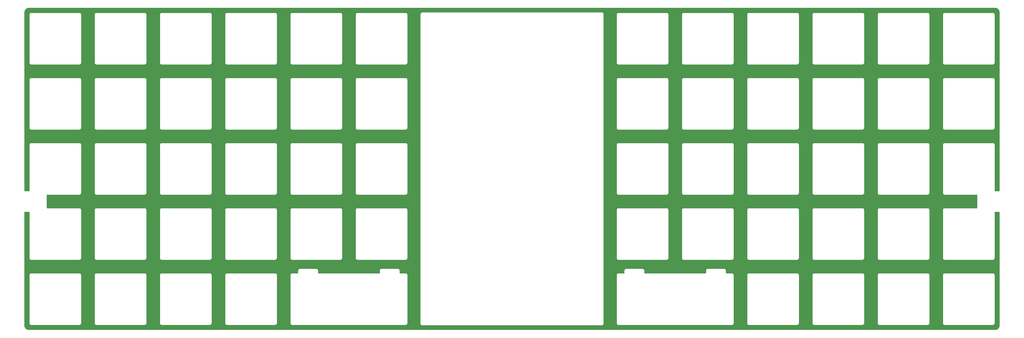
<source format=gbl>
%TF.GenerationSoftware,KiCad,Pcbnew,(6.0.5-0)*%
%TF.CreationDate,2022-06-06T14:32:42+02:00*%
%TF.ProjectId,lumberjack-full,6c756d62-6572-46a6-9163-6b2d66756c6c,rev?*%
%TF.SameCoordinates,Original*%
%TF.FileFunction,Copper,L2,Bot*%
%TF.FilePolarity,Positive*%
%FSLAX46Y46*%
G04 Gerber Fmt 4.6, Leading zero omitted, Abs format (unit mm)*
G04 Created by KiCad (PCBNEW (6.0.5-0)) date 2022-06-06 14:32:42*
%MOMM*%
%LPD*%
G01*
G04 APERTURE LIST*
G04 APERTURE END LIST*
%TA.AperFunction,NonConductor*%
G36*
X273218636Y-40276918D02*
G01*
X273233460Y-40279227D01*
X273233469Y-40279227D01*
X273242337Y-40280608D01*
X273256401Y-40278769D01*
X273282619Y-40278094D01*
X273390106Y-40286554D01*
X273438573Y-40290369D01*
X273458095Y-40293461D01*
X273633727Y-40335628D01*
X273652520Y-40341734D01*
X273819408Y-40410861D01*
X273837011Y-40419830D01*
X273991031Y-40514213D01*
X274007026Y-40525835D01*
X274144367Y-40643135D01*
X274158347Y-40657114D01*
X274275657Y-40794463D01*
X274287279Y-40810459D01*
X274381656Y-40964465D01*
X274390632Y-40982081D01*
X274459757Y-41148955D01*
X274465867Y-41167758D01*
X274508036Y-41343389D01*
X274511129Y-41362917D01*
X274522846Y-41511742D01*
X274522200Y-41528746D01*
X274522357Y-41528748D01*
X274522248Y-41537718D01*
X274520866Y-41546593D01*
X274522031Y-41555497D01*
X274524993Y-41578149D01*
X274526057Y-41594489D01*
X274526057Y-93782465D01*
X274506055Y-93850586D01*
X274452399Y-93897079D01*
X274400042Y-93908465D01*
X273780882Y-93908384D01*
X273169691Y-93908305D01*
X273101572Y-93888294D01*
X273055087Y-93834632D01*
X273043707Y-93782305D01*
X273043707Y-80375941D01*
X273043709Y-80375171D01*
X273043804Y-80359731D01*
X273044183Y-80297627D01*
X273036057Y-80269195D01*
X273032479Y-80252433D01*
X273031652Y-80246658D01*
X273028287Y-80223161D01*
X273021994Y-80209319D01*
X273017766Y-80200022D01*
X273017658Y-80199784D01*
X273011211Y-80182261D01*
X273009673Y-80176881D01*
X273004156Y-80157577D01*
X272999363Y-80149980D01*
X272988377Y-80132568D01*
X272980237Y-80117483D01*
X272967999Y-80090566D01*
X272951237Y-80071113D01*
X272940134Y-80056109D01*
X272926431Y-80034390D01*
X272919706Y-80028451D01*
X272919703Y-80028447D01*
X272904269Y-80014816D01*
X272892225Y-80002624D01*
X272878780Y-79987021D01*
X272878777Y-79987019D01*
X272872920Y-79980221D01*
X272859489Y-79971515D01*
X272851372Y-79966254D01*
X272836498Y-79954963D01*
X272823990Y-79943917D01*
X272823989Y-79943916D01*
X272817256Y-79937970D01*
X272790494Y-79925405D01*
X272775516Y-79917085D01*
X272758224Y-79905877D01*
X272758219Y-79905875D01*
X272750692Y-79900996D01*
X272742099Y-79898426D01*
X272742094Y-79898424D01*
X272726087Y-79893637D01*
X272708643Y-79886976D01*
X272693531Y-79879881D01*
X272693529Y-79879880D01*
X272685407Y-79876067D01*
X272676540Y-79874686D01*
X272676539Y-79874686D01*
X272665685Y-79872996D01*
X272656190Y-79871518D01*
X272639475Y-79867735D01*
X272619741Y-79861833D01*
X272619735Y-79861832D01*
X272611141Y-79859262D01*
X272602170Y-79859207D01*
X272602169Y-79859207D01*
X272592110Y-79859146D01*
X272576701Y-79859052D01*
X272575918Y-79859019D01*
X272574821Y-79858848D01*
X272543830Y-79858848D01*
X272543060Y-79858846D01*
X272469422Y-79858396D01*
X272469421Y-79858396D01*
X272465486Y-79858372D01*
X272464142Y-79858756D01*
X272462797Y-79858848D01*
X258494455Y-79858848D01*
X258493685Y-79858846D01*
X258492703Y-79858840D01*
X258416111Y-79858372D01*
X258402350Y-79862305D01*
X258387679Y-79866498D01*
X258370917Y-79870076D01*
X258341645Y-79874268D01*
X258333477Y-79877982D01*
X258333476Y-79877982D01*
X258318270Y-79884896D01*
X258300746Y-79891344D01*
X258276061Y-79898399D01*
X258268467Y-79903191D01*
X258268464Y-79903192D01*
X258251052Y-79914178D01*
X258235969Y-79922317D01*
X258209050Y-79934556D01*
X258202248Y-79940417D01*
X258189597Y-79951318D01*
X258174593Y-79962421D01*
X258152874Y-79976124D01*
X258146935Y-79982849D01*
X258146931Y-79982852D01*
X258133300Y-79998286D01*
X258121108Y-80010330D01*
X258105505Y-80023775D01*
X258105503Y-80023778D01*
X258098705Y-80029635D01*
X258093825Y-80037164D01*
X258093824Y-80037165D01*
X258084738Y-80051183D01*
X258073447Y-80066057D01*
X258062401Y-80078565D01*
X258056454Y-80085299D01*
X258043890Y-80112059D01*
X258035569Y-80127039D01*
X258024361Y-80144331D01*
X258024359Y-80144336D01*
X258019480Y-80151863D01*
X258016910Y-80160456D01*
X258016908Y-80160461D01*
X258012121Y-80176468D01*
X258005460Y-80193912D01*
X258002481Y-80200258D01*
X257994551Y-80217148D01*
X257993170Y-80226015D01*
X257993170Y-80226016D01*
X257990002Y-80246363D01*
X257986219Y-80263080D01*
X257980317Y-80282814D01*
X257980316Y-80282820D01*
X257977746Y-80291414D01*
X257977691Y-80300385D01*
X257977691Y-80300386D01*
X257977536Y-80325845D01*
X257977503Y-80326637D01*
X257977332Y-80327734D01*
X257977332Y-80358693D01*
X257977330Y-80359463D01*
X257976880Y-80433133D01*
X257976856Y-80437069D01*
X257977240Y-80438413D01*
X257977332Y-80439758D01*
X257977332Y-94408068D01*
X257977330Y-94408838D01*
X257977227Y-94425700D01*
X257976856Y-94486441D01*
X257979322Y-94495070D01*
X257984982Y-94514877D01*
X257988559Y-94531634D01*
X257989497Y-94538180D01*
X257992752Y-94560910D01*
X258003379Y-94584282D01*
X258009827Y-94601808D01*
X258014415Y-94617860D01*
X258016882Y-94626491D01*
X258032664Y-94651506D01*
X258040794Y-94666572D01*
X258053040Y-94693505D01*
X258058896Y-94700301D01*
X258058897Y-94700303D01*
X258069800Y-94712956D01*
X258080903Y-94727960D01*
X258094606Y-94749679D01*
X258101337Y-94755624D01*
X258101338Y-94755625D01*
X258116768Y-94769253D01*
X258128809Y-94781442D01*
X258142257Y-94797048D01*
X258142261Y-94797051D01*
X258148119Y-94803850D01*
X258169668Y-94817818D01*
X258184537Y-94829104D01*
X258203780Y-94846099D01*
X258211903Y-94849913D01*
X258211908Y-94849916D01*
X258230542Y-94858664D01*
X258245528Y-94866988D01*
X258270347Y-94883075D01*
X258294951Y-94890433D01*
X258312385Y-94897090D01*
X258335629Y-94908003D01*
X258344494Y-94909383D01*
X258344496Y-94909384D01*
X258364850Y-94912553D01*
X258381566Y-94916336D01*
X258387281Y-94918045D01*
X258409898Y-94924809D01*
X258418873Y-94924864D01*
X258418874Y-94924864D01*
X258427876Y-94924919D01*
X258444336Y-94925019D01*
X258445117Y-94925052D01*
X258446215Y-94925223D01*
X258477239Y-94925223D01*
X258478009Y-94925225D01*
X258551618Y-94925675D01*
X258551619Y-94925675D01*
X258555553Y-94925699D01*
X258556896Y-94925316D01*
X258558239Y-94925224D01*
X267852726Y-94925278D01*
X267920845Y-94945280D01*
X267967338Y-94998936D01*
X267978724Y-95051278D01*
X267978724Y-98782928D01*
X267958722Y-98851049D01*
X267905066Y-98897542D01*
X267852724Y-98908928D01*
X258494455Y-98908928D01*
X258493685Y-98908926D01*
X258492703Y-98908920D01*
X258416111Y-98908452D01*
X258402350Y-98912385D01*
X258387679Y-98916578D01*
X258370917Y-98920156D01*
X258341645Y-98924348D01*
X258333477Y-98928062D01*
X258333476Y-98928062D01*
X258318270Y-98934976D01*
X258300746Y-98941424D01*
X258276061Y-98948479D01*
X258268467Y-98953271D01*
X258268464Y-98953272D01*
X258251052Y-98964258D01*
X258235969Y-98972397D01*
X258209050Y-98984636D01*
X258202248Y-98990497D01*
X258189597Y-99001398D01*
X258174593Y-99012501D01*
X258152874Y-99026204D01*
X258146935Y-99032929D01*
X258146931Y-99032932D01*
X258133300Y-99048366D01*
X258121108Y-99060410D01*
X258105505Y-99073855D01*
X258105503Y-99073858D01*
X258098705Y-99079715D01*
X258093825Y-99087244D01*
X258093824Y-99087245D01*
X258084738Y-99101263D01*
X258073447Y-99116137D01*
X258062401Y-99128645D01*
X258056454Y-99135379D01*
X258043890Y-99162139D01*
X258035569Y-99177119D01*
X258024361Y-99194411D01*
X258024359Y-99194416D01*
X258019480Y-99201943D01*
X258016910Y-99210536D01*
X258016908Y-99210541D01*
X258012121Y-99226548D01*
X258005460Y-99243992D01*
X258002481Y-99250338D01*
X257994551Y-99267228D01*
X257993170Y-99276095D01*
X257993170Y-99276096D01*
X257990002Y-99296443D01*
X257986219Y-99313160D01*
X257980317Y-99332894D01*
X257980316Y-99332900D01*
X257977746Y-99341494D01*
X257977691Y-99350465D01*
X257977691Y-99350466D01*
X257977536Y-99375925D01*
X257977503Y-99376717D01*
X257977332Y-99377814D01*
X257977332Y-99408773D01*
X257977330Y-99409543D01*
X257977040Y-99457042D01*
X257976856Y-99487149D01*
X257977240Y-99488493D01*
X257977332Y-99489838D01*
X257977332Y-113458148D01*
X257977330Y-113458918D01*
X257977227Y-113475753D01*
X257976856Y-113536524D01*
X257979390Y-113545391D01*
X257984982Y-113564956D01*
X257988560Y-113581718D01*
X257992752Y-113610990D01*
X257996466Y-113619158D01*
X257996466Y-113619159D01*
X258003380Y-113634365D01*
X258009828Y-113651889D01*
X258016883Y-113676574D01*
X258021675Y-113684168D01*
X258021676Y-113684171D01*
X258032662Y-113701583D01*
X258040801Y-113716666D01*
X258053040Y-113743585D01*
X258058901Y-113750387D01*
X258069802Y-113763038D01*
X258080905Y-113778042D01*
X258094608Y-113799761D01*
X258101333Y-113805700D01*
X258101336Y-113805704D01*
X258116770Y-113819335D01*
X258128814Y-113831527D01*
X258142259Y-113847130D01*
X258142262Y-113847132D01*
X258148119Y-113853930D01*
X258155648Y-113858810D01*
X258155649Y-113858811D01*
X258169667Y-113867897D01*
X258184541Y-113879188D01*
X258197049Y-113890234D01*
X258203783Y-113896181D01*
X258230543Y-113908745D01*
X258245523Y-113917066D01*
X258262815Y-113928274D01*
X258262820Y-113928276D01*
X258270347Y-113933155D01*
X258278940Y-113935725D01*
X258278945Y-113935727D01*
X258294952Y-113940514D01*
X258312396Y-113947175D01*
X258327508Y-113954270D01*
X258327510Y-113954271D01*
X258335632Y-113958084D01*
X258344499Y-113959465D01*
X258344500Y-113959465D01*
X258354142Y-113960966D01*
X258364849Y-113962633D01*
X258381564Y-113966416D01*
X258401298Y-113972318D01*
X258401304Y-113972319D01*
X258409898Y-113974889D01*
X258418869Y-113974944D01*
X258418870Y-113974944D01*
X258428929Y-113975005D01*
X258444338Y-113975099D01*
X258445121Y-113975132D01*
X258446218Y-113975303D01*
X258477209Y-113975303D01*
X258477979Y-113975305D01*
X258551617Y-113975755D01*
X258551618Y-113975755D01*
X258555553Y-113975779D01*
X258556897Y-113975395D01*
X258558242Y-113975303D01*
X272526584Y-113975303D01*
X272527355Y-113975305D01*
X272604928Y-113975779D01*
X272632534Y-113967889D01*
X272633360Y-113967653D01*
X272650122Y-113964075D01*
X272650960Y-113963955D01*
X272679394Y-113959883D01*
X272691091Y-113954565D01*
X272701861Y-113949668D01*
X272702771Y-113949254D01*
X272720294Y-113942807D01*
X272744978Y-113935752D01*
X272752572Y-113930960D01*
X272752575Y-113930959D01*
X272769987Y-113919973D01*
X272785072Y-113911833D01*
X272811989Y-113899595D01*
X272831442Y-113882833D01*
X272846446Y-113871730D01*
X272868165Y-113858027D01*
X272874104Y-113851302D01*
X272874108Y-113851299D01*
X272887739Y-113835865D01*
X272899931Y-113823821D01*
X272915534Y-113810376D01*
X272915536Y-113810373D01*
X272922334Y-113804516D01*
X272930105Y-113792528D01*
X272936301Y-113782968D01*
X272947592Y-113768094D01*
X272958638Y-113755586D01*
X272958639Y-113755585D01*
X272964585Y-113748852D01*
X272977150Y-113722090D01*
X272985470Y-113707112D01*
X272996678Y-113689820D01*
X272996680Y-113689815D01*
X273001559Y-113682288D01*
X273004129Y-113673695D01*
X273004131Y-113673690D01*
X273008918Y-113657683D01*
X273015579Y-113640239D01*
X273022674Y-113625127D01*
X273022675Y-113625125D01*
X273026488Y-113617003D01*
X273031037Y-113587786D01*
X273034820Y-113571071D01*
X273040722Y-113551337D01*
X273040723Y-113551331D01*
X273043293Y-113542737D01*
X273043503Y-113508297D01*
X273043536Y-113507514D01*
X273043707Y-113506417D01*
X273043707Y-113475219D01*
X273043709Y-113474626D01*
X273043804Y-113459186D01*
X273044183Y-113397082D01*
X273043799Y-113395738D01*
X273043707Y-113394393D01*
X273043707Y-100051997D01*
X273063709Y-99983876D01*
X273117365Y-99937383D01*
X273169720Y-99925997D01*
X273783990Y-99926062D01*
X274401195Y-99926128D01*
X274469312Y-99946137D01*
X274515799Y-99999798D01*
X274527180Y-100052131D01*
X274526712Y-113871723D01*
X274526059Y-133181692D01*
X274524559Y-133201070D01*
X274523827Y-133205773D01*
X274520866Y-133224794D01*
X274522030Y-133233696D01*
X274522030Y-133233698D01*
X274522705Y-133238856D01*
X274523381Y-133265076D01*
X274511112Y-133421025D01*
X274508019Y-133440555D01*
X274465857Y-133616187D01*
X274459748Y-133634991D01*
X274390628Y-133801870D01*
X274381652Y-133819487D01*
X274287280Y-133973495D01*
X274275659Y-133989491D01*
X274158353Y-134126844D01*
X274144372Y-134140825D01*
X274007026Y-134258133D01*
X273991030Y-134269755D01*
X273837023Y-134364133D01*
X273819407Y-134373109D01*
X273652527Y-134442236D01*
X273633730Y-134448344D01*
X273479623Y-134485343D01*
X273458095Y-134490512D01*
X273438567Y-134493605D01*
X273289887Y-134505308D01*
X273272739Y-134504658D01*
X273272737Y-134504797D01*
X273263760Y-134504687D01*
X273254889Y-134503306D01*
X273245988Y-134504470D01*
X273245984Y-134504470D01*
X273223330Y-134507433D01*
X273206992Y-134508497D01*
X-8880501Y-134508497D01*
X-8899886Y-134506997D01*
X-8914719Y-134504687D01*
X-8914723Y-134504687D01*
X-8923592Y-134503306D01*
X-8937657Y-134505145D01*
X-8963872Y-134505821D01*
X-9119820Y-134493548D01*
X-9139347Y-134490455D01*
X-9314983Y-134448288D01*
X-9333777Y-134442182D01*
X-9500656Y-134373058D01*
X-9518267Y-134364084D01*
X-9672277Y-134269706D01*
X-9688265Y-134258091D01*
X-9825616Y-134140782D01*
X-9839594Y-134126804D01*
X-9908467Y-134046164D01*
X-9956901Y-133989455D01*
X-9968516Y-133973467D01*
X-10062894Y-133819457D01*
X-10071868Y-133801846D01*
X-10140992Y-133634967D01*
X-10147100Y-133616168D01*
X-10189265Y-133440537D01*
X-10192358Y-133421008D01*
X-10204079Y-133272071D01*
X-10203438Y-133255183D01*
X-10203607Y-133255181D01*
X-10203497Y-133246205D01*
X-10202116Y-133237334D01*
X-10203755Y-133224794D01*
X-10206243Y-133205773D01*
X-10207307Y-133189436D01*
X-10207308Y-132586516D01*
X-8724559Y-132586516D01*
X-8722025Y-132595382D01*
X-8716433Y-132614948D01*
X-8712855Y-132631710D01*
X-8708663Y-132660982D01*
X-8704949Y-132669150D01*
X-8704949Y-132669151D01*
X-8704838Y-132669395D01*
X-8698115Y-132684180D01*
X-8698035Y-132684357D01*
X-8691587Y-132701881D01*
X-8684532Y-132726566D01*
X-8679740Y-132734160D01*
X-8679739Y-132734163D01*
X-8668753Y-132751575D01*
X-8660614Y-132766658D01*
X-8648375Y-132793577D01*
X-8642514Y-132800379D01*
X-8631613Y-132813030D01*
X-8620510Y-132828034D01*
X-8606807Y-132849753D01*
X-8600082Y-132855692D01*
X-8600079Y-132855696D01*
X-8584645Y-132869327D01*
X-8572601Y-132881519D01*
X-8559156Y-132897122D01*
X-8559153Y-132897124D01*
X-8553296Y-132903922D01*
X-8545767Y-132908802D01*
X-8545766Y-132908803D01*
X-8531748Y-132917889D01*
X-8516874Y-132929180D01*
X-8504433Y-132940167D01*
X-8497632Y-132946173D01*
X-8470998Y-132958678D01*
X-8470872Y-132958737D01*
X-8455892Y-132967058D01*
X-8438600Y-132978266D01*
X-8438595Y-132978268D01*
X-8431068Y-132983147D01*
X-8422475Y-132985717D01*
X-8422470Y-132985719D01*
X-8406463Y-132990506D01*
X-8389019Y-132997167D01*
X-8373907Y-133004262D01*
X-8373905Y-133004263D01*
X-8365783Y-133008076D01*
X-8356916Y-133009457D01*
X-8356915Y-133009457D01*
X-8347273Y-133010958D01*
X-8336566Y-133012625D01*
X-8319851Y-133016408D01*
X-8300117Y-133022310D01*
X-8300111Y-133022311D01*
X-8291517Y-133024881D01*
X-8282546Y-133024936D01*
X-8282545Y-133024936D01*
X-8272486Y-133024997D01*
X-8257077Y-133025091D01*
X-8256294Y-133025124D01*
X-8255197Y-133025295D01*
X-8224206Y-133025295D01*
X-8223436Y-133025297D01*
X-8149798Y-133025747D01*
X-8149797Y-133025747D01*
X-8145862Y-133025771D01*
X-8144518Y-133025387D01*
X-8143173Y-133025295D01*
X5825169Y-133025295D01*
X5825940Y-133025297D01*
X5903513Y-133025771D01*
X5930913Y-133017940D01*
X5931945Y-133017645D01*
X5948707Y-133014067D01*
X5950781Y-133013770D01*
X5977979Y-133009875D01*
X5986278Y-133006102D01*
X6000965Y-132999424D01*
X6001356Y-132999246D01*
X6018879Y-132992799D01*
X6043563Y-132985744D01*
X6051157Y-132980952D01*
X6051160Y-132980951D01*
X6068572Y-132969965D01*
X6083657Y-132961825D01*
X6083917Y-132961707D01*
X6110574Y-132949587D01*
X6130027Y-132932825D01*
X6145031Y-132921722D01*
X6166750Y-132908019D01*
X6172689Y-132901294D01*
X6172693Y-132901291D01*
X6186324Y-132885857D01*
X6198516Y-132873813D01*
X6214119Y-132860368D01*
X6214121Y-132860365D01*
X6220919Y-132854508D01*
X6226827Y-132845394D01*
X6234886Y-132832960D01*
X6246177Y-132818086D01*
X6257223Y-132805578D01*
X6257224Y-132805577D01*
X6263170Y-132798844D01*
X6275735Y-132772082D01*
X6284055Y-132757104D01*
X6295263Y-132739812D01*
X6295265Y-132739807D01*
X6300144Y-132732280D01*
X6302714Y-132723687D01*
X6302716Y-132723682D01*
X6307503Y-132707675D01*
X6314164Y-132690231D01*
X6321259Y-132675119D01*
X6321260Y-132675117D01*
X6325073Y-132666995D01*
X6326482Y-132657950D01*
X6329576Y-132638078D01*
X6329622Y-132637778D01*
X6333405Y-132621063D01*
X6339307Y-132601329D01*
X6339308Y-132601323D01*
X6341878Y-132592729D01*
X6341916Y-132586575D01*
X10325580Y-132586575D01*
X10328047Y-132595206D01*
X10333706Y-132615007D01*
X10337284Y-132631769D01*
X10341476Y-132661041D01*
X10352024Y-132684239D01*
X10352104Y-132684416D01*
X10358552Y-132701940D01*
X10365607Y-132726625D01*
X10370399Y-132734219D01*
X10370400Y-132734222D01*
X10381386Y-132751634D01*
X10389525Y-132766717D01*
X10401764Y-132793636D01*
X10407625Y-132800438D01*
X10418526Y-132813089D01*
X10429629Y-132828093D01*
X10443332Y-132849812D01*
X10450057Y-132855751D01*
X10450060Y-132855755D01*
X10465494Y-132869386D01*
X10477538Y-132881578D01*
X10490983Y-132897181D01*
X10490986Y-132897183D01*
X10496843Y-132903981D01*
X10504372Y-132908861D01*
X10504373Y-132908862D01*
X10518391Y-132917948D01*
X10533265Y-132929239D01*
X10545706Y-132940226D01*
X10552507Y-132946232D01*
X10579141Y-132958737D01*
X10579267Y-132958796D01*
X10594247Y-132967117D01*
X10611539Y-132978325D01*
X10611544Y-132978327D01*
X10619071Y-132983206D01*
X10627664Y-132985776D01*
X10627669Y-132985778D01*
X10643676Y-132990565D01*
X10661120Y-132997226D01*
X10676232Y-133004321D01*
X10676234Y-133004322D01*
X10684356Y-133008135D01*
X10693223Y-133009516D01*
X10693224Y-133009516D01*
X10702563Y-133010970D01*
X10713573Y-133012684D01*
X10730288Y-133016467D01*
X10750022Y-133022369D01*
X10750028Y-133022370D01*
X10758622Y-133024940D01*
X10767593Y-133024995D01*
X10767594Y-133024995D01*
X10777653Y-133025056D01*
X10793062Y-133025150D01*
X10793845Y-133025183D01*
X10794942Y-133025354D01*
X10825933Y-133025354D01*
X10826703Y-133025356D01*
X10900341Y-133025806D01*
X10900342Y-133025806D01*
X10904277Y-133025830D01*
X10905621Y-133025446D01*
X10906966Y-133025354D01*
X24875308Y-133025354D01*
X24876079Y-133025356D01*
X24953652Y-133025830D01*
X24981671Y-133017822D01*
X24982084Y-133017704D01*
X24998846Y-133014126D01*
X25001332Y-133013770D01*
X25028118Y-133009934D01*
X25036294Y-133006217D01*
X25050974Y-132999542D01*
X25051495Y-132999305D01*
X25069018Y-132992858D01*
X25093702Y-132985803D01*
X25101296Y-132981011D01*
X25101299Y-132981010D01*
X25118711Y-132970024D01*
X25133796Y-132961884D01*
X25134056Y-132961766D01*
X25160713Y-132949646D01*
X25180166Y-132932884D01*
X25195170Y-132921781D01*
X25216889Y-132908078D01*
X25222828Y-132901353D01*
X25222832Y-132901350D01*
X25236463Y-132885916D01*
X25248655Y-132873872D01*
X25264258Y-132860427D01*
X25264260Y-132860424D01*
X25271058Y-132854567D01*
X25279024Y-132842278D01*
X25285025Y-132833019D01*
X25296316Y-132818145D01*
X25307362Y-132805637D01*
X25307365Y-132805633D01*
X25313309Y-132798903D01*
X25325875Y-132772140D01*
X25334194Y-132757163D01*
X25345402Y-132739871D01*
X25345404Y-132739866D01*
X25350283Y-132732339D01*
X25352853Y-132723746D01*
X25352855Y-132723741D01*
X25357642Y-132707734D01*
X25364303Y-132690290D01*
X25371398Y-132675178D01*
X25371399Y-132675176D01*
X25375212Y-132667054D01*
X25376621Y-132658009D01*
X25378800Y-132644014D01*
X25379761Y-132637837D01*
X25383544Y-132621122D01*
X25389446Y-132601388D01*
X25389447Y-132601382D01*
X25392017Y-132592788D01*
X25392055Y-132586634D01*
X29375719Y-132586634D01*
X29382110Y-132608995D01*
X29383845Y-132615066D01*
X29387423Y-132631828D01*
X29391615Y-132661100D01*
X29395329Y-132669268D01*
X29395329Y-132669269D01*
X29397935Y-132675001D01*
X29402243Y-132684474D01*
X29402243Y-132684475D01*
X29408691Y-132701999D01*
X29415746Y-132726684D01*
X29420538Y-132734278D01*
X29420539Y-132734281D01*
X29431525Y-132751693D01*
X29439664Y-132766776D01*
X29451903Y-132793695D01*
X29457764Y-132800497D01*
X29468665Y-132813148D01*
X29479768Y-132828152D01*
X29493471Y-132849871D01*
X29500196Y-132855810D01*
X29500199Y-132855814D01*
X29515633Y-132869445D01*
X29527677Y-132881637D01*
X29541122Y-132897240D01*
X29541125Y-132897242D01*
X29546982Y-132904040D01*
X29554511Y-132908920D01*
X29554512Y-132908921D01*
X29568530Y-132918007D01*
X29583404Y-132929298D01*
X29595845Y-132940285D01*
X29602646Y-132946291D01*
X29629280Y-132958796D01*
X29629406Y-132958855D01*
X29644386Y-132967176D01*
X29661678Y-132978384D01*
X29661683Y-132978386D01*
X29669210Y-132983265D01*
X29677803Y-132985835D01*
X29677808Y-132985837D01*
X29693815Y-132990624D01*
X29711259Y-132997285D01*
X29726371Y-133004380D01*
X29726373Y-133004381D01*
X29734495Y-133008194D01*
X29743362Y-133009575D01*
X29743363Y-133009575D01*
X29752323Y-133010970D01*
X29763712Y-133012743D01*
X29780427Y-133016526D01*
X29800161Y-133022428D01*
X29800167Y-133022429D01*
X29808761Y-133024999D01*
X29817732Y-133025054D01*
X29817733Y-133025054D01*
X29827792Y-133025115D01*
X29843201Y-133025209D01*
X29843984Y-133025242D01*
X29845081Y-133025413D01*
X29876072Y-133025413D01*
X29876842Y-133025415D01*
X29950480Y-133025865D01*
X29950481Y-133025865D01*
X29954416Y-133025889D01*
X29955760Y-133025505D01*
X29957105Y-133025413D01*
X43925447Y-133025413D01*
X43926218Y-133025415D01*
X44003791Y-133025889D01*
X44026152Y-133019498D01*
X44032223Y-133017763D01*
X44048985Y-133014185D01*
X44051471Y-133013829D01*
X44078257Y-133009993D01*
X44086556Y-133006220D01*
X44101243Y-132999542D01*
X44101634Y-132999364D01*
X44119157Y-132992917D01*
X44143841Y-132985862D01*
X44151435Y-132981070D01*
X44151438Y-132981069D01*
X44168850Y-132970083D01*
X44183935Y-132961943D01*
X44210852Y-132949705D01*
X44230305Y-132932943D01*
X44245309Y-132921840D01*
X44267028Y-132908137D01*
X44272967Y-132901412D01*
X44272971Y-132901409D01*
X44286602Y-132885975D01*
X44298794Y-132873931D01*
X44314397Y-132860486D01*
X44314399Y-132860483D01*
X44321197Y-132854626D01*
X44335164Y-132833078D01*
X44346455Y-132818204D01*
X44357501Y-132805696D01*
X44357502Y-132805695D01*
X44363448Y-132798962D01*
X44376013Y-132772200D01*
X44384333Y-132757222D01*
X44395541Y-132739930D01*
X44395543Y-132739925D01*
X44400422Y-132732398D01*
X44402992Y-132723805D01*
X44402994Y-132723800D01*
X44407781Y-132707793D01*
X44414442Y-132690349D01*
X44421537Y-132675237D01*
X44421538Y-132675235D01*
X44425351Y-132667113D01*
X44426760Y-132658068D01*
X44429900Y-132637898D01*
X44433683Y-132621181D01*
X44439585Y-132601447D01*
X44439586Y-132601441D01*
X44442156Y-132592847D01*
X44442194Y-132586693D01*
X48425858Y-132586693D01*
X48430007Y-132601211D01*
X48433984Y-132615125D01*
X48437562Y-132631887D01*
X48441754Y-132661159D01*
X48445468Y-132669327D01*
X48445468Y-132669328D01*
X48448074Y-132675060D01*
X48452302Y-132684357D01*
X48452382Y-132684534D01*
X48458830Y-132702058D01*
X48465885Y-132726743D01*
X48470677Y-132734337D01*
X48470678Y-132734340D01*
X48481664Y-132751752D01*
X48489803Y-132766835D01*
X48502042Y-132793754D01*
X48507903Y-132800556D01*
X48518804Y-132813207D01*
X48529907Y-132828211D01*
X48543610Y-132849930D01*
X48550335Y-132855869D01*
X48550338Y-132855873D01*
X48565772Y-132869504D01*
X48577816Y-132881696D01*
X48591261Y-132897299D01*
X48591264Y-132897301D01*
X48597121Y-132904099D01*
X48604650Y-132908979D01*
X48604651Y-132908980D01*
X48618669Y-132918066D01*
X48633543Y-132929357D01*
X48646051Y-132940403D01*
X48652785Y-132946350D01*
X48679419Y-132958855D01*
X48679545Y-132958914D01*
X48694525Y-132967235D01*
X48711817Y-132978443D01*
X48711822Y-132978445D01*
X48719349Y-132983324D01*
X48727942Y-132985894D01*
X48727947Y-132985896D01*
X48743954Y-132990683D01*
X48761398Y-132997344D01*
X48776510Y-133004439D01*
X48776512Y-133004440D01*
X48784634Y-133008253D01*
X48793501Y-133009634D01*
X48793502Y-133009634D01*
X48795808Y-133009993D01*
X48813851Y-133012802D01*
X48830566Y-133016585D01*
X48850300Y-133022487D01*
X48850306Y-133022488D01*
X48858900Y-133025058D01*
X48867871Y-133025113D01*
X48867872Y-133025113D01*
X48877931Y-133025174D01*
X48893340Y-133025268D01*
X48894123Y-133025301D01*
X48895220Y-133025472D01*
X48926211Y-133025472D01*
X48926981Y-133025474D01*
X49000619Y-133025924D01*
X49000620Y-133025924D01*
X49004555Y-133025948D01*
X49005899Y-133025564D01*
X49007244Y-133025472D01*
X62975586Y-133025472D01*
X62976357Y-133025474D01*
X63053930Y-133025948D01*
X63082361Y-133017822D01*
X63099124Y-133014244D01*
X63101610Y-133013888D01*
X63128396Y-133010052D01*
X63136695Y-133006279D01*
X63145303Y-133002365D01*
X63151773Y-132999423D01*
X63169296Y-132992976D01*
X63193980Y-132985921D01*
X63201574Y-132981129D01*
X63201577Y-132981128D01*
X63218989Y-132970142D01*
X63234074Y-132962002D01*
X63234334Y-132961884D01*
X63260991Y-132949764D01*
X63280444Y-132933002D01*
X63295448Y-132921899D01*
X63317167Y-132908196D01*
X63323106Y-132901471D01*
X63323110Y-132901468D01*
X63336741Y-132886034D01*
X63348933Y-132873990D01*
X63364536Y-132860545D01*
X63364538Y-132860542D01*
X63371336Y-132854685D01*
X63376297Y-132847032D01*
X63385303Y-132833137D01*
X63396594Y-132818263D01*
X63407640Y-132805755D01*
X63407641Y-132805754D01*
X63413587Y-132799021D01*
X63426152Y-132772259D01*
X63434472Y-132757281D01*
X63445680Y-132739989D01*
X63445682Y-132739984D01*
X63450561Y-132732457D01*
X63453131Y-132723864D01*
X63453133Y-132723859D01*
X63457920Y-132707852D01*
X63464581Y-132690408D01*
X63471676Y-132675296D01*
X63471677Y-132675294D01*
X63475490Y-132667172D01*
X63476899Y-132658127D01*
X63480039Y-132637957D01*
X63483822Y-132621240D01*
X63489724Y-132601506D01*
X63489725Y-132601500D01*
X63492295Y-132592906D01*
X63492389Y-132577600D01*
X63492435Y-132570054D01*
X63492505Y-132558466D01*
X63492538Y-132557683D01*
X63492709Y-132556586D01*
X63492709Y-132525418D01*
X63492711Y-132524798D01*
X63492807Y-132509177D01*
X63493185Y-132447251D01*
X63492801Y-132445907D01*
X63492709Y-132444562D01*
X63492709Y-118537370D01*
X67475996Y-118537370D01*
X67476381Y-118538717D01*
X67476473Y-118540065D01*
X67476473Y-132508407D01*
X67476471Y-132509119D01*
X67475997Y-132586751D01*
X67480182Y-132601392D01*
X67484121Y-132615175D01*
X67487701Y-132631943D01*
X67490562Y-132651920D01*
X67491893Y-132661218D01*
X67495608Y-132669390D01*
X67495610Y-132669395D01*
X67502521Y-132684594D01*
X67508970Y-132702121D01*
X67510574Y-132707734D01*
X67516024Y-132726801D01*
X67531693Y-132751634D01*
X67531800Y-132751804D01*
X67539939Y-132766888D01*
X67552181Y-132793813D01*
X67568790Y-132813089D01*
X67568942Y-132813265D01*
X67580045Y-132828269D01*
X67593748Y-132849988D01*
X67600476Y-132855929D01*
X67600476Y-132855930D01*
X67615911Y-132869562D01*
X67627956Y-132881755D01*
X67641401Y-132897359D01*
X67641404Y-132897362D01*
X67647260Y-132904158D01*
X67654791Y-132909039D01*
X67654795Y-132909043D01*
X67668809Y-132918127D01*
X67683679Y-132929413D01*
X67695856Y-132940167D01*
X67702923Y-132946408D01*
X67729693Y-132958977D01*
X67744668Y-132967296D01*
X67761774Y-132978383D01*
X67769488Y-132983383D01*
X67794092Y-132990741D01*
X67811537Y-132997403D01*
X67826647Y-133004498D01*
X67826652Y-133004499D01*
X67834772Y-133008312D01*
X67861714Y-133012507D01*
X67863994Y-133012862D01*
X67880709Y-133016645D01*
X67900434Y-133022544D01*
X67900437Y-133022544D01*
X67909039Y-133025117D01*
X67918014Y-133025172D01*
X67918015Y-133025172D01*
X67927236Y-133025228D01*
X67943478Y-133025327D01*
X67944261Y-133025360D01*
X67945358Y-133025531D01*
X67976359Y-133025531D01*
X67977129Y-133025533D01*
X68050758Y-133025983D01*
X68050759Y-133025983D01*
X68054694Y-133026007D01*
X68056038Y-133025623D01*
X68057383Y-133025531D01*
X91104985Y-133025572D01*
X101075851Y-133025590D01*
X101076622Y-133025592D01*
X101154208Y-133026066D01*
X101182651Y-133017937D01*
X101199387Y-133014364D01*
X101228673Y-133010170D01*
X101252050Y-132999541D01*
X101269569Y-132993095D01*
X101294258Y-132986039D01*
X101319270Y-132970258D01*
X101334348Y-132962122D01*
X101334872Y-132961884D01*
X101361268Y-132949882D01*
X101368066Y-132944025D01*
X101368070Y-132944022D01*
X101380718Y-132933124D01*
X101395728Y-132922017D01*
X101409851Y-132913106D01*
X101409854Y-132913104D01*
X101417445Y-132908314D01*
X101437021Y-132886148D01*
X101449209Y-132874108D01*
X101471613Y-132854804D01*
X101485580Y-132833256D01*
X101496871Y-132818381D01*
X101501389Y-132813265D01*
X101513865Y-132799139D01*
X101517679Y-132791015D01*
X101517681Y-132791012D01*
X101526427Y-132772382D01*
X101534752Y-132757394D01*
X101545959Y-132740105D01*
X101545960Y-132740103D01*
X101550839Y-132732576D01*
X101553446Y-132723859D01*
X101558199Y-132707968D01*
X101559201Y-132705344D01*
X105456649Y-132705344D01*
X105459115Y-132713974D01*
X105459116Y-132713978D01*
X105464773Y-132733771D01*
X105468351Y-132750532D01*
X105471271Y-132770920D01*
X105471272Y-132770924D01*
X105472545Y-132779812D01*
X105483173Y-132803186D01*
X105489621Y-132820712D01*
X105496675Y-132845394D01*
X105503250Y-132855815D01*
X105512455Y-132870404D01*
X105520593Y-132885487D01*
X105529056Y-132904099D01*
X105532833Y-132912407D01*
X105538691Y-132919205D01*
X105538692Y-132919207D01*
X105549593Y-132931858D01*
X105560701Y-132946870D01*
X105568339Y-132958975D01*
X105574400Y-132968581D01*
X105581129Y-132974524D01*
X105596566Y-132988158D01*
X105608605Y-133000345D01*
X105627912Y-133022752D01*
X105649461Y-133036720D01*
X105664329Y-133048006D01*
X105683574Y-133065002D01*
X105691698Y-133068816D01*
X105691704Y-133068820D01*
X105710340Y-133077569D01*
X105725324Y-133085891D01*
X105750140Y-133101977D01*
X105758740Y-133104549D01*
X105774746Y-133109336D01*
X105792186Y-133115995D01*
X105815423Y-133126905D01*
X105824290Y-133128286D01*
X105824294Y-133128287D01*
X105844648Y-133131457D01*
X105861354Y-133135237D01*
X105889691Y-133143711D01*
X105898668Y-133143766D01*
X105898669Y-133143766D01*
X105907409Y-133143819D01*
X105924129Y-133143921D01*
X105924912Y-133143954D01*
X105926009Y-133144125D01*
X105957022Y-133144125D01*
X105957792Y-133144127D01*
X106031410Y-133144577D01*
X106031411Y-133144577D01*
X106035346Y-133144601D01*
X106036689Y-133144217D01*
X106038033Y-133144125D01*
X142538892Y-133144269D01*
X158345138Y-133144332D01*
X158345909Y-133144334D01*
X158423511Y-133144808D01*
X158451941Y-133136683D01*
X158468689Y-133133107D01*
X158497975Y-133128913D01*
X158506146Y-133125198D01*
X158506152Y-133125196D01*
X158521355Y-133118283D01*
X158538882Y-133111834D01*
X158563561Y-133104781D01*
X158588565Y-133089005D01*
X158603646Y-133080867D01*
X158622398Y-133072341D01*
X158622400Y-133072340D01*
X158630570Y-133068625D01*
X158641673Y-133059058D01*
X158650022Y-133051865D01*
X158665028Y-133040761D01*
X158679154Y-133031848D01*
X158679157Y-133031846D01*
X158686748Y-133027056D01*
X158694903Y-133017822D01*
X158706322Y-133004893D01*
X158718516Y-132992847D01*
X158721098Y-132990622D01*
X158740916Y-132973547D01*
X158748110Y-132962448D01*
X158754887Y-132951994D01*
X158766173Y-132937125D01*
X158777227Y-132924608D01*
X158783168Y-132917881D01*
X158795732Y-132891121D01*
X158804052Y-132876143D01*
X158815260Y-132858851D01*
X158815262Y-132858846D01*
X158820141Y-132851319D01*
X158822826Y-132842343D01*
X158827500Y-132826713D01*
X158834157Y-132809278D01*
X158845071Y-132786032D01*
X158849619Y-132756819D01*
X158853402Y-132740102D01*
X158853436Y-132739989D01*
X158861876Y-132711768D01*
X158861937Y-132701882D01*
X158862007Y-132690290D01*
X158862086Y-132677326D01*
X158862119Y-132676543D01*
X158862290Y-132675446D01*
X158862290Y-132644457D01*
X158862292Y-132643687D01*
X158862641Y-132586635D01*
X162726397Y-132586635D01*
X162734523Y-132615066D01*
X162738099Y-132631814D01*
X162742293Y-132661100D01*
X162752895Y-132684416D01*
X162752921Y-132684474D01*
X162759368Y-132701996D01*
X162766424Y-132726685D01*
X162782204Y-132751693D01*
X162790340Y-132766772D01*
X162802581Y-132793695D01*
X162808442Y-132800497D01*
X162819341Y-132813146D01*
X162830449Y-132828158D01*
X162839358Y-132842278D01*
X162839360Y-132842281D01*
X162844150Y-132849872D01*
X162850878Y-132855814D01*
X162850879Y-132855815D01*
X162866312Y-132869445D01*
X162878357Y-132881638D01*
X162886530Y-132891123D01*
X162897660Y-132904040D01*
X162905194Y-132908923D01*
X162919205Y-132918005D01*
X162934077Y-132929294D01*
X162946523Y-132940285D01*
X162953325Y-132946292D01*
X162961449Y-132950106D01*
X162961454Y-132950109D01*
X162980086Y-132958856D01*
X162995074Y-132967181D01*
X163019888Y-132983265D01*
X163044501Y-132990626D01*
X163061930Y-132997281D01*
X163085174Y-133008194D01*
X163094042Y-133009575D01*
X163094043Y-133009575D01*
X163103004Y-133010970D01*
X163114388Y-133012742D01*
X163131108Y-133016526D01*
X163135836Y-133017940D01*
X163159439Y-133024999D01*
X163168414Y-133025054D01*
X163168415Y-133025054D01*
X163177738Y-133025111D01*
X163193880Y-133025209D01*
X163194663Y-133025242D01*
X163195760Y-133025413D01*
X163226741Y-133025413D01*
X163227511Y-133025415D01*
X163301153Y-133025865D01*
X163301154Y-133025865D01*
X163305094Y-133025889D01*
X163306439Y-133025505D01*
X163307785Y-133025413D01*
X186362428Y-133025372D01*
X196326277Y-133025354D01*
X196327047Y-133025356D01*
X196404608Y-133025830D01*
X196432626Y-133017822D01*
X196433032Y-133017706D01*
X196449797Y-133014127D01*
X196461107Y-133012507D01*
X196470187Y-133011207D01*
X196470189Y-133011207D01*
X196479075Y-133009934D01*
X196487247Y-133006219D01*
X196487252Y-133006217D01*
X196502451Y-132999306D01*
X196519978Y-132992857D01*
X196536027Y-132988270D01*
X196536028Y-132988270D01*
X196544658Y-132985803D01*
X196569294Y-132970259D01*
X196569665Y-132970025D01*
X196584748Y-132961887D01*
X196603496Y-132953363D01*
X196603499Y-132953361D01*
X196611670Y-132949646D01*
X196630987Y-132933002D01*
X196631124Y-132932884D01*
X196646132Y-132921779D01*
X196660249Y-132912871D01*
X196660250Y-132912870D01*
X196667845Y-132908078D01*
X196687420Y-132885913D01*
X196699609Y-132873872D01*
X196722015Y-132854566D01*
X196733556Y-132836761D01*
X196735980Y-132833021D01*
X196747268Y-132818149D01*
X196758113Y-132805869D01*
X196764265Y-132798903D01*
X196768109Y-132790717D01*
X196773228Y-132779812D01*
X196776834Y-132772133D01*
X196785149Y-132757163D01*
X196796318Y-132739930D01*
X196796358Y-132739869D01*
X196796359Y-132739868D01*
X196801239Y-132732338D01*
X196804819Y-132720367D01*
X196808597Y-132707735D01*
X196815254Y-132690300D01*
X196826168Y-132667054D01*
X196827577Y-132658009D01*
X196830718Y-132637832D01*
X196834501Y-132621117D01*
X196840400Y-132601392D01*
X196840401Y-132601388D01*
X196842973Y-132592787D01*
X196843012Y-132586516D01*
X200826675Y-132586516D01*
X200829209Y-132595382D01*
X200834801Y-132614948D01*
X200838379Y-132631710D01*
X200842571Y-132660982D01*
X200846285Y-132669150D01*
X200846285Y-132669151D01*
X200846396Y-132669395D01*
X200853119Y-132684180D01*
X200853199Y-132684357D01*
X200859647Y-132701881D01*
X200866702Y-132726566D01*
X200871494Y-132734160D01*
X200871495Y-132734163D01*
X200882481Y-132751575D01*
X200890620Y-132766658D01*
X200902859Y-132793577D01*
X200908720Y-132800379D01*
X200919621Y-132813030D01*
X200930724Y-132828034D01*
X200944427Y-132849753D01*
X200951152Y-132855692D01*
X200951155Y-132855696D01*
X200966589Y-132869327D01*
X200978633Y-132881519D01*
X200992078Y-132897122D01*
X200992081Y-132897124D01*
X200997938Y-132903922D01*
X201005467Y-132908802D01*
X201005468Y-132908803D01*
X201019486Y-132917889D01*
X201034360Y-132929180D01*
X201046801Y-132940167D01*
X201053602Y-132946173D01*
X201080236Y-132958678D01*
X201080362Y-132958737D01*
X201095342Y-132967058D01*
X201112634Y-132978266D01*
X201112639Y-132978268D01*
X201120166Y-132983147D01*
X201128759Y-132985717D01*
X201128764Y-132985719D01*
X201144771Y-132990506D01*
X201162215Y-132997167D01*
X201177327Y-133004262D01*
X201177329Y-133004263D01*
X201185451Y-133008076D01*
X201194318Y-133009457D01*
X201194319Y-133009457D01*
X201203961Y-133010958D01*
X201214668Y-133012625D01*
X201231383Y-133016408D01*
X201251117Y-133022310D01*
X201251123Y-133022311D01*
X201259717Y-133024881D01*
X201268688Y-133024936D01*
X201268689Y-133024936D01*
X201278748Y-133024997D01*
X201294157Y-133025091D01*
X201294940Y-133025124D01*
X201296037Y-133025295D01*
X201327028Y-133025295D01*
X201327798Y-133025297D01*
X201401436Y-133025747D01*
X201401437Y-133025747D01*
X201405372Y-133025771D01*
X201406716Y-133025387D01*
X201408061Y-133025295D01*
X215376403Y-133025295D01*
X215377174Y-133025297D01*
X215454747Y-133025771D01*
X215482147Y-133017940D01*
X215483179Y-133017645D01*
X215499941Y-133014067D01*
X215502015Y-133013770D01*
X215529213Y-133009875D01*
X215537512Y-133006102D01*
X215552199Y-132999424D01*
X215552590Y-132999246D01*
X215570113Y-132992799D01*
X215594797Y-132985744D01*
X215602391Y-132980952D01*
X215602394Y-132980951D01*
X215619806Y-132969965D01*
X215634891Y-132961825D01*
X215635151Y-132961707D01*
X215661808Y-132949587D01*
X215681261Y-132932825D01*
X215696265Y-132921722D01*
X215717984Y-132908019D01*
X215723923Y-132901294D01*
X215723927Y-132901291D01*
X215737558Y-132885857D01*
X215749750Y-132873813D01*
X215765353Y-132860368D01*
X215765355Y-132860365D01*
X215772153Y-132854508D01*
X215778061Y-132845394D01*
X215786120Y-132832960D01*
X215797411Y-132818086D01*
X215808457Y-132805578D01*
X215808458Y-132805577D01*
X215814404Y-132798844D01*
X215826969Y-132772082D01*
X215835289Y-132757104D01*
X215846497Y-132739812D01*
X215846499Y-132739807D01*
X215851378Y-132732280D01*
X215853948Y-132723687D01*
X215853950Y-132723682D01*
X215858737Y-132707675D01*
X215865398Y-132690231D01*
X215872493Y-132675119D01*
X215872494Y-132675117D01*
X215876307Y-132666995D01*
X215877716Y-132657950D01*
X215880810Y-132638078D01*
X215880856Y-132637778D01*
X215884639Y-132621063D01*
X215890541Y-132601329D01*
X215890542Y-132601323D01*
X215893112Y-132592729D01*
X215893151Y-132586457D01*
X219876814Y-132586457D01*
X219879348Y-132595324D01*
X219884940Y-132614889D01*
X219888518Y-132631651D01*
X219892710Y-132660923D01*
X219896424Y-132669091D01*
X219896424Y-132669092D01*
X219903338Y-132684298D01*
X219909786Y-132701822D01*
X219916841Y-132726507D01*
X219921633Y-132734101D01*
X219921634Y-132734104D01*
X219932620Y-132751516D01*
X219940759Y-132766599D01*
X219952998Y-132793518D01*
X219958859Y-132800320D01*
X219969760Y-132812971D01*
X219980863Y-132827975D01*
X219994566Y-132849694D01*
X220001291Y-132855633D01*
X220001294Y-132855637D01*
X220016728Y-132869268D01*
X220028772Y-132881460D01*
X220042217Y-132897063D01*
X220042220Y-132897065D01*
X220048077Y-132903863D01*
X220055606Y-132908743D01*
X220055607Y-132908744D01*
X220069625Y-132917830D01*
X220084499Y-132929121D01*
X220096940Y-132940108D01*
X220103741Y-132946114D01*
X220130375Y-132958619D01*
X220130501Y-132958678D01*
X220145481Y-132966999D01*
X220162773Y-132978207D01*
X220162778Y-132978209D01*
X220170305Y-132983088D01*
X220178898Y-132985658D01*
X220178903Y-132985660D01*
X220194910Y-132990447D01*
X220212354Y-132997108D01*
X220227466Y-133004203D01*
X220227468Y-133004204D01*
X220235590Y-133008017D01*
X220244457Y-133009398D01*
X220244458Y-133009398D01*
X220254100Y-133010899D01*
X220264807Y-133012566D01*
X220281522Y-133016349D01*
X220301256Y-133022251D01*
X220301262Y-133022252D01*
X220309856Y-133024822D01*
X220318827Y-133024877D01*
X220318828Y-133024877D01*
X220328887Y-133024938D01*
X220344296Y-133025032D01*
X220345079Y-133025065D01*
X220346176Y-133025236D01*
X220377167Y-133025236D01*
X220377937Y-133025238D01*
X220451575Y-133025688D01*
X220451576Y-133025688D01*
X220455511Y-133025712D01*
X220456855Y-133025328D01*
X220458200Y-133025236D01*
X234426542Y-133025236D01*
X234427313Y-133025238D01*
X234504886Y-133025712D01*
X234532492Y-133017822D01*
X234533318Y-133017586D01*
X234550080Y-133014008D01*
X234551742Y-133013770D01*
X234579352Y-133009816D01*
X234587651Y-133006043D01*
X234596259Y-133002129D01*
X234602729Y-132999187D01*
X234620252Y-132992740D01*
X234644936Y-132985685D01*
X234652530Y-132980893D01*
X234652533Y-132980892D01*
X234669945Y-132969906D01*
X234685030Y-132961766D01*
X234685290Y-132961648D01*
X234711947Y-132949528D01*
X234731400Y-132932766D01*
X234746404Y-132921663D01*
X234768123Y-132907960D01*
X234774062Y-132901235D01*
X234774066Y-132901232D01*
X234787697Y-132885798D01*
X234799889Y-132873754D01*
X234815492Y-132860309D01*
X234815494Y-132860306D01*
X234822292Y-132854449D01*
X234836183Y-132833019D01*
X234836259Y-132832901D01*
X234847550Y-132818027D01*
X234858596Y-132805519D01*
X234858597Y-132805518D01*
X234864543Y-132798785D01*
X234877108Y-132772023D01*
X234885428Y-132757045D01*
X234896636Y-132739753D01*
X234896638Y-132739748D01*
X234901517Y-132732221D01*
X234904087Y-132723628D01*
X234904089Y-132723623D01*
X234908876Y-132707616D01*
X234915537Y-132690172D01*
X234922632Y-132675060D01*
X234922633Y-132675058D01*
X234926446Y-132666936D01*
X234930995Y-132637719D01*
X234934778Y-132621004D01*
X234940680Y-132601270D01*
X234940681Y-132601264D01*
X234943251Y-132592670D01*
X234943290Y-132586398D01*
X238926953Y-132586398D01*
X238931254Y-132601447D01*
X238935079Y-132614830D01*
X238938657Y-132631592D01*
X238942849Y-132660864D01*
X238946563Y-132669032D01*
X238946563Y-132669033D01*
X238953477Y-132684239D01*
X238959925Y-132701763D01*
X238966980Y-132726448D01*
X238971772Y-132734042D01*
X238971773Y-132734045D01*
X238982759Y-132751457D01*
X238990898Y-132766540D01*
X239003137Y-132793459D01*
X239008998Y-132800261D01*
X239019899Y-132812912D01*
X239031002Y-132827916D01*
X239044705Y-132849635D01*
X239051430Y-132855574D01*
X239051433Y-132855578D01*
X239066867Y-132869209D01*
X239078911Y-132881401D01*
X239092356Y-132897004D01*
X239092359Y-132897006D01*
X239098216Y-132903804D01*
X239105745Y-132908684D01*
X239105746Y-132908685D01*
X239119764Y-132917771D01*
X239134638Y-132929062D01*
X239145837Y-132938952D01*
X239153880Y-132946055D01*
X239180514Y-132958560D01*
X239180640Y-132958619D01*
X239195620Y-132966940D01*
X239212912Y-132978148D01*
X239212917Y-132978150D01*
X239220444Y-132983029D01*
X239229037Y-132985599D01*
X239229042Y-132985601D01*
X239245049Y-132990388D01*
X239262493Y-132997049D01*
X239277605Y-133004144D01*
X239277607Y-133004145D01*
X239285729Y-133007958D01*
X239294596Y-133009339D01*
X239294597Y-133009339D01*
X239304239Y-133010840D01*
X239314946Y-133012507D01*
X239331661Y-133016290D01*
X239351395Y-133022192D01*
X239351401Y-133022193D01*
X239359995Y-133024763D01*
X239368966Y-133024818D01*
X239368967Y-133024818D01*
X239379026Y-133024879D01*
X239394435Y-133024973D01*
X239395218Y-133025006D01*
X239396315Y-133025177D01*
X239427306Y-133025177D01*
X239428076Y-133025179D01*
X239501714Y-133025629D01*
X239501715Y-133025629D01*
X239505650Y-133025653D01*
X239506994Y-133025269D01*
X239508339Y-133025177D01*
X253476681Y-133025177D01*
X253477452Y-133025179D01*
X253555025Y-133025653D01*
X253582631Y-133017763D01*
X253583457Y-133017527D01*
X253600219Y-133013949D01*
X253601469Y-133013770D01*
X253629491Y-133009757D01*
X253637790Y-133005984D01*
X253652477Y-132999306D01*
X253652868Y-132999128D01*
X253670391Y-132992681D01*
X253695075Y-132985626D01*
X253702669Y-132980834D01*
X253702672Y-132980833D01*
X253720084Y-132969847D01*
X253735169Y-132961707D01*
X253735299Y-132961648D01*
X253762086Y-132949469D01*
X253781539Y-132932707D01*
X253796543Y-132921604D01*
X253818262Y-132907901D01*
X253824201Y-132901176D01*
X253824205Y-132901173D01*
X253837836Y-132885739D01*
X253850028Y-132873695D01*
X253865631Y-132860250D01*
X253865633Y-132860247D01*
X253872431Y-132854390D01*
X253886322Y-132832960D01*
X253886398Y-132832842D01*
X253897689Y-132817968D01*
X253908735Y-132805460D01*
X253908736Y-132805459D01*
X253914682Y-132798726D01*
X253927247Y-132771964D01*
X253935567Y-132756986D01*
X253946775Y-132739694D01*
X253946777Y-132739689D01*
X253951656Y-132732162D01*
X253954226Y-132723569D01*
X253954228Y-132723564D01*
X253959015Y-132707557D01*
X253965676Y-132690113D01*
X253972771Y-132675001D01*
X253972772Y-132674999D01*
X253976585Y-132666877D01*
X253981134Y-132637660D01*
X253984917Y-132620945D01*
X253990819Y-132601211D01*
X253990820Y-132601205D01*
X253993390Y-132592611D01*
X253993428Y-132586339D01*
X257977092Y-132586339D01*
X257979626Y-132595206D01*
X257985218Y-132614771D01*
X257988796Y-132631533D01*
X257992988Y-132660805D01*
X257996702Y-132668973D01*
X257996702Y-132668974D01*
X258003616Y-132684180D01*
X258010064Y-132701704D01*
X258017119Y-132726389D01*
X258021911Y-132733983D01*
X258021912Y-132733986D01*
X258032898Y-132751398D01*
X258041037Y-132766481D01*
X258053276Y-132793400D01*
X258059137Y-132800202D01*
X258070038Y-132812853D01*
X258081141Y-132827857D01*
X258094844Y-132849576D01*
X258101569Y-132855515D01*
X258101572Y-132855519D01*
X258117006Y-132869150D01*
X258129050Y-132881342D01*
X258142495Y-132896945D01*
X258142498Y-132896947D01*
X258148355Y-132903745D01*
X258155884Y-132908625D01*
X258155885Y-132908626D01*
X258169903Y-132917712D01*
X258184777Y-132929003D01*
X258193974Y-132937125D01*
X258204019Y-132945996D01*
X258230779Y-132958560D01*
X258245759Y-132966881D01*
X258263051Y-132978089D01*
X258263056Y-132978091D01*
X258270583Y-132982970D01*
X258279176Y-132985540D01*
X258279181Y-132985542D01*
X258295188Y-132990329D01*
X258312632Y-132996990D01*
X258327744Y-133004085D01*
X258327746Y-133004086D01*
X258335868Y-133007899D01*
X258344735Y-133009280D01*
X258344736Y-133009280D01*
X258354378Y-133010781D01*
X258365085Y-133012448D01*
X258381800Y-133016231D01*
X258401534Y-133022133D01*
X258401540Y-133022134D01*
X258410134Y-133024704D01*
X258419105Y-133024759D01*
X258419106Y-133024759D01*
X258429165Y-133024820D01*
X258444574Y-133024914D01*
X258445357Y-133024947D01*
X258446454Y-133025118D01*
X258477445Y-133025118D01*
X258478215Y-133025120D01*
X258551853Y-133025570D01*
X258551854Y-133025570D01*
X258555789Y-133025594D01*
X258557133Y-133025210D01*
X258558478Y-133025118D01*
X272526820Y-133025118D01*
X272527591Y-133025120D01*
X272605164Y-133025594D01*
X272632770Y-133017704D01*
X272633596Y-133017468D01*
X272650358Y-133013890D01*
X272651196Y-133013770D01*
X272679630Y-133009698D01*
X272691327Y-133004380D01*
X272701967Y-132999542D01*
X272703007Y-132999069D01*
X272720530Y-132992622D01*
X272745214Y-132985567D01*
X272752808Y-132980775D01*
X272752811Y-132980774D01*
X272770223Y-132969788D01*
X272785308Y-132961648D01*
X272812225Y-132949410D01*
X272831678Y-132932648D01*
X272846682Y-132921545D01*
X272868401Y-132907842D01*
X272874340Y-132901117D01*
X272874344Y-132901114D01*
X272887975Y-132885680D01*
X272900167Y-132873636D01*
X272915770Y-132860191D01*
X272915772Y-132860188D01*
X272922570Y-132854331D01*
X272930341Y-132842343D01*
X272936537Y-132832783D01*
X272947828Y-132817909D01*
X272958874Y-132805401D01*
X272958875Y-132805400D01*
X272964821Y-132798667D01*
X272977386Y-132771905D01*
X272985706Y-132756927D01*
X272996914Y-132739635D01*
X272996916Y-132739630D01*
X273001795Y-132732103D01*
X273004365Y-132723510D01*
X273004367Y-132723505D01*
X273009154Y-132707498D01*
X273015815Y-132690054D01*
X273022910Y-132674942D01*
X273022911Y-132674940D01*
X273026724Y-132666818D01*
X273031273Y-132637601D01*
X273035056Y-132620886D01*
X273040958Y-132601152D01*
X273040959Y-132601146D01*
X273043529Y-132592552D01*
X273043739Y-132558112D01*
X273043772Y-132557329D01*
X273043943Y-132556232D01*
X273043943Y-132525093D01*
X273043945Y-132524471D01*
X273044395Y-132450833D01*
X273044395Y-132450832D01*
X273044419Y-132446897D01*
X273044035Y-132445553D01*
X273043943Y-132444208D01*
X273043943Y-118475866D01*
X273043945Y-118475096D01*
X273044039Y-118459685D01*
X273044419Y-118397522D01*
X273036293Y-118369090D01*
X273032715Y-118352328D01*
X273028523Y-118323056D01*
X273022230Y-118309214D01*
X273018000Y-118299912D01*
X273017894Y-118299679D01*
X273011447Y-118282156D01*
X273009910Y-118276778D01*
X273004392Y-118257472D01*
X272996258Y-118244580D01*
X272988613Y-118232463D01*
X272980473Y-118217378D01*
X272978168Y-118212308D01*
X272968235Y-118190461D01*
X272951473Y-118171008D01*
X272940370Y-118156004D01*
X272926667Y-118134285D01*
X272919942Y-118128346D01*
X272919939Y-118128342D01*
X272904505Y-118114711D01*
X272892461Y-118102519D01*
X272879016Y-118086916D01*
X272879013Y-118086914D01*
X272873156Y-118080116D01*
X272859725Y-118071410D01*
X272851608Y-118066149D01*
X272836734Y-118054858D01*
X272824226Y-118043812D01*
X272824225Y-118043811D01*
X272817492Y-118037865D01*
X272790730Y-118025300D01*
X272775752Y-118016980D01*
X272758460Y-118005772D01*
X272758455Y-118005770D01*
X272750928Y-118000891D01*
X272742335Y-117998321D01*
X272742330Y-117998319D01*
X272726323Y-117993532D01*
X272708879Y-117986871D01*
X272693767Y-117979776D01*
X272693765Y-117979775D01*
X272685643Y-117975962D01*
X272676776Y-117974581D01*
X272676775Y-117974581D01*
X272658323Y-117971708D01*
X272656426Y-117971413D01*
X272639711Y-117967630D01*
X272619977Y-117961728D01*
X272619971Y-117961727D01*
X272611377Y-117959157D01*
X272602406Y-117959102D01*
X272602405Y-117959102D01*
X272592346Y-117959041D01*
X272576937Y-117958947D01*
X272576154Y-117958914D01*
X272575057Y-117958743D01*
X272544066Y-117958743D01*
X272543296Y-117958741D01*
X272469658Y-117958291D01*
X272469657Y-117958291D01*
X272465722Y-117958267D01*
X272464378Y-117958651D01*
X272463033Y-117958743D01*
X258494691Y-117958743D01*
X258493921Y-117958741D01*
X258492939Y-117958735D01*
X258416347Y-117958267D01*
X258402999Y-117962082D01*
X258387915Y-117966393D01*
X258371153Y-117969971D01*
X258341881Y-117974163D01*
X258333713Y-117977877D01*
X258333712Y-117977877D01*
X258318506Y-117984791D01*
X258300982Y-117991239D01*
X258276297Y-117998294D01*
X258268703Y-118003086D01*
X258268700Y-118003087D01*
X258251288Y-118014073D01*
X258236205Y-118022212D01*
X258209286Y-118034451D01*
X258202484Y-118040312D01*
X258189833Y-118051213D01*
X258174829Y-118062316D01*
X258153110Y-118076019D01*
X258147171Y-118082744D01*
X258147167Y-118082747D01*
X258133536Y-118098181D01*
X258121344Y-118110225D01*
X258105741Y-118123670D01*
X258105739Y-118123673D01*
X258098941Y-118129530D01*
X258094061Y-118137059D01*
X258094060Y-118137060D01*
X258084974Y-118151078D01*
X258073683Y-118165952D01*
X258068835Y-118171442D01*
X258056690Y-118185194D01*
X258050214Y-118198988D01*
X258044126Y-118211954D01*
X258035805Y-118226934D01*
X258024597Y-118244226D01*
X258024595Y-118244231D01*
X258019716Y-118251758D01*
X258017146Y-118260351D01*
X258017144Y-118260356D01*
X258012357Y-118276363D01*
X258005696Y-118293807D01*
X258002772Y-118300035D01*
X257994787Y-118317043D01*
X257993406Y-118325910D01*
X257993406Y-118325911D01*
X257990238Y-118346258D01*
X257986455Y-118362975D01*
X257980553Y-118382709D01*
X257980552Y-118382715D01*
X257977982Y-118391309D01*
X257977927Y-118400280D01*
X257977927Y-118400281D01*
X257977866Y-118410340D01*
X257977773Y-118425631D01*
X257977772Y-118425740D01*
X257977739Y-118426532D01*
X257977568Y-118427629D01*
X257977568Y-118458588D01*
X257977566Y-118459358D01*
X257977463Y-118476193D01*
X257977092Y-118536964D01*
X257977476Y-118538308D01*
X257977568Y-118539653D01*
X257977568Y-132507963D01*
X257977566Y-132508733D01*
X257977463Y-132525568D01*
X257977092Y-132586339D01*
X253993428Y-132586339D01*
X253993600Y-132558171D01*
X253993633Y-132557388D01*
X253993804Y-132556291D01*
X253993804Y-132525093D01*
X253993806Y-132524501D01*
X253993901Y-132509061D01*
X253994280Y-132446956D01*
X253993896Y-132445612D01*
X253993804Y-132444267D01*
X253993804Y-118475925D01*
X253993806Y-118475155D01*
X253993900Y-118459744D01*
X253994280Y-118397581D01*
X253986154Y-118369149D01*
X253982576Y-118352387D01*
X253981749Y-118346612D01*
X253978384Y-118323115D01*
X253972091Y-118309273D01*
X253967863Y-118299976D01*
X253967755Y-118299738D01*
X253961308Y-118282215D01*
X253959754Y-118276778D01*
X253954253Y-118257531D01*
X253949460Y-118249934D01*
X253938474Y-118232522D01*
X253930334Y-118217437D01*
X253930307Y-118217378D01*
X253918096Y-118190520D01*
X253901334Y-118171067D01*
X253890231Y-118156063D01*
X253876528Y-118134344D01*
X253869803Y-118128405D01*
X253869800Y-118128401D01*
X253854366Y-118114770D01*
X253842322Y-118102578D01*
X253828877Y-118086975D01*
X253828874Y-118086973D01*
X253823017Y-118080175D01*
X253809586Y-118071469D01*
X253801469Y-118066208D01*
X253786595Y-118054917D01*
X253774087Y-118043871D01*
X253774086Y-118043870D01*
X253767353Y-118037924D01*
X253740591Y-118025359D01*
X253725613Y-118017039D01*
X253708321Y-118005831D01*
X253708316Y-118005829D01*
X253700789Y-118000950D01*
X253692196Y-117998380D01*
X253692191Y-117998378D01*
X253676184Y-117993591D01*
X253658740Y-117986930D01*
X253643628Y-117979835D01*
X253643626Y-117979834D01*
X253635504Y-117976021D01*
X253626637Y-117974640D01*
X253626636Y-117974640D01*
X253615403Y-117972891D01*
X253606287Y-117971472D01*
X253589572Y-117967689D01*
X253569838Y-117961787D01*
X253569832Y-117961786D01*
X253561238Y-117959216D01*
X253552267Y-117959161D01*
X253552266Y-117959161D01*
X253542207Y-117959100D01*
X253526798Y-117959006D01*
X253526015Y-117958973D01*
X253524918Y-117958802D01*
X253493927Y-117958802D01*
X253493157Y-117958800D01*
X253419519Y-117958350D01*
X253419518Y-117958350D01*
X253415583Y-117958326D01*
X253414239Y-117958710D01*
X253412894Y-117958802D01*
X239444552Y-117958802D01*
X239443782Y-117958800D01*
X239442966Y-117958795D01*
X239366208Y-117958326D01*
X239343847Y-117964717D01*
X239337776Y-117966452D01*
X239321014Y-117970030D01*
X239291742Y-117974222D01*
X239283574Y-117977936D01*
X239283573Y-117977936D01*
X239274835Y-117981909D01*
X239268497Y-117984791D01*
X239268367Y-117984850D01*
X239250843Y-117991298D01*
X239226158Y-117998353D01*
X239218564Y-118003145D01*
X239218561Y-118003146D01*
X239201149Y-118014132D01*
X239186066Y-118022271D01*
X239159147Y-118034510D01*
X239152345Y-118040371D01*
X239139694Y-118051272D01*
X239124690Y-118062375D01*
X239102971Y-118076078D01*
X239097032Y-118082803D01*
X239097028Y-118082806D01*
X239083397Y-118098240D01*
X239071205Y-118110284D01*
X239055602Y-118123729D01*
X239055600Y-118123732D01*
X239048802Y-118129589D01*
X239043922Y-118137118D01*
X239043921Y-118137119D01*
X239034835Y-118151137D01*
X239023544Y-118166011D01*
X239018748Y-118171442D01*
X239006551Y-118185253D01*
X238994015Y-118211954D01*
X238993987Y-118212013D01*
X238985666Y-118226993D01*
X238974458Y-118244285D01*
X238974456Y-118244290D01*
X238969577Y-118251817D01*
X238967007Y-118260410D01*
X238967005Y-118260415D01*
X238962218Y-118276422D01*
X238955557Y-118293866D01*
X238952662Y-118300032D01*
X238944648Y-118317102D01*
X238943267Y-118325969D01*
X238943267Y-118325970D01*
X238940099Y-118346317D01*
X238936316Y-118363034D01*
X238930414Y-118382768D01*
X238930413Y-118382774D01*
X238927843Y-118391368D01*
X238927788Y-118400339D01*
X238927788Y-118400340D01*
X238927633Y-118425799D01*
X238927600Y-118426591D01*
X238927429Y-118427688D01*
X238927429Y-118458647D01*
X238927427Y-118459417D01*
X238927128Y-118508406D01*
X238926953Y-118537023D01*
X238927337Y-118538367D01*
X238927429Y-118539712D01*
X238927429Y-132508022D01*
X238927427Y-132508792D01*
X238927325Y-132525476D01*
X238926953Y-132586398D01*
X234943290Y-132586398D01*
X234943345Y-132577364D01*
X234943423Y-132564447D01*
X234943461Y-132558230D01*
X234943494Y-132557447D01*
X234943665Y-132556350D01*
X234943665Y-132525241D01*
X234943667Y-132524589D01*
X234944117Y-132450951D01*
X234944117Y-132450950D01*
X234944141Y-132447015D01*
X234943757Y-132445671D01*
X234943665Y-132444326D01*
X234943665Y-118475984D01*
X234943667Y-118475214D01*
X234943761Y-118459807D01*
X234944141Y-118397640D01*
X234936015Y-118369208D01*
X234932437Y-118352446D01*
X234931609Y-118346666D01*
X234928245Y-118323174D01*
X234917616Y-118299797D01*
X234911169Y-118282274D01*
X234909496Y-118276422D01*
X234904114Y-118257590D01*
X234899321Y-118249993D01*
X234888335Y-118232581D01*
X234880195Y-118217496D01*
X234880168Y-118217437D01*
X234867957Y-118190579D01*
X234851195Y-118171126D01*
X234840092Y-118156122D01*
X234826389Y-118134403D01*
X234819664Y-118128464D01*
X234819661Y-118128460D01*
X234804227Y-118114829D01*
X234792183Y-118102637D01*
X234778738Y-118087034D01*
X234778735Y-118087032D01*
X234772878Y-118080234D01*
X234759447Y-118071528D01*
X234751330Y-118066267D01*
X234736456Y-118054976D01*
X234723948Y-118043930D01*
X234723947Y-118043929D01*
X234717214Y-118037983D01*
X234690452Y-118025418D01*
X234675474Y-118017098D01*
X234658182Y-118005890D01*
X234658177Y-118005888D01*
X234650650Y-118001009D01*
X234642057Y-117998439D01*
X234642052Y-117998437D01*
X234626045Y-117993650D01*
X234608601Y-117986989D01*
X234593489Y-117979894D01*
X234593487Y-117979893D01*
X234585365Y-117976080D01*
X234576498Y-117974699D01*
X234576497Y-117974699D01*
X234564885Y-117972891D01*
X234556148Y-117971531D01*
X234539433Y-117967748D01*
X234519699Y-117961846D01*
X234519693Y-117961845D01*
X234511099Y-117959275D01*
X234502128Y-117959220D01*
X234502127Y-117959220D01*
X234492068Y-117959159D01*
X234476659Y-117959065D01*
X234475876Y-117959032D01*
X234474779Y-117958861D01*
X234443788Y-117958861D01*
X234443018Y-117958859D01*
X234369380Y-117958409D01*
X234369379Y-117958409D01*
X234365444Y-117958385D01*
X234364100Y-117958769D01*
X234362755Y-117958861D01*
X220394413Y-117958861D01*
X220393643Y-117958859D01*
X220392827Y-117958854D01*
X220316069Y-117958385D01*
X220303134Y-117962082D01*
X220287637Y-117966511D01*
X220270875Y-117970089D01*
X220241603Y-117974281D01*
X220233435Y-117977995D01*
X220233434Y-117977995D01*
X220228547Y-117980217D01*
X220218358Y-117984850D01*
X220218228Y-117984909D01*
X220200704Y-117991357D01*
X220176019Y-117998412D01*
X220168425Y-118003204D01*
X220168422Y-118003205D01*
X220151010Y-118014191D01*
X220135927Y-118022330D01*
X220109008Y-118034569D01*
X220102206Y-118040430D01*
X220089555Y-118051331D01*
X220074551Y-118062434D01*
X220052832Y-118076137D01*
X220046893Y-118082862D01*
X220046889Y-118082865D01*
X220033258Y-118098299D01*
X220021066Y-118110343D01*
X220005463Y-118123788D01*
X220005461Y-118123791D01*
X219998663Y-118129648D01*
X219993783Y-118137177D01*
X219993782Y-118137178D01*
X219984696Y-118151196D01*
X219973405Y-118166070D01*
X219962463Y-118178460D01*
X219956412Y-118185312D01*
X219943903Y-118211954D01*
X219943848Y-118212072D01*
X219935527Y-118227052D01*
X219924319Y-118244344D01*
X219924317Y-118244349D01*
X219919438Y-118251876D01*
X219916868Y-118260469D01*
X219916866Y-118260474D01*
X219912079Y-118276481D01*
X219905418Y-118293925D01*
X219898351Y-118308978D01*
X219894509Y-118317161D01*
X219893128Y-118326028D01*
X219893128Y-118326029D01*
X219889960Y-118346376D01*
X219886177Y-118363093D01*
X219880275Y-118382827D01*
X219880274Y-118382833D01*
X219877704Y-118391427D01*
X219877649Y-118400398D01*
X219877649Y-118400399D01*
X219877610Y-118406792D01*
X219877495Y-118425740D01*
X219877494Y-118425858D01*
X219877461Y-118426650D01*
X219877290Y-118427747D01*
X219877290Y-118458708D01*
X219877288Y-118459478D01*
X219876988Y-118508586D01*
X219876814Y-118537082D01*
X219877198Y-118538426D01*
X219877290Y-118539771D01*
X219877290Y-132508080D01*
X219877288Y-132508850D01*
X219877186Y-132525536D01*
X219876814Y-132586457D01*
X215893151Y-132586457D01*
X215893206Y-132577423D01*
X215893250Y-132570054D01*
X215893322Y-132558289D01*
X215893355Y-132557506D01*
X215893526Y-132556409D01*
X215893526Y-132525241D01*
X215893528Y-132524648D01*
X215893978Y-132451010D01*
X215893978Y-132451009D01*
X215894002Y-132447074D01*
X215893618Y-132445730D01*
X215893526Y-132444385D01*
X215893526Y-118476043D01*
X215893528Y-118475273D01*
X215893622Y-118459934D01*
X215894002Y-118397699D01*
X215885876Y-118369267D01*
X215882298Y-118352505D01*
X215879421Y-118332415D01*
X215878106Y-118323233D01*
X215874312Y-118314887D01*
X215870419Y-118306326D01*
X215867477Y-118299856D01*
X215861030Y-118282333D01*
X215859357Y-118276481D01*
X215853975Y-118257649D01*
X215849182Y-118250052D01*
X215838196Y-118232640D01*
X215830056Y-118217555D01*
X215830029Y-118217496D01*
X215817818Y-118190638D01*
X215801056Y-118171185D01*
X215789953Y-118156181D01*
X215776250Y-118134462D01*
X215769525Y-118128523D01*
X215769522Y-118128519D01*
X215754088Y-118114888D01*
X215742044Y-118102696D01*
X215728599Y-118087093D01*
X215728596Y-118087091D01*
X215722739Y-118080293D01*
X215709308Y-118071587D01*
X215701191Y-118066326D01*
X215686317Y-118055035D01*
X215673809Y-118043989D01*
X215673808Y-118043988D01*
X215667075Y-118038042D01*
X215640313Y-118025477D01*
X215625335Y-118017157D01*
X215608043Y-118005949D01*
X215608038Y-118005947D01*
X215600511Y-118001068D01*
X215591918Y-117998498D01*
X215591913Y-117998496D01*
X215575906Y-117993709D01*
X215558462Y-117987048D01*
X215543350Y-117979953D01*
X215543348Y-117979952D01*
X215535226Y-117976139D01*
X215526359Y-117974758D01*
X215526358Y-117974758D01*
X215516262Y-117973186D01*
X215506009Y-117971590D01*
X215489294Y-117967807D01*
X215469560Y-117961905D01*
X215469554Y-117961904D01*
X215460960Y-117959334D01*
X215451989Y-117959279D01*
X215451988Y-117959279D01*
X215441929Y-117959218D01*
X215426520Y-117959124D01*
X215425737Y-117959091D01*
X215424640Y-117958920D01*
X215393649Y-117958920D01*
X215392879Y-117958918D01*
X215319241Y-117958468D01*
X215319240Y-117958468D01*
X215315305Y-117958444D01*
X215313961Y-117958828D01*
X215312616Y-117958920D01*
X201344274Y-117958920D01*
X201343504Y-117958918D01*
X201342688Y-117958913D01*
X201265930Y-117958444D01*
X201243569Y-117964835D01*
X201237498Y-117966570D01*
X201220736Y-117970148D01*
X201191464Y-117974340D01*
X201183296Y-117978054D01*
X201183295Y-117978054D01*
X201179508Y-117979776D01*
X201168219Y-117984909D01*
X201168089Y-117984968D01*
X201150565Y-117991416D01*
X201125880Y-117998471D01*
X201118286Y-118003263D01*
X201118283Y-118003264D01*
X201100871Y-118014250D01*
X201085788Y-118022389D01*
X201058869Y-118034628D01*
X201052067Y-118040489D01*
X201039416Y-118051390D01*
X201024412Y-118062493D01*
X201002693Y-118076196D01*
X200996754Y-118082921D01*
X200996750Y-118082924D01*
X200983119Y-118098358D01*
X200970927Y-118110402D01*
X200955324Y-118123847D01*
X200955322Y-118123850D01*
X200948524Y-118129707D01*
X200943644Y-118137236D01*
X200943643Y-118137237D01*
X200934557Y-118151255D01*
X200923266Y-118166129D01*
X200912324Y-118178519D01*
X200906273Y-118185371D01*
X200899880Y-118198988D01*
X200893709Y-118212131D01*
X200885388Y-118227111D01*
X200874180Y-118244403D01*
X200874178Y-118244408D01*
X200869299Y-118251935D01*
X200866729Y-118260528D01*
X200866727Y-118260533D01*
X200861940Y-118276540D01*
X200855279Y-118293984D01*
X200848212Y-118309037D01*
X200844370Y-118317220D01*
X200842989Y-118326087D01*
X200842989Y-118326088D01*
X200842032Y-118332236D01*
X200839849Y-118346258D01*
X200839821Y-118346435D01*
X200836038Y-118363152D01*
X200830136Y-118382886D01*
X200830135Y-118382892D01*
X200827565Y-118391486D01*
X200827510Y-118400457D01*
X200827510Y-118400458D01*
X200827471Y-118406851D01*
X200827356Y-118425799D01*
X200827355Y-118425917D01*
X200827322Y-118426709D01*
X200827151Y-118427806D01*
X200827151Y-118458797D01*
X200827149Y-118459567D01*
X200826859Y-118507109D01*
X200826675Y-118537141D01*
X200827059Y-118538485D01*
X200827151Y-118539830D01*
X200827151Y-132508172D01*
X200827149Y-132508942D01*
X200826675Y-132586516D01*
X196843012Y-132586516D01*
X196843067Y-132577482D01*
X196843182Y-132558593D01*
X196843183Y-132558348D01*
X196843216Y-132557565D01*
X196843387Y-132556468D01*
X196843387Y-132525359D01*
X196843389Y-132524706D01*
X196843839Y-132451068D01*
X196843839Y-132451067D01*
X196843863Y-132447132D01*
X196843479Y-132445788D01*
X196843387Y-132444443D01*
X196843387Y-118476103D01*
X196843389Y-118475335D01*
X196843485Y-118459567D01*
X196843862Y-118397751D01*
X196841396Y-118389122D01*
X196841395Y-118389117D01*
X196835737Y-118369320D01*
X196832159Y-118352561D01*
X196829240Y-118332180D01*
X196827967Y-118323292D01*
X196824200Y-118315005D01*
X196817337Y-118299912D01*
X196810890Y-118282390D01*
X196806300Y-118266330D01*
X196806298Y-118266325D01*
X196803833Y-118257702D01*
X196788056Y-118232699D01*
X196779917Y-118217614D01*
X196767679Y-118190697D01*
X196750915Y-118171241D01*
X196739809Y-118156232D01*
X196739734Y-118156112D01*
X196726107Y-118134516D01*
X196703943Y-118114942D01*
X196691903Y-118102754D01*
X196678460Y-118087152D01*
X196678457Y-118087149D01*
X196672600Y-118080352D01*
X196651052Y-118066385D01*
X196636178Y-118055096D01*
X196635976Y-118054917D01*
X196616930Y-118038097D01*
X196608807Y-118034284D01*
X196608805Y-118034282D01*
X196590171Y-118025534D01*
X196575183Y-118017209D01*
X196557904Y-118006009D01*
X196557902Y-118006008D01*
X196550372Y-118001127D01*
X196525767Y-117993768D01*
X196508325Y-117987108D01*
X196493209Y-117980011D01*
X196493203Y-117980009D01*
X196485081Y-117976196D01*
X196476215Y-117974816D01*
X196476213Y-117974815D01*
X196455864Y-117971647D01*
X196439150Y-117967865D01*
X196419422Y-117961965D01*
X196419421Y-117961965D01*
X196410821Y-117959393D01*
X196401846Y-117959338D01*
X196401845Y-117959338D01*
X196391755Y-117959277D01*
X196376387Y-117959183D01*
X196375595Y-117959150D01*
X196374494Y-117958978D01*
X196343410Y-117958978D01*
X196342641Y-117958976D01*
X196269110Y-117958527D01*
X196269109Y-117958527D01*
X196265166Y-117958503D01*
X196263820Y-117958887D01*
X196262473Y-117958979D01*
X194707601Y-117958999D01*
X194639480Y-117938998D01*
X194592986Y-117885343D01*
X194581599Y-117832999D01*
X194581599Y-117166053D01*
X194581601Y-117165283D01*
X194581901Y-117116104D01*
X194582075Y-117087709D01*
X194573949Y-117059277D01*
X194570371Y-117042515D01*
X194569493Y-117036386D01*
X194566179Y-117013243D01*
X194555550Y-116989866D01*
X194549103Y-116972343D01*
X194547447Y-116966550D01*
X194542048Y-116947659D01*
X194533802Y-116934590D01*
X194526269Y-116922650D01*
X194518129Y-116907565D01*
X194515769Y-116902375D01*
X194505891Y-116880648D01*
X194489129Y-116861195D01*
X194478026Y-116846191D01*
X194464323Y-116824472D01*
X194457598Y-116818533D01*
X194457595Y-116818529D01*
X194442161Y-116804898D01*
X194430117Y-116792706D01*
X194416672Y-116777103D01*
X194416669Y-116777101D01*
X194410812Y-116770303D01*
X194397381Y-116761597D01*
X194389264Y-116756336D01*
X194374390Y-116745045D01*
X194361882Y-116733999D01*
X194361879Y-116733997D01*
X194355148Y-116728052D01*
X194328386Y-116715487D01*
X194313408Y-116707167D01*
X194296116Y-116695959D01*
X194296111Y-116695957D01*
X194288584Y-116691078D01*
X194279991Y-116688508D01*
X194279986Y-116688506D01*
X194263979Y-116683719D01*
X194246535Y-116677058D01*
X194231423Y-116669963D01*
X194231421Y-116669962D01*
X194223299Y-116666149D01*
X194214432Y-116664768D01*
X194214431Y-116664768D01*
X194203570Y-116663077D01*
X194194082Y-116661600D01*
X194177367Y-116657817D01*
X194157633Y-116651915D01*
X194157627Y-116651914D01*
X194149033Y-116649344D01*
X194140062Y-116649289D01*
X194140061Y-116649289D01*
X194130002Y-116649228D01*
X194114593Y-116649134D01*
X194113810Y-116649101D01*
X194112713Y-116648930D01*
X194081722Y-116648930D01*
X194080952Y-116648928D01*
X194007314Y-116648478D01*
X194007313Y-116648478D01*
X194003378Y-116648454D01*
X194002034Y-116648838D01*
X194000689Y-116648930D01*
X189318870Y-116648930D01*
X189318059Y-116648927D01*
X189241039Y-116648431D01*
X189212497Y-116656579D01*
X189195784Y-116660143D01*
X189189503Y-116661043D01*
X189175294Y-116663077D01*
X189175291Y-116663078D01*
X189166408Y-116664350D01*
X189151037Y-116671339D01*
X189143125Y-116674936D01*
X189125568Y-116681393D01*
X189100976Y-116688413D01*
X189093381Y-116693202D01*
X189093380Y-116693202D01*
X189075878Y-116704237D01*
X189060839Y-116712349D01*
X189033813Y-116724638D01*
X189027013Y-116730497D01*
X189027010Y-116730499D01*
X189014438Y-116741331D01*
X188999396Y-116752458D01*
X188985357Y-116761310D01*
X188985355Y-116761312D01*
X188977764Y-116766098D01*
X188971823Y-116772820D01*
X188971820Y-116772823D01*
X188958117Y-116788329D01*
X188945949Y-116800345D01*
X188923468Y-116819717D01*
X188918587Y-116827247D01*
X188918584Y-116827251D01*
X188909555Y-116841182D01*
X188898238Y-116856086D01*
X188881309Y-116875242D01*
X188877492Y-116883364D01*
X188877492Y-116883365D01*
X188868694Y-116902089D01*
X188860387Y-116917038D01*
X188856691Y-116922741D01*
X188844243Y-116941945D01*
X188841672Y-116950543D01*
X188841670Y-116950548D01*
X188836916Y-116966446D01*
X188830236Y-116983933D01*
X188827447Y-116989868D01*
X188823181Y-116998945D01*
X188823180Y-116998948D01*
X188819363Y-117007071D01*
X188817979Y-117015943D01*
X188814789Y-117036386D01*
X188811012Y-117053063D01*
X188809101Y-117059454D01*
X188802509Y-117081496D01*
X188802454Y-117090473D01*
X188802298Y-117115903D01*
X188802268Y-117116624D01*
X188802108Y-117117651D01*
X188802107Y-117120469D01*
X188802107Y-117120471D01*
X188802098Y-117148352D01*
X188802096Y-117149081D01*
X188802092Y-117149754D01*
X188801619Y-117227151D01*
X188801985Y-117228431D01*
X188802072Y-117229712D01*
X188801876Y-117833078D01*
X188781852Y-117901192D01*
X188728181Y-117947668D01*
X188675877Y-117959037D01*
X179788457Y-117959023D01*
X170894827Y-117959009D01*
X170826706Y-117939007D01*
X170780213Y-117885351D01*
X170768827Y-117832962D01*
X170769076Y-117166490D01*
X170769078Y-117165767D01*
X170769381Y-117116104D01*
X170769555Y-117087709D01*
X170761463Y-117059395D01*
X170757879Y-117042591D01*
X170754982Y-117022311D01*
X170753713Y-117013427D01*
X170743042Y-116989935D01*
X170736616Y-116972458D01*
X170731995Y-116956291D01*
X170729528Y-116947659D01*
X170713806Y-116922741D01*
X170705659Y-116907636D01*
X170693474Y-116880810D01*
X170676642Y-116861260D01*
X170665571Y-116846293D01*
X170651803Y-116824472D01*
X170645074Y-116818529D01*
X170645072Y-116818527D01*
X170629730Y-116804978D01*
X170617654Y-116792750D01*
X170598436Y-116770429D01*
X170576794Y-116756390D01*
X170561960Y-116745126D01*
X170542628Y-116728052D01*
X170515966Y-116715534D01*
X170500955Y-116707193D01*
X170476238Y-116691159D01*
X170467646Y-116688586D01*
X170467642Y-116688584D01*
X170451522Y-116683757D01*
X170434123Y-116677109D01*
X170410779Y-116666149D01*
X170389666Y-116662861D01*
X170381681Y-116661618D01*
X170364920Y-116657822D01*
X170345300Y-116651946D01*
X170345296Y-116651945D01*
X170336703Y-116649372D01*
X170316852Y-116649243D01*
X170302237Y-116649148D01*
X170301359Y-116649111D01*
X170300193Y-116648930D01*
X170268858Y-116648930D01*
X170268041Y-116648927D01*
X170191048Y-116648428D01*
X170189626Y-116648834D01*
X170188212Y-116648930D01*
X165506698Y-116648930D01*
X165505928Y-116648928D01*
X165505112Y-116648923D01*
X165428354Y-116648454D01*
X165405993Y-116654845D01*
X165399922Y-116656580D01*
X165383160Y-116660158D01*
X165353888Y-116664350D01*
X165345720Y-116668064D01*
X165345719Y-116668064D01*
X165330513Y-116674978D01*
X165312989Y-116681426D01*
X165288304Y-116688481D01*
X165280710Y-116693273D01*
X165280707Y-116693274D01*
X165263295Y-116704260D01*
X165248212Y-116712399D01*
X165221293Y-116724638D01*
X165214491Y-116730499D01*
X165201840Y-116741400D01*
X165186836Y-116752503D01*
X165165117Y-116766206D01*
X165159178Y-116772931D01*
X165159174Y-116772934D01*
X165145543Y-116788368D01*
X165133351Y-116800412D01*
X165117748Y-116813857D01*
X165117746Y-116813860D01*
X165110948Y-116819717D01*
X165106068Y-116827246D01*
X165106067Y-116827247D01*
X165096981Y-116841265D01*
X165085690Y-116856139D01*
X165081113Y-116861322D01*
X165068697Y-116875381D01*
X165062312Y-116888981D01*
X165056133Y-116902141D01*
X165047812Y-116917121D01*
X165036604Y-116934413D01*
X165036602Y-116934418D01*
X165031723Y-116941945D01*
X165029153Y-116950538D01*
X165029151Y-116950543D01*
X165024364Y-116966550D01*
X165017703Y-116983994D01*
X165014889Y-116989988D01*
X165006794Y-117007230D01*
X165005413Y-117016097D01*
X165005413Y-117016098D01*
X165002245Y-117036445D01*
X164998462Y-117053162D01*
X164992560Y-117072896D01*
X164992559Y-117072902D01*
X164989989Y-117081496D01*
X164989934Y-117090467D01*
X164989934Y-117090468D01*
X164989779Y-117115927D01*
X164989746Y-117116719D01*
X164989575Y-117117816D01*
X164989575Y-117148736D01*
X164989573Y-117149505D01*
X164989123Y-117223182D01*
X164989099Y-117227151D01*
X164989483Y-117228495D01*
X164989575Y-117229840D01*
X164989575Y-117833008D01*
X164969573Y-117901129D01*
X164915917Y-117947622D01*
X164863575Y-117959008D01*
X163239086Y-117959008D01*
X163238316Y-117959006D01*
X163237170Y-117958999D01*
X163165652Y-117958562D01*
X163137426Y-117966629D01*
X163137402Y-117966636D01*
X163120639Y-117970214D01*
X163100103Y-117973155D01*
X163100102Y-117973155D01*
X163091215Y-117974428D01*
X163067713Y-117985114D01*
X163050184Y-117991563D01*
X163025602Y-117998589D01*
X163018013Y-118003377D01*
X163018009Y-118003379D01*
X163000685Y-118014309D01*
X162985609Y-118022444D01*
X162978548Y-118025655D01*
X162958620Y-118034716D01*
X162939114Y-118051523D01*
X162924111Y-118062624D01*
X162910007Y-118071523D01*
X162910004Y-118071526D01*
X162902415Y-118076314D01*
X162882895Y-118098417D01*
X162882861Y-118098455D01*
X162870669Y-118110499D01*
X162848275Y-118129795D01*
X162843391Y-118137330D01*
X162843390Y-118137331D01*
X162834313Y-118151334D01*
X162823027Y-118166203D01*
X162812046Y-118178637D01*
X162805995Y-118185489D01*
X162793403Y-118212308D01*
X162785088Y-118227278D01*
X162769050Y-118252023D01*
X162766479Y-118260621D01*
X162766475Y-118260629D01*
X162761718Y-118276537D01*
X162755056Y-118293983D01*
X162747908Y-118309208D01*
X162747906Y-118309214D01*
X162744092Y-118317338D01*
X162742711Y-118326208D01*
X162739522Y-118346690D01*
X162735739Y-118363409D01*
X162729888Y-118382972D01*
X162729887Y-118382976D01*
X162727316Y-118391574D01*
X162727261Y-118400548D01*
X162727261Y-118400549D01*
X162727108Y-118425631D01*
X162727063Y-118426701D01*
X162726873Y-118427924D01*
X162726873Y-118463631D01*
X162726871Y-118464401D01*
X162726426Y-118537229D01*
X162726791Y-118538507D01*
X162726873Y-118539707D01*
X162726873Y-132508291D01*
X162726871Y-132509001D01*
X162726397Y-132586635D01*
X158862641Y-132586635D01*
X158862742Y-132570054D01*
X158862742Y-132570053D01*
X158862766Y-132566113D01*
X158862382Y-132564768D01*
X158862290Y-132563422D01*
X158862290Y-113536819D01*
X162726161Y-113536819D01*
X162730310Y-113551337D01*
X162734287Y-113565251D01*
X162737865Y-113582013D01*
X162742057Y-113611285D01*
X162745771Y-113619453D01*
X162745771Y-113619454D01*
X162748377Y-113625186D01*
X162752605Y-113634483D01*
X162752685Y-113634660D01*
X162759133Y-113652184D01*
X162766188Y-113676869D01*
X162770980Y-113684463D01*
X162770981Y-113684466D01*
X162781967Y-113701878D01*
X162790106Y-113716961D01*
X162802345Y-113743880D01*
X162808206Y-113750682D01*
X162819107Y-113763333D01*
X162830210Y-113778337D01*
X162843913Y-113800056D01*
X162850638Y-113805995D01*
X162850641Y-113805999D01*
X162866075Y-113819630D01*
X162878119Y-113831822D01*
X162891564Y-113847425D01*
X162891567Y-113847427D01*
X162897424Y-113854225D01*
X162904953Y-113859105D01*
X162904954Y-113859106D01*
X162918972Y-113868192D01*
X162933846Y-113879483D01*
X162946287Y-113890470D01*
X162953088Y-113896476D01*
X162979722Y-113908981D01*
X162979848Y-113909040D01*
X162994828Y-113917361D01*
X163012120Y-113928569D01*
X163012125Y-113928571D01*
X163019652Y-113933450D01*
X163028245Y-113936020D01*
X163028250Y-113936022D01*
X163044257Y-113940809D01*
X163061701Y-113947470D01*
X163076813Y-113954565D01*
X163076815Y-113954566D01*
X163084937Y-113958379D01*
X163093804Y-113959760D01*
X163093805Y-113959760D01*
X163102765Y-113961155D01*
X163114154Y-113962928D01*
X163130869Y-113966711D01*
X163150603Y-113972613D01*
X163150609Y-113972614D01*
X163159203Y-113975184D01*
X163168174Y-113975239D01*
X163168175Y-113975239D01*
X163178234Y-113975300D01*
X163193643Y-113975394D01*
X163194426Y-113975427D01*
X163195523Y-113975598D01*
X163226514Y-113975598D01*
X163227284Y-113975600D01*
X163300922Y-113976050D01*
X163300923Y-113976050D01*
X163304858Y-113976074D01*
X163306202Y-113975690D01*
X163307547Y-113975598D01*
X177275889Y-113975598D01*
X177276660Y-113975600D01*
X177354233Y-113976074D01*
X177376594Y-113969683D01*
X177382665Y-113967948D01*
X177399427Y-113964370D01*
X177401913Y-113964014D01*
X177428699Y-113960178D01*
X177436998Y-113956405D01*
X177451685Y-113949727D01*
X177452076Y-113949549D01*
X177469599Y-113943102D01*
X177494283Y-113936047D01*
X177501877Y-113931255D01*
X177501880Y-113931254D01*
X177519292Y-113920268D01*
X177534377Y-113912128D01*
X177534637Y-113912010D01*
X177561294Y-113899890D01*
X177580747Y-113883128D01*
X177595751Y-113872025D01*
X177617470Y-113858322D01*
X177623409Y-113851597D01*
X177623413Y-113851594D01*
X177637044Y-113836160D01*
X177649236Y-113824116D01*
X177664839Y-113810671D01*
X177664841Y-113810668D01*
X177671639Y-113804811D01*
X177685530Y-113783381D01*
X177685606Y-113783263D01*
X177696897Y-113768389D01*
X177707943Y-113755881D01*
X177707944Y-113755880D01*
X177713890Y-113749147D01*
X177726455Y-113722385D01*
X177734775Y-113707407D01*
X177745983Y-113690115D01*
X177745985Y-113690110D01*
X177750864Y-113682583D01*
X177753434Y-113673990D01*
X177753436Y-113673985D01*
X177758223Y-113657978D01*
X177764884Y-113640534D01*
X177771979Y-113625422D01*
X177771980Y-113625420D01*
X177775793Y-113617298D01*
X177777202Y-113608253D01*
X177778675Y-113598788D01*
X177780342Y-113588081D01*
X177784125Y-113571366D01*
X177790027Y-113551632D01*
X177790028Y-113551626D01*
X177792598Y-113543032D01*
X177792637Y-113536760D01*
X181776300Y-113536760D01*
X181778834Y-113545627D01*
X181784426Y-113565192D01*
X181788004Y-113581954D01*
X181792196Y-113611226D01*
X181795910Y-113619394D01*
X181795910Y-113619395D01*
X181796017Y-113619631D01*
X181802744Y-113634424D01*
X181802824Y-113634601D01*
X181809272Y-113652125D01*
X181816327Y-113676810D01*
X181821119Y-113684404D01*
X181821120Y-113684407D01*
X181832106Y-113701819D01*
X181840245Y-113716902D01*
X181852484Y-113743821D01*
X181858345Y-113750623D01*
X181869246Y-113763274D01*
X181880349Y-113778278D01*
X181894052Y-113799997D01*
X181900777Y-113805936D01*
X181900780Y-113805940D01*
X181916214Y-113819571D01*
X181928258Y-113831763D01*
X181941703Y-113847366D01*
X181941706Y-113847368D01*
X181947563Y-113854166D01*
X181955092Y-113859046D01*
X181955093Y-113859047D01*
X181969111Y-113868133D01*
X181983985Y-113879424D01*
X181996426Y-113890411D01*
X182003227Y-113896417D01*
X182029861Y-113908922D01*
X182029987Y-113908981D01*
X182044967Y-113917302D01*
X182062259Y-113928510D01*
X182062264Y-113928512D01*
X182069791Y-113933391D01*
X182078384Y-113935961D01*
X182078389Y-113935963D01*
X182094396Y-113940750D01*
X182111840Y-113947411D01*
X182126952Y-113954506D01*
X182126954Y-113954507D01*
X182135076Y-113958320D01*
X182143943Y-113959701D01*
X182143944Y-113959701D01*
X182153283Y-113961155D01*
X182164293Y-113962869D01*
X182181008Y-113966652D01*
X182200742Y-113972554D01*
X182200748Y-113972555D01*
X182209342Y-113975125D01*
X182218313Y-113975180D01*
X182218314Y-113975180D01*
X182228373Y-113975241D01*
X182243782Y-113975335D01*
X182244565Y-113975368D01*
X182245662Y-113975539D01*
X182276653Y-113975539D01*
X182277423Y-113975541D01*
X182351061Y-113975991D01*
X182351062Y-113975991D01*
X182354997Y-113976015D01*
X182356341Y-113975631D01*
X182357686Y-113975539D01*
X196326028Y-113975539D01*
X196326799Y-113975541D01*
X196404372Y-113976015D01*
X196431978Y-113968125D01*
X196432804Y-113967889D01*
X196449566Y-113964311D01*
X196452052Y-113963955D01*
X196478838Y-113960119D01*
X196487137Y-113956346D01*
X196501824Y-113949668D01*
X196502215Y-113949490D01*
X196519738Y-113943043D01*
X196544422Y-113935988D01*
X196552016Y-113931196D01*
X196552019Y-113931195D01*
X196569431Y-113920209D01*
X196584516Y-113912069D01*
X196584776Y-113911951D01*
X196611433Y-113899831D01*
X196630886Y-113883069D01*
X196645890Y-113871966D01*
X196667609Y-113858263D01*
X196673548Y-113851538D01*
X196673552Y-113851535D01*
X196687183Y-113836101D01*
X196699375Y-113824057D01*
X196714978Y-113810612D01*
X196714980Y-113810609D01*
X196721778Y-113804752D01*
X196735669Y-113783322D01*
X196735745Y-113783204D01*
X196747036Y-113768330D01*
X196758082Y-113755822D01*
X196758083Y-113755821D01*
X196764029Y-113749088D01*
X196776594Y-113722326D01*
X196784914Y-113707348D01*
X196796122Y-113690056D01*
X196796124Y-113690051D01*
X196801003Y-113682524D01*
X196803573Y-113673931D01*
X196803575Y-113673926D01*
X196808362Y-113657919D01*
X196815023Y-113640475D01*
X196822118Y-113625363D01*
X196822119Y-113625361D01*
X196825932Y-113617239D01*
X196827341Y-113608194D01*
X196830444Y-113588260D01*
X196830481Y-113588022D01*
X196834264Y-113571307D01*
X196840166Y-113551573D01*
X196840167Y-113551567D01*
X196842737Y-113542973D01*
X196842776Y-113536701D01*
X200826439Y-113536701D01*
X200828973Y-113545568D01*
X200834565Y-113565133D01*
X200838143Y-113581895D01*
X200842335Y-113611167D01*
X200846049Y-113619335D01*
X200846049Y-113619336D01*
X200846156Y-113619572D01*
X200852883Y-113634365D01*
X200852963Y-113634542D01*
X200859411Y-113652066D01*
X200866466Y-113676751D01*
X200871258Y-113684345D01*
X200871259Y-113684348D01*
X200882245Y-113701760D01*
X200890384Y-113716843D01*
X200902623Y-113743762D01*
X200908484Y-113750564D01*
X200919385Y-113763215D01*
X200930488Y-113778219D01*
X200944191Y-113799938D01*
X200950916Y-113805877D01*
X200950919Y-113805881D01*
X200966353Y-113819512D01*
X200978397Y-113831704D01*
X200991842Y-113847307D01*
X200991845Y-113847309D01*
X200997702Y-113854107D01*
X201005231Y-113858987D01*
X201005232Y-113858988D01*
X201019250Y-113868074D01*
X201034124Y-113879365D01*
X201046565Y-113890352D01*
X201053366Y-113896358D01*
X201080000Y-113908863D01*
X201080126Y-113908922D01*
X201095106Y-113917243D01*
X201112398Y-113928451D01*
X201112403Y-113928453D01*
X201119930Y-113933332D01*
X201128523Y-113935902D01*
X201128528Y-113935904D01*
X201144535Y-113940691D01*
X201161979Y-113947352D01*
X201177091Y-113954447D01*
X201177093Y-113954448D01*
X201185215Y-113958261D01*
X201194082Y-113959642D01*
X201194083Y-113959642D01*
X201203725Y-113961143D01*
X201214432Y-113962810D01*
X201231147Y-113966593D01*
X201250881Y-113972495D01*
X201250887Y-113972496D01*
X201259481Y-113975066D01*
X201268452Y-113975121D01*
X201268453Y-113975121D01*
X201278512Y-113975182D01*
X201293921Y-113975276D01*
X201294704Y-113975309D01*
X201295801Y-113975480D01*
X201326792Y-113975480D01*
X201327562Y-113975482D01*
X201401200Y-113975932D01*
X201401201Y-113975932D01*
X201405136Y-113975956D01*
X201406480Y-113975572D01*
X201407825Y-113975480D01*
X215376167Y-113975480D01*
X215376938Y-113975482D01*
X215454511Y-113975956D01*
X215482117Y-113968066D01*
X215482943Y-113967830D01*
X215499705Y-113964252D01*
X215501779Y-113963955D01*
X215528977Y-113960060D01*
X215537276Y-113956287D01*
X215551963Y-113949609D01*
X215552354Y-113949431D01*
X215569877Y-113942984D01*
X215594561Y-113935929D01*
X215602155Y-113931137D01*
X215602158Y-113931136D01*
X215619570Y-113920150D01*
X215634655Y-113912010D01*
X215634915Y-113911892D01*
X215661572Y-113899772D01*
X215681025Y-113883010D01*
X215696029Y-113871907D01*
X215717748Y-113858204D01*
X215723687Y-113851479D01*
X215723691Y-113851476D01*
X215737322Y-113836042D01*
X215749514Y-113823998D01*
X215765117Y-113810553D01*
X215765119Y-113810550D01*
X215771917Y-113804693D01*
X215785808Y-113783263D01*
X215785884Y-113783145D01*
X215797175Y-113768271D01*
X215808221Y-113755763D01*
X215808222Y-113755762D01*
X215814168Y-113749029D01*
X215826733Y-113722267D01*
X215835053Y-113707289D01*
X215846261Y-113689997D01*
X215846263Y-113689992D01*
X215851142Y-113682465D01*
X215853712Y-113673872D01*
X215853714Y-113673867D01*
X215858501Y-113657860D01*
X215865162Y-113640416D01*
X215872257Y-113625304D01*
X215872258Y-113625302D01*
X215876071Y-113617180D01*
X215877480Y-113608135D01*
X215880583Y-113588201D01*
X215880620Y-113587963D01*
X215884403Y-113571248D01*
X215890305Y-113551514D01*
X215890306Y-113551508D01*
X215892876Y-113542914D01*
X215892915Y-113536642D01*
X219876578Y-113536642D01*
X219879112Y-113545509D01*
X219884704Y-113565074D01*
X219888282Y-113581836D01*
X219892474Y-113611108D01*
X219896188Y-113619276D01*
X219896188Y-113619277D01*
X219903102Y-113634483D01*
X219909550Y-113652007D01*
X219916605Y-113676692D01*
X219921397Y-113684286D01*
X219921398Y-113684289D01*
X219932384Y-113701701D01*
X219940523Y-113716784D01*
X219952762Y-113743703D01*
X219958623Y-113750505D01*
X219969524Y-113763156D01*
X219980627Y-113778160D01*
X219994330Y-113799879D01*
X220001055Y-113805818D01*
X220001058Y-113805822D01*
X220016492Y-113819453D01*
X220028536Y-113831645D01*
X220041981Y-113847248D01*
X220041984Y-113847250D01*
X220047841Y-113854048D01*
X220055370Y-113858928D01*
X220055371Y-113858929D01*
X220069389Y-113868015D01*
X220084263Y-113879306D01*
X220096704Y-113890293D01*
X220103505Y-113896299D01*
X220130139Y-113908804D01*
X220130265Y-113908863D01*
X220145245Y-113917184D01*
X220162537Y-113928392D01*
X220162542Y-113928394D01*
X220170069Y-113933273D01*
X220178662Y-113935843D01*
X220178667Y-113935845D01*
X220194674Y-113940632D01*
X220212118Y-113947293D01*
X220227230Y-113954388D01*
X220227232Y-113954389D01*
X220235354Y-113958202D01*
X220244221Y-113959583D01*
X220244222Y-113959583D01*
X220253864Y-113961084D01*
X220264571Y-113962751D01*
X220281286Y-113966534D01*
X220301020Y-113972436D01*
X220301026Y-113972437D01*
X220309620Y-113975007D01*
X220318591Y-113975062D01*
X220318592Y-113975062D01*
X220328651Y-113975123D01*
X220344060Y-113975217D01*
X220344843Y-113975250D01*
X220345940Y-113975421D01*
X220376931Y-113975421D01*
X220377701Y-113975423D01*
X220451339Y-113975873D01*
X220451340Y-113975873D01*
X220455275Y-113975897D01*
X220456619Y-113975513D01*
X220457964Y-113975421D01*
X234426306Y-113975421D01*
X234427077Y-113975423D01*
X234504650Y-113975897D01*
X234532256Y-113968007D01*
X234533082Y-113967771D01*
X234549844Y-113964193D01*
X234551506Y-113963955D01*
X234579116Y-113960001D01*
X234587415Y-113956228D01*
X234596023Y-113952314D01*
X234602493Y-113949372D01*
X234620016Y-113942925D01*
X234644700Y-113935870D01*
X234652294Y-113931078D01*
X234652297Y-113931077D01*
X234669709Y-113920091D01*
X234684794Y-113911951D01*
X234685054Y-113911833D01*
X234711711Y-113899713D01*
X234731164Y-113882951D01*
X234746168Y-113871848D01*
X234767887Y-113858145D01*
X234773826Y-113851420D01*
X234773830Y-113851417D01*
X234787461Y-113835983D01*
X234799653Y-113823939D01*
X234815256Y-113810494D01*
X234815258Y-113810491D01*
X234822056Y-113804634D01*
X234829827Y-113792646D01*
X234836023Y-113783086D01*
X234847314Y-113768212D01*
X234858360Y-113755704D01*
X234858361Y-113755703D01*
X234864307Y-113748970D01*
X234876872Y-113722208D01*
X234885192Y-113707230D01*
X234896400Y-113689938D01*
X234896402Y-113689933D01*
X234901281Y-113682406D01*
X234903851Y-113673813D01*
X234903853Y-113673808D01*
X234908640Y-113657801D01*
X234915301Y-113640357D01*
X234922396Y-113625245D01*
X234922397Y-113625243D01*
X234926210Y-113617121D01*
X234930759Y-113587904D01*
X234934542Y-113571189D01*
X234940444Y-113551455D01*
X234940445Y-113551449D01*
X234943015Y-113542855D01*
X234943054Y-113536583D01*
X238926717Y-113536583D01*
X238929251Y-113545450D01*
X238934843Y-113565015D01*
X238938421Y-113581777D01*
X238942613Y-113611049D01*
X238946327Y-113619217D01*
X238946327Y-113619218D01*
X238953241Y-113634424D01*
X238959689Y-113651948D01*
X238966744Y-113676633D01*
X238971536Y-113684227D01*
X238971537Y-113684230D01*
X238982523Y-113701642D01*
X238990662Y-113716725D01*
X239002901Y-113743644D01*
X239008762Y-113750446D01*
X239019663Y-113763097D01*
X239030766Y-113778101D01*
X239044469Y-113799820D01*
X239051194Y-113805759D01*
X239051197Y-113805763D01*
X239066631Y-113819394D01*
X239078675Y-113831586D01*
X239092120Y-113847189D01*
X239092123Y-113847191D01*
X239097980Y-113853989D01*
X239105509Y-113858869D01*
X239105510Y-113858870D01*
X239119528Y-113867956D01*
X239134402Y-113879247D01*
X239146843Y-113890234D01*
X239153644Y-113896240D01*
X239180278Y-113908745D01*
X239180404Y-113908804D01*
X239195384Y-113917125D01*
X239212676Y-113928333D01*
X239212681Y-113928335D01*
X239220208Y-113933214D01*
X239228801Y-113935784D01*
X239228806Y-113935786D01*
X239244813Y-113940573D01*
X239262257Y-113947234D01*
X239277369Y-113954329D01*
X239277371Y-113954330D01*
X239285493Y-113958143D01*
X239294360Y-113959524D01*
X239294361Y-113959524D01*
X239304003Y-113961025D01*
X239314710Y-113962692D01*
X239331425Y-113966475D01*
X239351159Y-113972377D01*
X239351165Y-113972378D01*
X239359759Y-113974948D01*
X239368730Y-113975003D01*
X239368731Y-113975003D01*
X239378790Y-113975064D01*
X239394199Y-113975158D01*
X239394982Y-113975191D01*
X239396079Y-113975362D01*
X239427070Y-113975362D01*
X239427840Y-113975364D01*
X239501478Y-113975814D01*
X239501479Y-113975814D01*
X239505414Y-113975838D01*
X239506758Y-113975454D01*
X239508103Y-113975362D01*
X253476445Y-113975362D01*
X253477216Y-113975364D01*
X253554789Y-113975838D01*
X253582395Y-113967948D01*
X253583221Y-113967712D01*
X253599983Y-113964134D01*
X253601233Y-113963955D01*
X253629255Y-113959942D01*
X253637554Y-113956169D01*
X253651722Y-113949727D01*
X253652632Y-113949313D01*
X253670155Y-113942866D01*
X253694839Y-113935811D01*
X253702433Y-113931019D01*
X253702436Y-113931018D01*
X253719848Y-113920032D01*
X253734933Y-113911892D01*
X253735063Y-113911833D01*
X253761850Y-113899654D01*
X253781303Y-113882892D01*
X253796307Y-113871789D01*
X253818026Y-113858086D01*
X253823965Y-113851361D01*
X253823969Y-113851358D01*
X253837600Y-113835924D01*
X253849792Y-113823880D01*
X253865395Y-113810435D01*
X253865397Y-113810432D01*
X253872195Y-113804575D01*
X253879966Y-113792587D01*
X253886162Y-113783027D01*
X253897453Y-113768153D01*
X253908499Y-113755645D01*
X253908500Y-113755644D01*
X253914446Y-113748911D01*
X253927011Y-113722149D01*
X253935331Y-113707171D01*
X253946539Y-113689879D01*
X253946541Y-113689874D01*
X253951420Y-113682347D01*
X253953990Y-113673754D01*
X253953992Y-113673749D01*
X253958779Y-113657742D01*
X253965440Y-113640298D01*
X253972535Y-113625186D01*
X253972536Y-113625184D01*
X253976349Y-113617062D01*
X253980898Y-113587845D01*
X253984681Y-113571130D01*
X253990583Y-113551396D01*
X253990584Y-113551390D01*
X253993154Y-113542796D01*
X253993364Y-113508356D01*
X253993397Y-113507573D01*
X253993568Y-113506476D01*
X253993568Y-113475278D01*
X253993570Y-113474685D01*
X253993571Y-113474626D01*
X253994044Y-113397141D01*
X253993660Y-113395797D01*
X253993568Y-113394452D01*
X253993568Y-99426080D01*
X253993570Y-99425310D01*
X253993664Y-99410018D01*
X253994044Y-99347766D01*
X253985918Y-99319334D01*
X253982340Y-99302572D01*
X253981513Y-99296797D01*
X253978148Y-99273300D01*
X253971855Y-99259458D01*
X253967627Y-99250161D01*
X253967519Y-99249923D01*
X253961072Y-99232400D01*
X253959534Y-99227020D01*
X253954017Y-99207716D01*
X253945883Y-99194824D01*
X253938238Y-99182707D01*
X253930098Y-99167622D01*
X253917860Y-99140705D01*
X253901098Y-99121252D01*
X253889995Y-99106248D01*
X253876292Y-99084529D01*
X253869567Y-99078590D01*
X253869564Y-99078586D01*
X253854130Y-99064955D01*
X253842086Y-99052763D01*
X253828641Y-99037160D01*
X253828638Y-99037158D01*
X253822781Y-99030360D01*
X253809350Y-99021654D01*
X253801233Y-99016393D01*
X253786359Y-99005102D01*
X253773851Y-98994056D01*
X253773850Y-98994055D01*
X253767117Y-98988109D01*
X253740355Y-98975544D01*
X253725377Y-98967224D01*
X253708085Y-98956016D01*
X253708080Y-98956014D01*
X253700553Y-98951135D01*
X253691960Y-98948565D01*
X253691955Y-98948563D01*
X253675948Y-98943776D01*
X253658504Y-98937115D01*
X253643392Y-98930020D01*
X253643390Y-98930019D01*
X253635268Y-98926206D01*
X253626401Y-98924825D01*
X253626400Y-98924825D01*
X253607948Y-98921952D01*
X253606051Y-98921657D01*
X253589336Y-98917874D01*
X253569602Y-98911972D01*
X253569596Y-98911971D01*
X253561002Y-98909401D01*
X253552031Y-98909346D01*
X253552030Y-98909346D01*
X253541971Y-98909285D01*
X253526562Y-98909191D01*
X253525779Y-98909158D01*
X253524682Y-98908987D01*
X253493691Y-98908987D01*
X253492921Y-98908985D01*
X253419283Y-98908535D01*
X253419282Y-98908535D01*
X253415347Y-98908511D01*
X253414003Y-98908895D01*
X253412658Y-98908987D01*
X239444316Y-98908987D01*
X239443546Y-98908985D01*
X239442564Y-98908979D01*
X239365972Y-98908511D01*
X239343611Y-98914902D01*
X239337540Y-98916637D01*
X239320778Y-98920215D01*
X239291506Y-98924407D01*
X239283338Y-98928121D01*
X239283337Y-98928121D01*
X239278512Y-98930315D01*
X239268261Y-98934976D01*
X239268131Y-98935035D01*
X239250607Y-98941483D01*
X239225922Y-98948538D01*
X239218328Y-98953330D01*
X239218325Y-98953331D01*
X239200913Y-98964317D01*
X239185830Y-98972456D01*
X239158911Y-98984695D01*
X239152109Y-98990556D01*
X239139458Y-99001457D01*
X239124454Y-99012560D01*
X239102735Y-99026263D01*
X239096796Y-99032988D01*
X239096792Y-99032991D01*
X239083161Y-99048425D01*
X239070969Y-99060469D01*
X239055366Y-99073914D01*
X239055364Y-99073917D01*
X239048566Y-99079774D01*
X239043686Y-99087303D01*
X239043685Y-99087304D01*
X239034599Y-99101322D01*
X239023308Y-99116196D01*
X239012314Y-99128645D01*
X239006315Y-99135438D01*
X238999839Y-99149232D01*
X238993751Y-99162198D01*
X238985430Y-99177178D01*
X238974222Y-99194470D01*
X238974220Y-99194475D01*
X238969341Y-99202002D01*
X238966771Y-99210595D01*
X238966769Y-99210600D01*
X238961982Y-99226607D01*
X238955321Y-99244051D01*
X238948254Y-99259104D01*
X238944412Y-99267287D01*
X238943031Y-99276154D01*
X238943031Y-99276155D01*
X238939863Y-99296502D01*
X238936080Y-99313219D01*
X238930178Y-99332953D01*
X238930177Y-99332959D01*
X238927607Y-99341553D01*
X238927552Y-99350524D01*
X238927552Y-99350525D01*
X238927397Y-99375984D01*
X238927364Y-99376776D01*
X238927193Y-99377873D01*
X238927193Y-99408832D01*
X238927191Y-99409602D01*
X238927088Y-99426437D01*
X238926717Y-99487208D01*
X238927101Y-99488552D01*
X238927193Y-99489897D01*
X238927193Y-113458207D01*
X238927191Y-113458977D01*
X238927089Y-113475662D01*
X238926717Y-113536583D01*
X234943054Y-113536583D01*
X234943109Y-113527549D01*
X234943223Y-113508778D01*
X234943225Y-113508415D01*
X234943258Y-113507632D01*
X234943429Y-113506535D01*
X234943429Y-113475396D01*
X234943431Y-113474774D01*
X234943881Y-113401136D01*
X234943881Y-113401135D01*
X234943905Y-113397200D01*
X234943521Y-113395856D01*
X234943429Y-113394511D01*
X234943429Y-99426169D01*
X234943431Y-99425399D01*
X234943525Y-99409988D01*
X234943905Y-99347825D01*
X234935779Y-99319393D01*
X234932201Y-99302631D01*
X234931374Y-99296856D01*
X234928009Y-99273359D01*
X234921716Y-99259517D01*
X234917488Y-99250220D01*
X234917380Y-99249982D01*
X234910933Y-99232459D01*
X234910916Y-99232400D01*
X234903878Y-99207775D01*
X234899085Y-99200178D01*
X234888099Y-99182766D01*
X234879959Y-99167681D01*
X234877600Y-99162493D01*
X234867721Y-99140764D01*
X234850959Y-99121311D01*
X234839856Y-99106307D01*
X234826153Y-99084588D01*
X234819428Y-99078649D01*
X234819425Y-99078645D01*
X234803991Y-99065014D01*
X234791947Y-99052822D01*
X234778502Y-99037219D01*
X234778499Y-99037217D01*
X234772642Y-99030419D01*
X234759211Y-99021713D01*
X234751094Y-99016452D01*
X234736220Y-99005161D01*
X234723712Y-98994115D01*
X234723711Y-98994114D01*
X234716978Y-98988168D01*
X234690216Y-98975603D01*
X234675238Y-98967283D01*
X234657946Y-98956075D01*
X234657941Y-98956073D01*
X234650414Y-98951194D01*
X234641821Y-98948624D01*
X234641816Y-98948622D01*
X234625809Y-98943835D01*
X234608365Y-98937174D01*
X234593253Y-98930079D01*
X234593251Y-98930078D01*
X234585129Y-98926265D01*
X234576262Y-98924884D01*
X234576261Y-98924884D01*
X234557809Y-98922011D01*
X234555912Y-98921716D01*
X234539197Y-98917933D01*
X234519463Y-98912031D01*
X234519457Y-98912030D01*
X234510863Y-98909460D01*
X234501892Y-98909405D01*
X234501891Y-98909405D01*
X234491832Y-98909344D01*
X234476423Y-98909250D01*
X234475640Y-98909217D01*
X234474543Y-98909046D01*
X234443552Y-98909046D01*
X234442782Y-98909044D01*
X234369144Y-98908594D01*
X234369143Y-98908594D01*
X234365208Y-98908570D01*
X234363864Y-98908954D01*
X234362519Y-98909046D01*
X220394177Y-98909046D01*
X220393407Y-98909044D01*
X220392591Y-98909039D01*
X220315833Y-98908570D01*
X220302485Y-98912385D01*
X220287401Y-98916696D01*
X220270639Y-98920274D01*
X220241367Y-98924466D01*
X220233199Y-98928180D01*
X220233198Y-98928180D01*
X220228373Y-98930374D01*
X220218122Y-98935035D01*
X220217992Y-98935094D01*
X220200468Y-98941542D01*
X220175783Y-98948597D01*
X220168189Y-98953389D01*
X220168186Y-98953390D01*
X220150774Y-98964376D01*
X220135691Y-98972515D01*
X220108772Y-98984754D01*
X220101970Y-98990615D01*
X220089319Y-99001516D01*
X220074315Y-99012619D01*
X220052596Y-99026322D01*
X220046657Y-99033047D01*
X220046653Y-99033050D01*
X220033022Y-99048484D01*
X220020830Y-99060528D01*
X220005227Y-99073973D01*
X220005225Y-99073976D01*
X219998427Y-99079833D01*
X219993547Y-99087362D01*
X219993546Y-99087363D01*
X219984460Y-99101381D01*
X219973169Y-99116255D01*
X219962227Y-99128645D01*
X219956176Y-99135497D01*
X219949700Y-99149291D01*
X219943612Y-99162257D01*
X219935291Y-99177237D01*
X219924083Y-99194529D01*
X219924081Y-99194534D01*
X219919202Y-99202061D01*
X219916632Y-99210654D01*
X219916630Y-99210659D01*
X219911843Y-99226666D01*
X219905182Y-99244110D01*
X219898115Y-99259163D01*
X219894273Y-99267346D01*
X219892892Y-99276213D01*
X219892892Y-99276214D01*
X219889724Y-99296561D01*
X219885941Y-99313278D01*
X219880039Y-99333012D01*
X219880038Y-99333018D01*
X219877468Y-99341612D01*
X219877413Y-99350583D01*
X219877413Y-99350584D01*
X219877374Y-99356977D01*
X219877259Y-99375925D01*
X219877258Y-99376043D01*
X219877225Y-99376835D01*
X219877054Y-99377932D01*
X219877054Y-99408891D01*
X219877052Y-99409661D01*
X219876950Y-99426346D01*
X219876578Y-99487267D01*
X219876962Y-99488611D01*
X219877054Y-99489956D01*
X219877054Y-113458266D01*
X219877052Y-113459036D01*
X219876950Y-113475721D01*
X219876578Y-113536642D01*
X215892915Y-113536642D01*
X215892970Y-113527608D01*
X215892992Y-113523883D01*
X215893086Y-113508474D01*
X215893119Y-113507691D01*
X215893290Y-113506594D01*
X215893290Y-113475455D01*
X215893292Y-113474833D01*
X215893742Y-113401195D01*
X215893742Y-113401194D01*
X215893766Y-113397259D01*
X215893382Y-113395915D01*
X215893290Y-113394570D01*
X215893290Y-99426228D01*
X215893292Y-99425458D01*
X215893386Y-99410018D01*
X215893766Y-99347884D01*
X215885640Y-99319452D01*
X215882062Y-99302690D01*
X215881235Y-99296915D01*
X215877870Y-99273418D01*
X215871577Y-99259576D01*
X215867349Y-99250279D01*
X215867241Y-99250041D01*
X215860794Y-99232518D01*
X215860760Y-99232400D01*
X215853739Y-99207834D01*
X215848946Y-99200237D01*
X215837960Y-99182825D01*
X215829820Y-99167740D01*
X215829793Y-99167681D01*
X215817582Y-99140823D01*
X215800820Y-99121370D01*
X215789717Y-99106366D01*
X215776014Y-99084647D01*
X215769289Y-99078708D01*
X215769286Y-99078704D01*
X215753852Y-99065073D01*
X215741808Y-99052881D01*
X215728363Y-99037278D01*
X215728360Y-99037276D01*
X215722503Y-99030478D01*
X215709072Y-99021772D01*
X215700955Y-99016511D01*
X215686081Y-99005220D01*
X215673573Y-98994174D01*
X215673572Y-98994173D01*
X215666839Y-98988227D01*
X215640077Y-98975662D01*
X215625099Y-98967342D01*
X215607807Y-98956134D01*
X215607802Y-98956132D01*
X215600275Y-98951253D01*
X215591682Y-98948683D01*
X215591677Y-98948681D01*
X215575670Y-98943894D01*
X215558226Y-98937233D01*
X215543114Y-98930138D01*
X215543112Y-98930137D01*
X215534990Y-98926324D01*
X215526123Y-98924943D01*
X215526122Y-98924943D01*
X215507670Y-98922070D01*
X215505773Y-98921775D01*
X215489058Y-98917992D01*
X215469324Y-98912090D01*
X215469318Y-98912089D01*
X215460724Y-98909519D01*
X215451753Y-98909464D01*
X215451752Y-98909464D01*
X215441693Y-98909403D01*
X215426284Y-98909309D01*
X215425501Y-98909276D01*
X215424404Y-98909105D01*
X215393413Y-98909105D01*
X215392643Y-98909103D01*
X215319005Y-98908653D01*
X215319004Y-98908653D01*
X215315069Y-98908629D01*
X215313725Y-98909013D01*
X215312380Y-98909105D01*
X201344038Y-98909105D01*
X201343268Y-98909103D01*
X201342452Y-98909098D01*
X201265694Y-98908629D01*
X201243333Y-98915020D01*
X201237262Y-98916755D01*
X201220500Y-98920333D01*
X201191228Y-98924525D01*
X201183060Y-98928239D01*
X201183059Y-98928239D01*
X201178234Y-98930433D01*
X201167983Y-98935094D01*
X201167853Y-98935153D01*
X201150329Y-98941601D01*
X201125644Y-98948656D01*
X201118050Y-98953448D01*
X201118047Y-98953449D01*
X201100635Y-98964435D01*
X201085552Y-98972574D01*
X201058633Y-98984813D01*
X201051831Y-98990674D01*
X201039180Y-99001575D01*
X201024176Y-99012678D01*
X201002457Y-99026381D01*
X200996518Y-99033106D01*
X200996514Y-99033109D01*
X200982883Y-99048543D01*
X200970691Y-99060587D01*
X200955088Y-99074032D01*
X200955086Y-99074035D01*
X200948288Y-99079892D01*
X200943408Y-99087421D01*
X200943407Y-99087422D01*
X200934321Y-99101440D01*
X200923030Y-99116314D01*
X200912088Y-99128704D01*
X200906037Y-99135556D01*
X200893556Y-99162139D01*
X200893473Y-99162316D01*
X200885152Y-99177296D01*
X200873944Y-99194588D01*
X200873942Y-99194593D01*
X200869063Y-99202120D01*
X200866493Y-99210713D01*
X200866491Y-99210718D01*
X200861704Y-99226725D01*
X200855043Y-99244169D01*
X200847976Y-99259222D01*
X200844134Y-99267405D01*
X200842753Y-99276272D01*
X200842753Y-99276273D01*
X200842716Y-99276509D01*
X200839613Y-99296443D01*
X200839585Y-99296620D01*
X200835802Y-99313337D01*
X200829900Y-99333071D01*
X200829899Y-99333077D01*
X200827329Y-99341671D01*
X200827274Y-99350642D01*
X200827274Y-99350643D01*
X200827235Y-99357036D01*
X200827120Y-99375984D01*
X200827119Y-99376102D01*
X200827086Y-99376894D01*
X200826915Y-99377991D01*
X200826915Y-99408950D01*
X200826913Y-99409720D01*
X200826811Y-99426405D01*
X200826439Y-99487326D01*
X200826823Y-99488670D01*
X200826915Y-99490015D01*
X200826915Y-113458325D01*
X200826913Y-113459095D01*
X200826811Y-113475753D01*
X200826439Y-113536701D01*
X196842776Y-113536701D01*
X196842831Y-113527667D01*
X196842946Y-113508719D01*
X196842947Y-113508533D01*
X196842980Y-113507750D01*
X196843151Y-113506653D01*
X196843151Y-113475544D01*
X196843153Y-113474892D01*
X196843603Y-113401254D01*
X196843603Y-113401253D01*
X196843627Y-113397318D01*
X196843243Y-113395974D01*
X196843151Y-113394629D01*
X196843151Y-99426287D01*
X196843153Y-99425517D01*
X196843249Y-99409811D01*
X196843627Y-99347943D01*
X196835501Y-99319511D01*
X196831923Y-99302749D01*
X196831898Y-99302572D01*
X196827731Y-99273477D01*
X196823937Y-99265131D01*
X196817210Y-99250338D01*
X196817102Y-99250100D01*
X196810655Y-99232577D01*
X196808982Y-99226725D01*
X196803600Y-99207893D01*
X196798807Y-99200296D01*
X196787821Y-99182884D01*
X196779681Y-99167799D01*
X196779654Y-99167740D01*
X196767443Y-99140882D01*
X196750681Y-99121429D01*
X196739578Y-99106425D01*
X196725875Y-99084706D01*
X196719150Y-99078767D01*
X196719147Y-99078763D01*
X196703713Y-99065132D01*
X196691669Y-99052940D01*
X196678224Y-99037337D01*
X196678221Y-99037335D01*
X196672364Y-99030537D01*
X196658933Y-99021831D01*
X196650816Y-99016570D01*
X196635942Y-99005279D01*
X196623434Y-98994233D01*
X196623433Y-98994232D01*
X196616700Y-98988286D01*
X196589938Y-98975721D01*
X196574960Y-98967401D01*
X196557668Y-98956193D01*
X196557663Y-98956191D01*
X196550136Y-98951312D01*
X196541543Y-98948742D01*
X196541538Y-98948740D01*
X196525531Y-98943953D01*
X196508087Y-98937292D01*
X196492975Y-98930197D01*
X196492973Y-98930196D01*
X196484851Y-98926383D01*
X196475984Y-98925002D01*
X196475983Y-98925002D01*
X196463613Y-98923076D01*
X196455634Y-98921834D01*
X196438919Y-98918051D01*
X196419185Y-98912149D01*
X196419179Y-98912148D01*
X196410585Y-98909578D01*
X196401614Y-98909523D01*
X196401613Y-98909523D01*
X196391554Y-98909462D01*
X196376145Y-98909368D01*
X196375362Y-98909335D01*
X196374265Y-98909164D01*
X196343274Y-98909164D01*
X196342504Y-98909162D01*
X196268866Y-98908712D01*
X196268865Y-98908712D01*
X196264930Y-98908688D01*
X196263586Y-98909072D01*
X196262241Y-98909164D01*
X182293899Y-98909164D01*
X182293129Y-98909162D01*
X182292313Y-98909157D01*
X182215555Y-98908688D01*
X182202620Y-98912385D01*
X182187123Y-98916814D01*
X182170361Y-98920392D01*
X182141089Y-98924584D01*
X182132921Y-98928298D01*
X182132920Y-98928298D01*
X182124182Y-98932271D01*
X182117844Y-98935153D01*
X182117714Y-98935212D01*
X182100190Y-98941660D01*
X182075505Y-98948715D01*
X182067911Y-98953507D01*
X182067908Y-98953508D01*
X182050496Y-98964494D01*
X182035413Y-98972633D01*
X182008494Y-98984872D01*
X182001692Y-98990733D01*
X181989041Y-99001634D01*
X181974037Y-99012737D01*
X181952318Y-99026440D01*
X181946379Y-99033165D01*
X181946375Y-99033168D01*
X181932744Y-99048602D01*
X181920552Y-99060646D01*
X181904949Y-99074091D01*
X181904947Y-99074094D01*
X181898149Y-99079951D01*
X181893269Y-99087480D01*
X181893268Y-99087481D01*
X181884182Y-99101499D01*
X181872891Y-99116373D01*
X181861949Y-99128763D01*
X181855898Y-99135615D01*
X181843445Y-99162139D01*
X181843334Y-99162375D01*
X181835013Y-99177355D01*
X181823805Y-99194647D01*
X181823803Y-99194652D01*
X181818924Y-99202179D01*
X181816354Y-99210772D01*
X181816352Y-99210777D01*
X181811565Y-99226784D01*
X181804904Y-99244228D01*
X181797837Y-99259281D01*
X181793995Y-99267464D01*
X181792614Y-99276331D01*
X181792614Y-99276332D01*
X181792577Y-99276568D01*
X181789474Y-99296502D01*
X181789446Y-99296679D01*
X181785663Y-99313396D01*
X181779761Y-99333130D01*
X181779760Y-99333136D01*
X181777190Y-99341730D01*
X181777135Y-99350701D01*
X181777135Y-99350702D01*
X181777096Y-99357095D01*
X181776981Y-99376043D01*
X181776980Y-99376161D01*
X181776947Y-99376953D01*
X181776776Y-99378050D01*
X181776776Y-99409041D01*
X181776774Y-99409811D01*
X181776300Y-99487385D01*
X181776684Y-99488729D01*
X181776776Y-99490074D01*
X181776776Y-113458416D01*
X181776774Y-113459186D01*
X181776300Y-113536760D01*
X177792637Y-113536760D01*
X177792692Y-113527726D01*
X177792807Y-113508778D01*
X177792808Y-113508592D01*
X177792841Y-113507809D01*
X177793012Y-113506712D01*
X177793012Y-113475544D01*
X177793014Y-113474951D01*
X177793464Y-113401313D01*
X177793464Y-113401312D01*
X177793488Y-113397377D01*
X177793104Y-113396033D01*
X177793012Y-113394688D01*
X177793012Y-99426346D01*
X177793014Y-99425576D01*
X177793287Y-99380865D01*
X177793488Y-99348002D01*
X177785362Y-99319570D01*
X177781784Y-99302808D01*
X177780872Y-99296443D01*
X177777592Y-99273536D01*
X177773798Y-99265190D01*
X177769905Y-99256629D01*
X177766963Y-99250159D01*
X177760516Y-99232636D01*
X177758843Y-99226784D01*
X177753461Y-99207952D01*
X177748668Y-99200355D01*
X177737682Y-99182943D01*
X177729542Y-99167858D01*
X177729515Y-99167799D01*
X177717304Y-99140941D01*
X177700542Y-99121488D01*
X177689439Y-99106484D01*
X177675736Y-99084765D01*
X177669011Y-99078826D01*
X177669008Y-99078822D01*
X177653574Y-99065191D01*
X177641530Y-99052999D01*
X177628085Y-99037396D01*
X177628082Y-99037394D01*
X177622225Y-99030596D01*
X177608794Y-99021890D01*
X177600677Y-99016629D01*
X177585803Y-99005338D01*
X177573295Y-98994292D01*
X177573294Y-98994291D01*
X177566561Y-98988345D01*
X177539799Y-98975780D01*
X177524821Y-98967460D01*
X177507529Y-98956252D01*
X177507524Y-98956250D01*
X177499997Y-98951371D01*
X177491404Y-98948801D01*
X177491399Y-98948799D01*
X177475392Y-98944012D01*
X177457948Y-98937351D01*
X177442836Y-98930256D01*
X177442834Y-98930255D01*
X177434712Y-98926442D01*
X177425845Y-98925061D01*
X177425844Y-98925061D01*
X177413095Y-98923076D01*
X177405495Y-98921893D01*
X177388780Y-98918110D01*
X177369046Y-98912208D01*
X177369040Y-98912207D01*
X177360446Y-98909637D01*
X177351475Y-98909582D01*
X177351474Y-98909582D01*
X177341415Y-98909521D01*
X177326006Y-98909427D01*
X177325223Y-98909394D01*
X177324126Y-98909223D01*
X177293135Y-98909223D01*
X177292365Y-98909221D01*
X177218727Y-98908771D01*
X177218726Y-98908771D01*
X177214791Y-98908747D01*
X177213447Y-98909131D01*
X177212102Y-98909223D01*
X163243760Y-98909223D01*
X163242990Y-98909221D01*
X163242174Y-98909216D01*
X163165416Y-98908747D01*
X163143055Y-98915138D01*
X163136984Y-98916873D01*
X163120222Y-98920451D01*
X163090950Y-98924643D01*
X163082782Y-98928357D01*
X163082781Y-98928357D01*
X163082392Y-98928534D01*
X163067705Y-98935212D01*
X163067575Y-98935271D01*
X163050051Y-98941719D01*
X163025366Y-98948774D01*
X163017772Y-98953566D01*
X163017769Y-98953567D01*
X163000357Y-98964553D01*
X162985274Y-98972692D01*
X162958355Y-98984931D01*
X162951553Y-98990792D01*
X162938902Y-99001693D01*
X162923898Y-99012796D01*
X162902179Y-99026499D01*
X162896240Y-99033224D01*
X162896236Y-99033227D01*
X162882605Y-99048661D01*
X162870413Y-99060705D01*
X162854810Y-99074150D01*
X162854808Y-99074153D01*
X162848010Y-99080010D01*
X162843130Y-99087539D01*
X162843129Y-99087540D01*
X162834043Y-99101558D01*
X162822752Y-99116432D01*
X162811810Y-99128822D01*
X162805759Y-99135674D01*
X162793306Y-99162198D01*
X162793195Y-99162434D01*
X162784874Y-99177414D01*
X162773666Y-99194706D01*
X162773664Y-99194711D01*
X162768785Y-99202238D01*
X162766215Y-99210831D01*
X162766213Y-99210836D01*
X162761426Y-99226843D01*
X162754765Y-99244287D01*
X162747698Y-99259340D01*
X162743856Y-99267523D01*
X162742475Y-99276390D01*
X162742475Y-99276391D01*
X162741573Y-99282185D01*
X162739335Y-99296561D01*
X162739307Y-99296738D01*
X162735524Y-99313455D01*
X162729622Y-99333189D01*
X162729621Y-99333195D01*
X162727051Y-99341789D01*
X162726996Y-99350760D01*
X162726996Y-99350761D01*
X162726957Y-99357154D01*
X162726842Y-99376102D01*
X162726841Y-99376220D01*
X162726808Y-99377012D01*
X162726637Y-99378109D01*
X162726637Y-99409100D01*
X162726635Y-99409811D01*
X162726161Y-99487444D01*
X162726545Y-99488788D01*
X162726637Y-99490133D01*
X162726637Y-113458475D01*
X162726635Y-113459186D01*
X162726161Y-113536819D01*
X158862290Y-113536819D01*
X158862290Y-94486739D01*
X162726161Y-94486739D01*
X162730327Y-94501316D01*
X162734287Y-94515171D01*
X162737865Y-94531933D01*
X162742057Y-94561205D01*
X162745771Y-94569373D01*
X162745771Y-94569374D01*
X162748377Y-94575106D01*
X162752605Y-94584403D01*
X162752685Y-94584580D01*
X162759133Y-94602104D01*
X162766188Y-94626789D01*
X162770980Y-94634383D01*
X162770981Y-94634386D01*
X162781967Y-94651798D01*
X162790106Y-94666881D01*
X162802345Y-94693800D01*
X162808206Y-94700602D01*
X162819107Y-94713253D01*
X162830210Y-94728257D01*
X162843913Y-94749976D01*
X162850638Y-94755915D01*
X162850641Y-94755919D01*
X162866075Y-94769550D01*
X162878119Y-94781742D01*
X162891564Y-94797345D01*
X162891567Y-94797347D01*
X162897424Y-94804145D01*
X162904953Y-94809025D01*
X162904954Y-94809026D01*
X162918972Y-94818112D01*
X162933846Y-94829403D01*
X162946287Y-94840390D01*
X162953088Y-94846396D01*
X162979722Y-94858901D01*
X162979848Y-94858960D01*
X162994828Y-94867281D01*
X163012120Y-94878489D01*
X163012125Y-94878491D01*
X163019652Y-94883370D01*
X163028245Y-94885940D01*
X163028250Y-94885942D01*
X163044257Y-94890729D01*
X163061701Y-94897390D01*
X163076813Y-94904485D01*
X163076815Y-94904486D01*
X163084937Y-94908299D01*
X163093804Y-94909680D01*
X163093805Y-94909680D01*
X163103144Y-94911134D01*
X163114154Y-94912848D01*
X163130869Y-94916631D01*
X163150603Y-94922533D01*
X163150609Y-94922534D01*
X163159203Y-94925104D01*
X163168174Y-94925159D01*
X163168175Y-94925159D01*
X163178234Y-94925220D01*
X163193643Y-94925314D01*
X163194426Y-94925347D01*
X163195523Y-94925518D01*
X163226514Y-94925518D01*
X163227284Y-94925520D01*
X163300922Y-94925970D01*
X163300923Y-94925970D01*
X163304858Y-94925994D01*
X163306202Y-94925610D01*
X163307547Y-94925518D01*
X177275889Y-94925518D01*
X177276660Y-94925520D01*
X177354233Y-94925994D01*
X177376594Y-94919603D01*
X177382665Y-94917868D01*
X177399427Y-94914290D01*
X177399853Y-94914229D01*
X177428699Y-94910098D01*
X177436998Y-94906325D01*
X177451685Y-94899647D01*
X177452076Y-94899469D01*
X177469599Y-94893022D01*
X177494283Y-94885967D01*
X177501877Y-94881175D01*
X177501880Y-94881174D01*
X177519292Y-94870188D01*
X177534377Y-94862048D01*
X177534507Y-94861989D01*
X177561294Y-94849810D01*
X177580747Y-94833048D01*
X177595751Y-94821945D01*
X177617470Y-94808242D01*
X177623409Y-94801517D01*
X177623413Y-94801514D01*
X177637044Y-94786080D01*
X177649236Y-94774036D01*
X177664839Y-94760591D01*
X177664841Y-94760588D01*
X177671639Y-94754731D01*
X177685530Y-94733301D01*
X177685606Y-94733183D01*
X177696897Y-94718309D01*
X177707943Y-94705801D01*
X177707944Y-94705800D01*
X177713890Y-94699067D01*
X177726455Y-94672305D01*
X177734775Y-94657327D01*
X177745983Y-94640035D01*
X177745985Y-94640030D01*
X177750864Y-94632503D01*
X177753434Y-94623910D01*
X177753436Y-94623905D01*
X177758223Y-94607898D01*
X177764884Y-94590454D01*
X177771979Y-94575342D01*
X177771980Y-94575340D01*
X177775793Y-94567218D01*
X177777202Y-94558173D01*
X177778675Y-94548708D01*
X177780342Y-94538001D01*
X177784125Y-94521286D01*
X177790027Y-94501552D01*
X177790028Y-94501546D01*
X177792598Y-94492952D01*
X177792637Y-94486680D01*
X181776300Y-94486680D01*
X181778834Y-94495547D01*
X181784426Y-94515112D01*
X181788004Y-94531874D01*
X181792196Y-94561146D01*
X181795910Y-94569314D01*
X181795910Y-94569315D01*
X181796017Y-94569551D01*
X181802744Y-94584344D01*
X181802824Y-94584521D01*
X181809272Y-94602045D01*
X181816327Y-94626730D01*
X181821119Y-94634324D01*
X181821120Y-94634327D01*
X181832106Y-94651739D01*
X181840245Y-94666822D01*
X181852484Y-94693741D01*
X181858345Y-94700543D01*
X181869246Y-94713194D01*
X181880349Y-94728198D01*
X181894052Y-94749917D01*
X181900777Y-94755856D01*
X181900780Y-94755860D01*
X181916214Y-94769491D01*
X181928258Y-94781683D01*
X181941703Y-94797286D01*
X181941706Y-94797288D01*
X181947563Y-94804086D01*
X181955092Y-94808966D01*
X181955093Y-94808967D01*
X181969111Y-94818053D01*
X181983985Y-94829344D01*
X181996426Y-94840331D01*
X182003227Y-94846337D01*
X182029861Y-94858842D01*
X182029987Y-94858901D01*
X182044967Y-94867222D01*
X182062259Y-94878430D01*
X182062264Y-94878432D01*
X182069791Y-94883311D01*
X182078384Y-94885881D01*
X182078389Y-94885883D01*
X182094396Y-94890670D01*
X182111840Y-94897331D01*
X182126952Y-94904426D01*
X182126954Y-94904427D01*
X182135076Y-94908240D01*
X182143943Y-94909621D01*
X182143944Y-94909621D01*
X182153586Y-94911122D01*
X182164293Y-94912789D01*
X182181008Y-94916572D01*
X182200742Y-94922474D01*
X182200748Y-94922475D01*
X182209342Y-94925045D01*
X182218313Y-94925100D01*
X182218314Y-94925100D01*
X182228373Y-94925161D01*
X182243782Y-94925255D01*
X182244565Y-94925288D01*
X182245662Y-94925459D01*
X182276653Y-94925459D01*
X182277423Y-94925461D01*
X182351061Y-94925911D01*
X182351062Y-94925911D01*
X182354997Y-94925935D01*
X182356341Y-94925551D01*
X182357686Y-94925459D01*
X196326028Y-94925459D01*
X196326799Y-94925461D01*
X196404372Y-94925935D01*
X196431978Y-94918045D01*
X196432804Y-94917809D01*
X196449566Y-94914231D01*
X196449580Y-94914229D01*
X196478838Y-94910039D01*
X196487137Y-94906266D01*
X196501824Y-94899588D01*
X196502215Y-94899410D01*
X196519738Y-94892963D01*
X196544422Y-94885908D01*
X196552016Y-94881116D01*
X196552019Y-94881115D01*
X196569431Y-94870129D01*
X196584516Y-94861989D01*
X196584776Y-94861871D01*
X196611433Y-94849751D01*
X196630886Y-94832989D01*
X196645890Y-94821886D01*
X196667609Y-94808183D01*
X196673548Y-94801458D01*
X196673552Y-94801455D01*
X196687183Y-94786021D01*
X196699375Y-94773977D01*
X196714978Y-94760532D01*
X196714980Y-94760529D01*
X196721778Y-94754672D01*
X196735669Y-94733242D01*
X196735745Y-94733124D01*
X196747036Y-94718250D01*
X196758082Y-94705742D01*
X196758083Y-94705741D01*
X196764029Y-94699008D01*
X196776594Y-94672246D01*
X196784914Y-94657268D01*
X196796122Y-94639976D01*
X196796124Y-94639971D01*
X196801003Y-94632444D01*
X196803573Y-94623851D01*
X196803575Y-94623846D01*
X196808362Y-94607839D01*
X196815023Y-94590395D01*
X196822118Y-94575283D01*
X196822119Y-94575281D01*
X196825932Y-94567159D01*
X196827341Y-94558114D01*
X196830444Y-94538180D01*
X196830481Y-94537942D01*
X196834264Y-94521227D01*
X196840166Y-94501493D01*
X196840167Y-94501487D01*
X196842737Y-94492893D01*
X196842776Y-94486621D01*
X200826439Y-94486621D01*
X200828973Y-94495488D01*
X200834565Y-94515053D01*
X200838143Y-94531815D01*
X200842335Y-94561087D01*
X200846049Y-94569255D01*
X200846049Y-94569256D01*
X200852963Y-94584462D01*
X200859411Y-94601986D01*
X200866466Y-94626671D01*
X200871258Y-94634265D01*
X200871259Y-94634268D01*
X200882245Y-94651680D01*
X200890384Y-94666763D01*
X200902623Y-94693682D01*
X200908484Y-94700484D01*
X200919385Y-94713135D01*
X200930488Y-94728139D01*
X200944191Y-94749858D01*
X200950916Y-94755797D01*
X200950919Y-94755801D01*
X200966353Y-94769432D01*
X200978397Y-94781624D01*
X200991842Y-94797227D01*
X200991845Y-94797229D01*
X200997702Y-94804027D01*
X201005231Y-94808907D01*
X201005232Y-94808908D01*
X201019250Y-94817994D01*
X201034124Y-94829285D01*
X201046565Y-94840272D01*
X201053366Y-94846278D01*
X201080000Y-94858783D01*
X201080126Y-94858842D01*
X201095106Y-94867163D01*
X201112398Y-94878371D01*
X201112403Y-94878373D01*
X201119930Y-94883252D01*
X201128523Y-94885822D01*
X201128528Y-94885824D01*
X201144535Y-94890611D01*
X201161979Y-94897272D01*
X201177091Y-94904367D01*
X201177093Y-94904368D01*
X201185215Y-94908181D01*
X201194082Y-94909562D01*
X201194083Y-94909562D01*
X201203725Y-94911063D01*
X201214432Y-94912730D01*
X201231147Y-94916513D01*
X201250881Y-94922415D01*
X201250887Y-94922416D01*
X201259481Y-94924986D01*
X201268452Y-94925041D01*
X201268453Y-94925041D01*
X201278512Y-94925102D01*
X201293921Y-94925196D01*
X201294704Y-94925229D01*
X201295801Y-94925400D01*
X201326792Y-94925400D01*
X201327562Y-94925402D01*
X201401200Y-94925852D01*
X201401201Y-94925852D01*
X201405136Y-94925876D01*
X201406480Y-94925492D01*
X201407825Y-94925400D01*
X215376167Y-94925400D01*
X215376938Y-94925402D01*
X215454511Y-94925876D01*
X215482117Y-94917986D01*
X215482943Y-94917750D01*
X215499705Y-94914172D01*
X215501786Y-94913874D01*
X215528977Y-94909980D01*
X215537276Y-94906207D01*
X215551963Y-94899529D01*
X215552357Y-94899350D01*
X215569877Y-94892904D01*
X215594561Y-94885849D01*
X215602155Y-94881057D01*
X215602158Y-94881056D01*
X215619570Y-94870070D01*
X215634655Y-94861930D01*
X215634915Y-94861812D01*
X215661572Y-94849692D01*
X215681025Y-94832930D01*
X215696029Y-94821827D01*
X215717748Y-94808124D01*
X215723687Y-94801399D01*
X215723691Y-94801396D01*
X215737322Y-94785962D01*
X215749514Y-94773918D01*
X215765117Y-94760473D01*
X215765119Y-94760470D01*
X215771917Y-94754613D01*
X215776801Y-94747079D01*
X215785884Y-94733065D01*
X215797175Y-94718191D01*
X215808221Y-94705683D01*
X215808222Y-94705682D01*
X215814168Y-94698949D01*
X215826733Y-94672187D01*
X215835053Y-94657209D01*
X215846261Y-94639917D01*
X215846263Y-94639912D01*
X215851142Y-94632385D01*
X215853712Y-94623792D01*
X215853714Y-94623787D01*
X215858501Y-94607780D01*
X215865162Y-94590336D01*
X215872257Y-94575224D01*
X215872258Y-94575222D01*
X215876071Y-94567100D01*
X215880620Y-94537883D01*
X215884403Y-94521168D01*
X215890305Y-94501434D01*
X215890306Y-94501428D01*
X215892876Y-94492834D01*
X215892915Y-94486562D01*
X219876578Y-94486562D01*
X219879112Y-94495429D01*
X219884704Y-94514994D01*
X219888282Y-94531756D01*
X219892474Y-94561028D01*
X219896188Y-94569196D01*
X219896188Y-94569197D01*
X219903102Y-94584403D01*
X219909550Y-94601927D01*
X219916605Y-94626612D01*
X219921397Y-94634206D01*
X219921398Y-94634209D01*
X219932384Y-94651621D01*
X219940523Y-94666704D01*
X219952762Y-94693623D01*
X219958623Y-94700425D01*
X219969524Y-94713076D01*
X219980627Y-94728080D01*
X219994330Y-94749799D01*
X220001055Y-94755738D01*
X220001058Y-94755742D01*
X220016492Y-94769373D01*
X220028536Y-94781565D01*
X220041981Y-94797168D01*
X220041984Y-94797170D01*
X220047841Y-94803968D01*
X220055370Y-94808848D01*
X220055371Y-94808849D01*
X220069389Y-94817935D01*
X220084263Y-94829226D01*
X220096640Y-94840156D01*
X220103505Y-94846219D01*
X220130139Y-94858724D01*
X220130265Y-94858783D01*
X220145245Y-94867104D01*
X220162537Y-94878312D01*
X220162542Y-94878314D01*
X220170069Y-94883193D01*
X220178662Y-94885763D01*
X220178667Y-94885765D01*
X220194674Y-94890552D01*
X220212118Y-94897213D01*
X220227230Y-94904308D01*
X220227232Y-94904309D01*
X220235354Y-94908122D01*
X220244221Y-94909503D01*
X220244222Y-94909503D01*
X220253864Y-94911004D01*
X220264571Y-94912671D01*
X220281286Y-94916454D01*
X220301020Y-94922356D01*
X220301026Y-94922357D01*
X220309620Y-94924927D01*
X220318591Y-94924982D01*
X220318592Y-94924982D01*
X220328651Y-94925043D01*
X220344060Y-94925137D01*
X220344843Y-94925170D01*
X220345940Y-94925341D01*
X220376931Y-94925341D01*
X220377701Y-94925343D01*
X220451339Y-94925793D01*
X220451340Y-94925793D01*
X220455275Y-94925817D01*
X220456619Y-94925433D01*
X220457964Y-94925341D01*
X234426306Y-94925341D01*
X234427077Y-94925343D01*
X234504650Y-94925817D01*
X234532256Y-94917927D01*
X234533082Y-94917691D01*
X234549844Y-94914113D01*
X234551569Y-94913866D01*
X234579116Y-94909921D01*
X234587415Y-94906148D01*
X234596023Y-94902234D01*
X234602493Y-94899292D01*
X234620016Y-94892845D01*
X234644700Y-94885790D01*
X234652294Y-94880998D01*
X234652297Y-94880997D01*
X234669709Y-94870011D01*
X234684794Y-94861871D01*
X234684924Y-94861812D01*
X234711711Y-94849633D01*
X234731164Y-94832871D01*
X234746168Y-94821768D01*
X234767887Y-94808065D01*
X234773826Y-94801340D01*
X234773830Y-94801337D01*
X234787461Y-94785903D01*
X234799653Y-94773859D01*
X234815256Y-94760414D01*
X234815258Y-94760411D01*
X234822056Y-94754554D01*
X234829827Y-94742566D01*
X234836023Y-94733006D01*
X234847314Y-94718132D01*
X234858360Y-94705624D01*
X234858361Y-94705623D01*
X234864307Y-94698890D01*
X234876872Y-94672128D01*
X234885192Y-94657150D01*
X234896400Y-94639858D01*
X234896402Y-94639853D01*
X234901281Y-94632326D01*
X234903851Y-94623733D01*
X234903853Y-94623728D01*
X234908640Y-94607721D01*
X234915301Y-94590277D01*
X234922396Y-94575165D01*
X234922397Y-94575163D01*
X234926210Y-94567041D01*
X234930759Y-94537824D01*
X234934542Y-94521109D01*
X234940444Y-94501375D01*
X234940445Y-94501369D01*
X234943015Y-94492775D01*
X234943054Y-94486503D01*
X238926717Y-94486503D01*
X238929251Y-94495370D01*
X238934843Y-94514935D01*
X238938421Y-94531697D01*
X238942613Y-94560969D01*
X238946327Y-94569137D01*
X238946327Y-94569138D01*
X238953241Y-94584344D01*
X238959689Y-94601868D01*
X238966744Y-94626553D01*
X238971536Y-94634147D01*
X238971537Y-94634150D01*
X238982523Y-94651562D01*
X238990662Y-94666645D01*
X239002901Y-94693564D01*
X239008762Y-94700366D01*
X239019663Y-94713017D01*
X239030766Y-94728021D01*
X239044469Y-94749740D01*
X239051194Y-94755679D01*
X239051197Y-94755683D01*
X239066631Y-94769314D01*
X239078675Y-94781506D01*
X239092120Y-94797109D01*
X239092123Y-94797111D01*
X239097980Y-94803909D01*
X239105509Y-94808789D01*
X239105510Y-94808790D01*
X239119528Y-94817876D01*
X239134402Y-94829167D01*
X239146910Y-94840213D01*
X239153644Y-94846160D01*
X239180276Y-94858664D01*
X239180404Y-94858724D01*
X239195384Y-94867045D01*
X239212676Y-94878253D01*
X239212681Y-94878255D01*
X239220208Y-94883134D01*
X239228801Y-94885704D01*
X239228806Y-94885706D01*
X239244813Y-94890493D01*
X239262257Y-94897154D01*
X239277369Y-94904249D01*
X239277371Y-94904250D01*
X239285493Y-94908063D01*
X239294360Y-94909444D01*
X239294361Y-94909444D01*
X239304003Y-94910945D01*
X239314710Y-94912612D01*
X239331425Y-94916395D01*
X239351159Y-94922297D01*
X239351165Y-94922298D01*
X239359759Y-94924868D01*
X239368730Y-94924923D01*
X239368731Y-94924923D01*
X239378790Y-94924984D01*
X239394199Y-94925078D01*
X239394982Y-94925111D01*
X239396079Y-94925282D01*
X239427070Y-94925282D01*
X239427840Y-94925284D01*
X239501478Y-94925734D01*
X239501479Y-94925734D01*
X239505414Y-94925758D01*
X239506758Y-94925374D01*
X239508103Y-94925282D01*
X253476445Y-94925282D01*
X253477216Y-94925284D01*
X253554789Y-94925758D01*
X253582395Y-94917868D01*
X253583221Y-94917632D01*
X253599983Y-94914054D01*
X253601296Y-94913866D01*
X253629255Y-94909862D01*
X253640952Y-94904544D01*
X253651722Y-94899647D01*
X253652632Y-94899233D01*
X253670155Y-94892786D01*
X253694839Y-94885731D01*
X253702433Y-94880939D01*
X253702436Y-94880938D01*
X253719848Y-94869952D01*
X253734933Y-94861812D01*
X253761850Y-94849574D01*
X253781303Y-94832812D01*
X253796307Y-94821709D01*
X253818026Y-94808006D01*
X253823965Y-94801281D01*
X253823969Y-94801278D01*
X253837600Y-94785844D01*
X253849792Y-94773800D01*
X253865395Y-94760355D01*
X253865397Y-94760352D01*
X253872195Y-94754495D01*
X253879966Y-94742507D01*
X253886162Y-94732947D01*
X253897453Y-94718073D01*
X253908499Y-94705565D01*
X253908500Y-94705564D01*
X253914446Y-94698831D01*
X253927011Y-94672069D01*
X253935331Y-94657091D01*
X253946539Y-94639799D01*
X253946541Y-94639794D01*
X253951420Y-94632267D01*
X253953990Y-94623674D01*
X253953992Y-94623669D01*
X253958779Y-94607662D01*
X253965440Y-94590218D01*
X253972535Y-94575106D01*
X253972536Y-94575104D01*
X253976349Y-94566982D01*
X253980898Y-94537765D01*
X253984681Y-94521050D01*
X253990583Y-94501316D01*
X253990584Y-94501310D01*
X253993154Y-94492716D01*
X253993364Y-94458276D01*
X253993397Y-94457493D01*
X253993568Y-94456396D01*
X253993568Y-94425198D01*
X253993570Y-94424605D01*
X253993665Y-94409165D01*
X253994044Y-94347061D01*
X253993660Y-94345717D01*
X253993568Y-94344372D01*
X253993568Y-80376000D01*
X253993570Y-80375230D01*
X253993571Y-80375171D01*
X253994044Y-80297686D01*
X253985918Y-80269254D01*
X253982340Y-80252492D01*
X253981513Y-80246717D01*
X253978148Y-80223220D01*
X253971855Y-80209378D01*
X253967627Y-80200081D01*
X253967519Y-80199843D01*
X253961072Y-80182320D01*
X253959534Y-80176940D01*
X253954017Y-80157636D01*
X253949224Y-80150039D01*
X253938238Y-80132627D01*
X253930098Y-80117542D01*
X253930071Y-80117483D01*
X253917860Y-80090625D01*
X253901098Y-80071172D01*
X253889995Y-80056168D01*
X253876292Y-80034449D01*
X253869567Y-80028510D01*
X253869564Y-80028506D01*
X253854130Y-80014875D01*
X253842086Y-80002683D01*
X253828641Y-79987080D01*
X253828638Y-79987078D01*
X253822781Y-79980280D01*
X253809350Y-79971574D01*
X253801233Y-79966313D01*
X253786359Y-79955022D01*
X253773851Y-79943976D01*
X253773850Y-79943975D01*
X253767117Y-79938029D01*
X253740355Y-79925464D01*
X253725377Y-79917144D01*
X253708085Y-79905936D01*
X253708080Y-79905934D01*
X253700553Y-79901055D01*
X253691960Y-79898485D01*
X253691955Y-79898483D01*
X253675948Y-79893696D01*
X253658504Y-79887035D01*
X253643392Y-79879940D01*
X253643390Y-79879939D01*
X253635268Y-79876126D01*
X253626401Y-79874745D01*
X253626400Y-79874745D01*
X253607948Y-79871872D01*
X253606051Y-79871577D01*
X253589336Y-79867794D01*
X253569602Y-79861892D01*
X253569596Y-79861891D01*
X253561002Y-79859321D01*
X253552031Y-79859266D01*
X253552030Y-79859266D01*
X253541971Y-79859205D01*
X253526562Y-79859111D01*
X253525779Y-79859078D01*
X253524682Y-79858907D01*
X253493691Y-79858907D01*
X253492921Y-79858905D01*
X253419283Y-79858455D01*
X253419282Y-79858455D01*
X253415347Y-79858431D01*
X253414003Y-79858815D01*
X253412658Y-79858907D01*
X239444316Y-79858907D01*
X239443546Y-79858905D01*
X239442564Y-79858899D01*
X239365972Y-79858431D01*
X239343611Y-79864822D01*
X239337540Y-79866557D01*
X239320778Y-79870135D01*
X239291506Y-79874327D01*
X239283338Y-79878041D01*
X239283337Y-79878041D01*
X239278512Y-79880235D01*
X239268261Y-79884896D01*
X239268131Y-79884955D01*
X239250607Y-79891403D01*
X239225922Y-79898458D01*
X239218328Y-79903250D01*
X239218325Y-79903251D01*
X239200913Y-79914237D01*
X239185830Y-79922376D01*
X239158911Y-79934615D01*
X239152109Y-79940476D01*
X239139458Y-79951377D01*
X239124454Y-79962480D01*
X239102735Y-79976183D01*
X239096796Y-79982908D01*
X239096792Y-79982911D01*
X239083161Y-79998345D01*
X239070969Y-80010389D01*
X239055366Y-80023834D01*
X239055364Y-80023837D01*
X239048566Y-80029694D01*
X239043686Y-80037223D01*
X239043685Y-80037224D01*
X239034599Y-80051242D01*
X239023308Y-80066116D01*
X239012314Y-80078565D01*
X239006315Y-80085358D01*
X238999839Y-80099152D01*
X238993751Y-80112118D01*
X238985430Y-80127098D01*
X238974222Y-80144390D01*
X238974220Y-80144395D01*
X238969341Y-80151922D01*
X238966771Y-80160515D01*
X238966769Y-80160520D01*
X238961982Y-80176527D01*
X238955321Y-80193971D01*
X238948254Y-80209024D01*
X238944412Y-80217207D01*
X238943031Y-80226074D01*
X238943031Y-80226075D01*
X238939863Y-80246422D01*
X238936080Y-80263139D01*
X238930178Y-80282873D01*
X238930177Y-80282879D01*
X238927607Y-80291473D01*
X238927552Y-80300444D01*
X238927552Y-80300445D01*
X238927397Y-80325904D01*
X238927364Y-80326696D01*
X238927193Y-80327793D01*
X238927193Y-80358752D01*
X238927191Y-80359522D01*
X238927089Y-80376207D01*
X238926717Y-80437128D01*
X238927101Y-80438472D01*
X238927193Y-80439817D01*
X238927193Y-94408127D01*
X238927191Y-94408897D01*
X238927088Y-94425732D01*
X238926717Y-94486503D01*
X234943054Y-94486503D01*
X234943109Y-94477470D01*
X234943223Y-94458698D01*
X234943225Y-94458335D01*
X234943258Y-94457552D01*
X234943429Y-94456455D01*
X234943429Y-94425316D01*
X234943431Y-94424694D01*
X234943881Y-94351056D01*
X234943881Y-94351055D01*
X234943905Y-94347120D01*
X234943521Y-94345776D01*
X234943429Y-94344431D01*
X234943429Y-80376089D01*
X234943431Y-80375319D01*
X234943525Y-80359908D01*
X234943905Y-80297745D01*
X234935779Y-80269313D01*
X234932201Y-80252551D01*
X234931374Y-80246776D01*
X234928009Y-80223279D01*
X234921716Y-80209437D01*
X234917488Y-80200140D01*
X234917380Y-80199902D01*
X234910933Y-80182379D01*
X234910899Y-80182261D01*
X234903878Y-80157695D01*
X234899085Y-80150098D01*
X234888099Y-80132686D01*
X234879959Y-80117601D01*
X234879932Y-80117542D01*
X234867721Y-80090684D01*
X234850959Y-80071231D01*
X234839856Y-80056227D01*
X234826153Y-80034508D01*
X234819428Y-80028569D01*
X234819425Y-80028565D01*
X234803991Y-80014934D01*
X234791947Y-80002742D01*
X234778502Y-79987139D01*
X234778499Y-79987137D01*
X234772642Y-79980339D01*
X234759211Y-79971633D01*
X234751094Y-79966372D01*
X234736220Y-79955081D01*
X234723712Y-79944035D01*
X234723711Y-79944034D01*
X234716978Y-79938088D01*
X234690216Y-79925523D01*
X234675238Y-79917203D01*
X234657946Y-79905995D01*
X234657941Y-79905993D01*
X234650414Y-79901114D01*
X234641821Y-79898544D01*
X234641816Y-79898542D01*
X234625809Y-79893755D01*
X234608365Y-79887094D01*
X234593253Y-79879999D01*
X234593251Y-79879998D01*
X234585129Y-79876185D01*
X234576262Y-79874804D01*
X234576261Y-79874804D01*
X234557809Y-79871931D01*
X234555912Y-79871636D01*
X234539197Y-79867853D01*
X234519463Y-79861951D01*
X234519457Y-79861950D01*
X234510863Y-79859380D01*
X234501892Y-79859325D01*
X234501891Y-79859325D01*
X234491832Y-79859264D01*
X234476423Y-79859170D01*
X234475640Y-79859137D01*
X234474543Y-79858966D01*
X234443552Y-79858966D01*
X234442782Y-79858964D01*
X234369144Y-79858514D01*
X234369143Y-79858514D01*
X234365208Y-79858490D01*
X234363864Y-79858874D01*
X234362519Y-79858966D01*
X220394177Y-79858966D01*
X220393407Y-79858964D01*
X220392591Y-79858959D01*
X220315833Y-79858490D01*
X220302485Y-79862305D01*
X220287401Y-79866616D01*
X220270639Y-79870194D01*
X220241367Y-79874386D01*
X220233199Y-79878100D01*
X220233198Y-79878100D01*
X220228373Y-79880294D01*
X220218122Y-79884955D01*
X220217992Y-79885014D01*
X220200468Y-79891462D01*
X220175783Y-79898517D01*
X220168189Y-79903309D01*
X220168186Y-79903310D01*
X220150774Y-79914296D01*
X220135691Y-79922435D01*
X220108772Y-79934674D01*
X220101970Y-79940535D01*
X220089319Y-79951436D01*
X220074315Y-79962539D01*
X220052596Y-79976242D01*
X220046657Y-79982967D01*
X220046653Y-79982970D01*
X220033022Y-79998404D01*
X220020830Y-80010448D01*
X220005227Y-80023893D01*
X220005225Y-80023896D01*
X219998427Y-80029753D01*
X219993547Y-80037282D01*
X219993546Y-80037283D01*
X219984460Y-80051301D01*
X219973169Y-80066175D01*
X219962227Y-80078565D01*
X219956176Y-80085417D01*
X219949700Y-80099211D01*
X219943612Y-80112177D01*
X219935291Y-80127157D01*
X219924083Y-80144449D01*
X219924081Y-80144454D01*
X219919202Y-80151981D01*
X219916632Y-80160574D01*
X219916630Y-80160579D01*
X219911843Y-80176586D01*
X219905182Y-80194030D01*
X219898115Y-80209083D01*
X219894273Y-80217266D01*
X219892892Y-80226133D01*
X219892892Y-80226134D01*
X219889724Y-80246481D01*
X219885941Y-80263198D01*
X219880039Y-80282932D01*
X219880038Y-80282938D01*
X219877468Y-80291532D01*
X219877413Y-80300503D01*
X219877413Y-80300504D01*
X219877374Y-80306897D01*
X219877259Y-80325845D01*
X219877258Y-80325963D01*
X219877225Y-80326755D01*
X219877054Y-80327852D01*
X219877054Y-80358811D01*
X219877052Y-80359581D01*
X219876950Y-80376266D01*
X219876578Y-80437187D01*
X219876962Y-80438531D01*
X219877054Y-80439876D01*
X219877054Y-94408186D01*
X219877052Y-94408956D01*
X219876950Y-94425641D01*
X219876578Y-94486562D01*
X215892915Y-94486562D01*
X215892970Y-94477528D01*
X215892992Y-94473803D01*
X215893086Y-94458394D01*
X215893119Y-94457611D01*
X215893290Y-94456514D01*
X215893290Y-94425375D01*
X215893292Y-94424753D01*
X215893742Y-94351115D01*
X215893742Y-94351112D01*
X215893766Y-94347179D01*
X215893382Y-94345835D01*
X215893290Y-94344490D01*
X215893290Y-80376148D01*
X215893292Y-80375378D01*
X215893386Y-80359938D01*
X215893766Y-80297804D01*
X215885640Y-80269372D01*
X215882062Y-80252610D01*
X215881235Y-80246835D01*
X215877870Y-80223338D01*
X215874076Y-80214992D01*
X215867349Y-80200199D01*
X215867241Y-80199961D01*
X215860794Y-80182438D01*
X215860743Y-80182261D01*
X215853739Y-80157754D01*
X215848946Y-80150157D01*
X215837960Y-80132745D01*
X215829820Y-80117660D01*
X215829793Y-80117601D01*
X215817582Y-80090743D01*
X215800820Y-80071290D01*
X215789717Y-80056286D01*
X215776014Y-80034567D01*
X215769289Y-80028628D01*
X215769286Y-80028624D01*
X215753852Y-80014993D01*
X215741808Y-80002801D01*
X215728363Y-79987198D01*
X215728360Y-79987196D01*
X215722503Y-79980398D01*
X215709072Y-79971692D01*
X215700955Y-79966431D01*
X215686081Y-79955140D01*
X215673573Y-79944094D01*
X215673572Y-79944093D01*
X215666839Y-79938147D01*
X215640077Y-79925582D01*
X215625099Y-79917262D01*
X215607807Y-79906054D01*
X215607802Y-79906052D01*
X215600275Y-79901173D01*
X215591682Y-79898603D01*
X215591677Y-79898601D01*
X215575670Y-79893814D01*
X215558226Y-79887153D01*
X215543114Y-79880058D01*
X215543112Y-79880057D01*
X215534990Y-79876244D01*
X215526123Y-79874863D01*
X215526122Y-79874863D01*
X215507670Y-79871990D01*
X215505773Y-79871695D01*
X215489058Y-79867912D01*
X215469324Y-79862010D01*
X215469318Y-79862009D01*
X215460724Y-79859439D01*
X215451753Y-79859384D01*
X215451752Y-79859384D01*
X215441693Y-79859323D01*
X215426284Y-79859229D01*
X215425501Y-79859196D01*
X215424404Y-79859025D01*
X215393413Y-79859025D01*
X215392643Y-79859023D01*
X215319005Y-79858573D01*
X215319004Y-79858573D01*
X215315069Y-79858549D01*
X215313725Y-79858933D01*
X215312380Y-79859025D01*
X201344038Y-79859025D01*
X201343268Y-79859023D01*
X201342452Y-79859018D01*
X201265694Y-79858549D01*
X201243333Y-79864940D01*
X201237262Y-79866675D01*
X201220500Y-79870253D01*
X201191228Y-79874445D01*
X201183060Y-79878159D01*
X201183059Y-79878159D01*
X201178234Y-79880353D01*
X201167983Y-79885014D01*
X201167853Y-79885073D01*
X201150329Y-79891521D01*
X201125644Y-79898576D01*
X201118050Y-79903368D01*
X201118047Y-79903369D01*
X201100635Y-79914355D01*
X201085552Y-79922494D01*
X201058633Y-79934733D01*
X201051831Y-79940594D01*
X201039180Y-79951495D01*
X201024176Y-79962598D01*
X201002457Y-79976301D01*
X200996518Y-79983026D01*
X200996514Y-79983029D01*
X200982883Y-79998463D01*
X200970691Y-80010507D01*
X200955088Y-80023952D01*
X200955086Y-80023955D01*
X200948288Y-80029812D01*
X200943408Y-80037341D01*
X200943407Y-80037342D01*
X200934321Y-80051360D01*
X200923030Y-80066234D01*
X200912088Y-80078624D01*
X200906037Y-80085476D01*
X200893556Y-80112059D01*
X200893473Y-80112236D01*
X200885152Y-80127216D01*
X200873944Y-80144508D01*
X200873942Y-80144513D01*
X200869063Y-80152040D01*
X200866493Y-80160633D01*
X200866491Y-80160638D01*
X200861704Y-80176645D01*
X200855043Y-80194089D01*
X200847976Y-80209142D01*
X200844134Y-80217325D01*
X200842753Y-80226192D01*
X200842753Y-80226193D01*
X200842716Y-80226429D01*
X200839613Y-80246363D01*
X200839585Y-80246540D01*
X200835802Y-80263257D01*
X200829900Y-80282991D01*
X200829899Y-80282997D01*
X200827329Y-80291591D01*
X200827274Y-80300562D01*
X200827274Y-80300563D01*
X200827235Y-80306956D01*
X200827120Y-80325904D01*
X200827119Y-80326022D01*
X200827086Y-80326814D01*
X200826915Y-80327911D01*
X200826915Y-80358870D01*
X200826913Y-80359640D01*
X200826811Y-80376298D01*
X200826439Y-80437246D01*
X200826823Y-80438590D01*
X200826915Y-80439935D01*
X200826915Y-94408245D01*
X200826913Y-94409015D01*
X200826811Y-94425700D01*
X200826439Y-94486621D01*
X196842776Y-94486621D01*
X196842831Y-94477587D01*
X196842946Y-94458639D01*
X196842947Y-94458453D01*
X196842980Y-94457670D01*
X196843151Y-94456573D01*
X196843151Y-94425464D01*
X196843153Y-94424812D01*
X196843603Y-94351174D01*
X196843603Y-94351173D01*
X196843627Y-94347238D01*
X196843243Y-94345894D01*
X196843151Y-94344549D01*
X196843151Y-80376207D01*
X196843153Y-80375437D01*
X196843249Y-80359731D01*
X196843627Y-80297863D01*
X196835501Y-80269431D01*
X196831923Y-80252669D01*
X196831889Y-80252433D01*
X196827731Y-80223397D01*
X196823937Y-80215051D01*
X196817210Y-80200258D01*
X196817102Y-80200020D01*
X196810655Y-80182497D01*
X196808982Y-80176645D01*
X196803600Y-80157813D01*
X196798807Y-80150216D01*
X196787821Y-80132804D01*
X196779681Y-80117719D01*
X196779654Y-80117660D01*
X196767443Y-80090802D01*
X196750681Y-80071349D01*
X196739578Y-80056345D01*
X196725875Y-80034626D01*
X196719150Y-80028687D01*
X196719147Y-80028683D01*
X196703713Y-80015052D01*
X196691669Y-80002860D01*
X196678224Y-79987257D01*
X196678221Y-79987255D01*
X196672364Y-79980457D01*
X196658933Y-79971751D01*
X196650816Y-79966490D01*
X196635942Y-79955199D01*
X196623434Y-79944153D01*
X196623433Y-79944152D01*
X196616700Y-79938206D01*
X196589938Y-79925641D01*
X196574960Y-79917321D01*
X196557668Y-79906113D01*
X196557663Y-79906111D01*
X196550136Y-79901232D01*
X196541543Y-79898662D01*
X196541538Y-79898660D01*
X196525531Y-79893873D01*
X196508087Y-79887212D01*
X196492975Y-79880117D01*
X196492973Y-79880116D01*
X196484851Y-79876303D01*
X196475984Y-79874922D01*
X196475983Y-79874922D01*
X196463613Y-79872996D01*
X196455634Y-79871754D01*
X196438919Y-79867971D01*
X196419185Y-79862069D01*
X196419179Y-79862068D01*
X196410585Y-79859498D01*
X196401614Y-79859443D01*
X196401613Y-79859443D01*
X196391554Y-79859382D01*
X196376145Y-79859288D01*
X196375362Y-79859255D01*
X196374265Y-79859084D01*
X196343274Y-79859084D01*
X196342504Y-79859082D01*
X196268866Y-79858632D01*
X196268865Y-79858632D01*
X196264930Y-79858608D01*
X196263586Y-79858992D01*
X196262241Y-79859084D01*
X182293899Y-79859084D01*
X182293129Y-79859082D01*
X182292313Y-79859077D01*
X182215555Y-79858608D01*
X182202620Y-79862305D01*
X182187123Y-79866734D01*
X182170361Y-79870312D01*
X182141089Y-79874504D01*
X182132921Y-79878218D01*
X182132920Y-79878218D01*
X182124182Y-79882191D01*
X182117844Y-79885073D01*
X182117714Y-79885132D01*
X182100190Y-79891580D01*
X182075505Y-79898635D01*
X182067911Y-79903427D01*
X182067908Y-79903428D01*
X182050496Y-79914414D01*
X182035413Y-79922553D01*
X182008494Y-79934792D01*
X182001692Y-79940653D01*
X181989041Y-79951554D01*
X181974037Y-79962657D01*
X181952318Y-79976360D01*
X181946379Y-79983085D01*
X181946375Y-79983088D01*
X181932744Y-79998522D01*
X181920552Y-80010566D01*
X181904949Y-80024011D01*
X181904947Y-80024014D01*
X181898149Y-80029871D01*
X181893269Y-80037400D01*
X181893268Y-80037401D01*
X181884182Y-80051419D01*
X181872891Y-80066293D01*
X181861949Y-80078683D01*
X181855898Y-80085535D01*
X181843445Y-80112059D01*
X181843334Y-80112295D01*
X181835013Y-80127275D01*
X181823805Y-80144567D01*
X181823803Y-80144572D01*
X181818924Y-80152099D01*
X181816354Y-80160692D01*
X181816352Y-80160697D01*
X181811565Y-80176704D01*
X181804904Y-80194148D01*
X181797837Y-80209201D01*
X181793995Y-80217384D01*
X181792614Y-80226251D01*
X181792614Y-80226252D01*
X181792577Y-80226488D01*
X181789474Y-80246422D01*
X181789446Y-80246599D01*
X181785663Y-80263316D01*
X181779761Y-80283050D01*
X181779760Y-80283056D01*
X181777190Y-80291650D01*
X181777135Y-80300621D01*
X181777135Y-80300622D01*
X181777096Y-80307015D01*
X181776981Y-80325963D01*
X181776980Y-80326081D01*
X181776947Y-80326873D01*
X181776776Y-80327970D01*
X181776776Y-80358961D01*
X181776774Y-80359731D01*
X181776300Y-80437305D01*
X181776684Y-80438649D01*
X181776776Y-80439994D01*
X181776776Y-94408336D01*
X181776774Y-94409106D01*
X181776300Y-94486680D01*
X177792637Y-94486680D01*
X177792692Y-94477646D01*
X177792807Y-94458698D01*
X177792808Y-94458512D01*
X177792841Y-94457729D01*
X177793012Y-94456632D01*
X177793012Y-94425464D01*
X177793014Y-94424871D01*
X177793464Y-94351233D01*
X177793464Y-94351232D01*
X177793488Y-94347297D01*
X177793104Y-94345953D01*
X177793012Y-94344608D01*
X177793012Y-80376266D01*
X177793014Y-80375496D01*
X177793287Y-80330785D01*
X177793488Y-80297922D01*
X177785362Y-80269490D01*
X177781784Y-80252728D01*
X177780872Y-80246363D01*
X177777592Y-80223456D01*
X177773798Y-80215110D01*
X177769905Y-80206549D01*
X177766963Y-80200079D01*
X177760516Y-80182556D01*
X177758843Y-80176704D01*
X177753461Y-80157872D01*
X177748668Y-80150275D01*
X177737682Y-80132863D01*
X177729542Y-80117778D01*
X177729515Y-80117719D01*
X177717304Y-80090861D01*
X177700542Y-80071408D01*
X177689439Y-80056404D01*
X177675736Y-80034685D01*
X177669011Y-80028746D01*
X177669008Y-80028742D01*
X177653574Y-80015111D01*
X177641530Y-80002919D01*
X177628085Y-79987316D01*
X177628082Y-79987314D01*
X177622225Y-79980516D01*
X177608794Y-79971810D01*
X177600677Y-79966549D01*
X177585803Y-79955258D01*
X177573295Y-79944212D01*
X177573294Y-79944211D01*
X177566561Y-79938265D01*
X177539799Y-79925700D01*
X177524821Y-79917380D01*
X177507529Y-79906172D01*
X177507524Y-79906170D01*
X177499997Y-79901291D01*
X177491404Y-79898721D01*
X177491399Y-79898719D01*
X177475392Y-79893932D01*
X177457948Y-79887271D01*
X177442836Y-79880176D01*
X177442834Y-79880175D01*
X177434712Y-79876362D01*
X177425845Y-79874981D01*
X177425844Y-79874981D01*
X177413095Y-79872996D01*
X177405495Y-79871813D01*
X177388780Y-79868030D01*
X177369046Y-79862128D01*
X177369040Y-79862127D01*
X177360446Y-79859557D01*
X177351475Y-79859502D01*
X177351474Y-79859502D01*
X177341415Y-79859441D01*
X177326006Y-79859347D01*
X177325223Y-79859314D01*
X177324126Y-79859143D01*
X177293135Y-79859143D01*
X177292365Y-79859141D01*
X177218727Y-79858691D01*
X177218726Y-79858691D01*
X177214791Y-79858667D01*
X177213447Y-79859051D01*
X177212102Y-79859143D01*
X163243760Y-79859143D01*
X163242990Y-79859141D01*
X163242174Y-79859136D01*
X163165416Y-79858667D01*
X163143055Y-79865058D01*
X163136984Y-79866793D01*
X163120222Y-79870371D01*
X163090950Y-79874563D01*
X163082782Y-79878277D01*
X163082781Y-79878277D01*
X163079124Y-79879940D01*
X163067705Y-79885132D01*
X163067575Y-79885191D01*
X163050051Y-79891639D01*
X163025366Y-79898694D01*
X163017772Y-79903486D01*
X163017769Y-79903487D01*
X163000357Y-79914473D01*
X162985274Y-79922612D01*
X162958355Y-79934851D01*
X162951553Y-79940712D01*
X162938902Y-79951613D01*
X162923898Y-79962716D01*
X162902179Y-79976419D01*
X162896240Y-79983144D01*
X162896236Y-79983147D01*
X162882605Y-79998581D01*
X162870413Y-80010625D01*
X162854810Y-80024070D01*
X162854808Y-80024073D01*
X162848010Y-80029930D01*
X162843130Y-80037459D01*
X162843129Y-80037460D01*
X162834043Y-80051478D01*
X162822752Y-80066352D01*
X162811810Y-80078742D01*
X162805759Y-80085594D01*
X162793306Y-80112118D01*
X162793195Y-80112354D01*
X162784874Y-80127334D01*
X162773666Y-80144626D01*
X162773664Y-80144631D01*
X162768785Y-80152158D01*
X162766215Y-80160751D01*
X162766213Y-80160756D01*
X162761426Y-80176763D01*
X162754765Y-80194207D01*
X162747698Y-80209260D01*
X162743856Y-80217443D01*
X162742475Y-80226310D01*
X162742475Y-80226311D01*
X162741582Y-80232046D01*
X162739335Y-80246481D01*
X162739307Y-80246658D01*
X162735524Y-80263375D01*
X162729622Y-80283109D01*
X162729621Y-80283115D01*
X162727051Y-80291709D01*
X162726996Y-80300680D01*
X162726996Y-80300681D01*
X162726957Y-80307074D01*
X162726842Y-80326022D01*
X162726841Y-80326140D01*
X162726808Y-80326932D01*
X162726637Y-80328029D01*
X162726637Y-80359020D01*
X162726635Y-80359731D01*
X162726161Y-80437364D01*
X162726545Y-80438708D01*
X162726637Y-80440053D01*
X162726637Y-94408395D01*
X162726635Y-94409106D01*
X162726161Y-94486739D01*
X158862290Y-94486739D01*
X158862290Y-75436659D01*
X162726161Y-75436659D01*
X162730310Y-75451177D01*
X162734287Y-75465091D01*
X162737865Y-75481853D01*
X162742057Y-75511125D01*
X162745771Y-75519293D01*
X162745771Y-75519294D01*
X162748377Y-75525026D01*
X162752605Y-75534323D01*
X162752685Y-75534500D01*
X162759133Y-75552024D01*
X162766188Y-75576709D01*
X162770980Y-75584303D01*
X162770981Y-75584306D01*
X162781967Y-75601718D01*
X162790106Y-75616801D01*
X162802345Y-75643720D01*
X162808206Y-75650522D01*
X162819107Y-75663173D01*
X162830210Y-75678177D01*
X162843913Y-75699896D01*
X162850638Y-75705835D01*
X162850641Y-75705839D01*
X162866075Y-75719470D01*
X162878119Y-75731662D01*
X162891564Y-75747265D01*
X162891567Y-75747267D01*
X162897424Y-75754065D01*
X162904953Y-75758945D01*
X162904954Y-75758946D01*
X162918972Y-75768032D01*
X162933846Y-75779323D01*
X162946287Y-75790310D01*
X162953088Y-75796316D01*
X162979722Y-75808821D01*
X162979848Y-75808880D01*
X162994828Y-75817201D01*
X163012120Y-75828409D01*
X163012125Y-75828411D01*
X163019652Y-75833290D01*
X163028245Y-75835860D01*
X163028250Y-75835862D01*
X163044257Y-75840649D01*
X163061701Y-75847310D01*
X163076813Y-75854405D01*
X163076815Y-75854406D01*
X163084937Y-75858219D01*
X163093804Y-75859600D01*
X163093805Y-75859600D01*
X163102765Y-75860995D01*
X163114154Y-75862768D01*
X163130869Y-75866551D01*
X163150603Y-75872453D01*
X163150609Y-75872454D01*
X163159203Y-75875024D01*
X163168174Y-75875079D01*
X163168175Y-75875079D01*
X163178234Y-75875140D01*
X163193643Y-75875234D01*
X163194426Y-75875267D01*
X163195523Y-75875438D01*
X163226514Y-75875438D01*
X163227284Y-75875440D01*
X163300922Y-75875890D01*
X163300923Y-75875890D01*
X163304858Y-75875914D01*
X163306202Y-75875530D01*
X163307547Y-75875438D01*
X177275889Y-75875438D01*
X177276660Y-75875440D01*
X177354233Y-75875914D01*
X177376594Y-75869523D01*
X177382665Y-75867788D01*
X177399427Y-75864210D01*
X177401913Y-75863854D01*
X177428699Y-75860018D01*
X177436998Y-75856245D01*
X177451685Y-75849567D01*
X177452076Y-75849389D01*
X177469599Y-75842942D01*
X177494283Y-75835887D01*
X177501877Y-75831095D01*
X177501880Y-75831094D01*
X177519292Y-75820108D01*
X177534377Y-75811968D01*
X177534637Y-75811850D01*
X177561294Y-75799730D01*
X177580747Y-75782968D01*
X177595751Y-75771865D01*
X177617470Y-75758162D01*
X177623409Y-75751437D01*
X177623413Y-75751434D01*
X177637044Y-75736000D01*
X177649236Y-75723956D01*
X177664839Y-75710511D01*
X177664841Y-75710508D01*
X177671639Y-75704651D01*
X177685530Y-75683221D01*
X177685606Y-75683103D01*
X177696897Y-75668229D01*
X177707943Y-75655721D01*
X177707944Y-75655720D01*
X177713890Y-75648987D01*
X177726455Y-75622225D01*
X177734775Y-75607247D01*
X177745983Y-75589955D01*
X177745985Y-75589950D01*
X177750864Y-75582423D01*
X177753434Y-75573830D01*
X177753436Y-75573825D01*
X177758223Y-75557818D01*
X177764884Y-75540374D01*
X177771979Y-75525262D01*
X177771980Y-75525260D01*
X177775793Y-75517138D01*
X177777202Y-75508093D01*
X177778675Y-75498628D01*
X177780342Y-75487921D01*
X177784125Y-75471206D01*
X177790027Y-75451472D01*
X177790028Y-75451466D01*
X177792598Y-75442872D01*
X177792637Y-75436600D01*
X181776300Y-75436600D01*
X181778834Y-75445467D01*
X181784426Y-75465032D01*
X181788004Y-75481794D01*
X181792196Y-75511066D01*
X181795910Y-75519234D01*
X181795910Y-75519235D01*
X181796017Y-75519471D01*
X181802744Y-75534264D01*
X181802824Y-75534441D01*
X181809272Y-75551965D01*
X181816327Y-75576650D01*
X181821119Y-75584244D01*
X181821120Y-75584247D01*
X181832106Y-75601659D01*
X181840245Y-75616742D01*
X181852484Y-75643661D01*
X181858345Y-75650463D01*
X181869246Y-75663114D01*
X181880349Y-75678118D01*
X181894052Y-75699837D01*
X181900777Y-75705776D01*
X181900780Y-75705780D01*
X181916214Y-75719411D01*
X181928258Y-75731603D01*
X181941703Y-75747206D01*
X181941706Y-75747208D01*
X181947563Y-75754006D01*
X181955092Y-75758886D01*
X181955093Y-75758887D01*
X181969111Y-75767973D01*
X181983985Y-75779264D01*
X181996426Y-75790251D01*
X182003227Y-75796257D01*
X182029861Y-75808762D01*
X182029987Y-75808821D01*
X182044967Y-75817142D01*
X182062259Y-75828350D01*
X182062264Y-75828352D01*
X182069791Y-75833231D01*
X182078384Y-75835801D01*
X182078389Y-75835803D01*
X182094396Y-75840590D01*
X182111840Y-75847251D01*
X182126952Y-75854346D01*
X182126954Y-75854347D01*
X182135076Y-75858160D01*
X182143943Y-75859541D01*
X182143944Y-75859541D01*
X182153283Y-75860995D01*
X182164293Y-75862709D01*
X182181008Y-75866492D01*
X182200742Y-75872394D01*
X182200748Y-75872395D01*
X182209342Y-75874965D01*
X182218313Y-75875020D01*
X182218314Y-75875020D01*
X182228373Y-75875081D01*
X182243782Y-75875175D01*
X182244565Y-75875208D01*
X182245662Y-75875379D01*
X182276653Y-75875379D01*
X182277423Y-75875381D01*
X182351061Y-75875831D01*
X182351062Y-75875831D01*
X182354997Y-75875855D01*
X182356341Y-75875471D01*
X182357686Y-75875379D01*
X196326028Y-75875379D01*
X196326799Y-75875381D01*
X196404372Y-75875855D01*
X196431978Y-75867965D01*
X196432804Y-75867729D01*
X196449566Y-75864151D01*
X196452052Y-75863795D01*
X196478838Y-75859959D01*
X196487137Y-75856186D01*
X196501824Y-75849508D01*
X196502215Y-75849330D01*
X196519738Y-75842883D01*
X196544422Y-75835828D01*
X196552016Y-75831036D01*
X196552019Y-75831035D01*
X196569431Y-75820049D01*
X196584516Y-75811909D01*
X196584776Y-75811791D01*
X196611433Y-75799671D01*
X196630886Y-75782909D01*
X196645890Y-75771806D01*
X196667609Y-75758103D01*
X196673548Y-75751378D01*
X196673552Y-75751375D01*
X196687183Y-75735941D01*
X196699375Y-75723897D01*
X196714978Y-75710452D01*
X196714980Y-75710449D01*
X196721778Y-75704592D01*
X196735669Y-75683162D01*
X196735745Y-75683044D01*
X196747036Y-75668170D01*
X196758082Y-75655662D01*
X196758083Y-75655661D01*
X196764029Y-75648928D01*
X196776594Y-75622166D01*
X196784914Y-75607188D01*
X196796122Y-75589896D01*
X196796124Y-75589891D01*
X196801003Y-75582364D01*
X196803573Y-75573771D01*
X196803575Y-75573766D01*
X196808362Y-75557759D01*
X196815023Y-75540315D01*
X196822118Y-75525203D01*
X196822119Y-75525201D01*
X196825932Y-75517079D01*
X196827341Y-75508034D01*
X196830444Y-75488100D01*
X196830481Y-75487862D01*
X196834264Y-75471147D01*
X196840166Y-75451413D01*
X196840167Y-75451407D01*
X196842737Y-75442813D01*
X196842776Y-75436541D01*
X200826439Y-75436541D01*
X200828973Y-75445408D01*
X200834565Y-75464973D01*
X200838143Y-75481735D01*
X200842335Y-75511007D01*
X200846049Y-75519175D01*
X200846049Y-75519176D01*
X200846156Y-75519412D01*
X200852883Y-75534205D01*
X200852963Y-75534382D01*
X200859411Y-75551906D01*
X200866466Y-75576591D01*
X200871258Y-75584185D01*
X200871259Y-75584188D01*
X200882245Y-75601600D01*
X200890384Y-75616683D01*
X200902623Y-75643602D01*
X200908484Y-75650404D01*
X200919385Y-75663055D01*
X200930488Y-75678059D01*
X200944191Y-75699778D01*
X200950916Y-75705717D01*
X200950919Y-75705721D01*
X200966353Y-75719352D01*
X200978397Y-75731544D01*
X200991842Y-75747147D01*
X200991845Y-75747149D01*
X200997702Y-75753947D01*
X201005231Y-75758827D01*
X201005232Y-75758828D01*
X201019250Y-75767914D01*
X201034124Y-75779205D01*
X201046565Y-75790192D01*
X201053366Y-75796198D01*
X201080000Y-75808703D01*
X201080126Y-75808762D01*
X201095106Y-75817083D01*
X201112398Y-75828291D01*
X201112403Y-75828293D01*
X201119930Y-75833172D01*
X201128523Y-75835742D01*
X201128528Y-75835744D01*
X201144535Y-75840531D01*
X201161979Y-75847192D01*
X201177091Y-75854287D01*
X201177093Y-75854288D01*
X201185215Y-75858101D01*
X201194082Y-75859482D01*
X201194083Y-75859482D01*
X201203725Y-75860983D01*
X201214432Y-75862650D01*
X201231147Y-75866433D01*
X201250881Y-75872335D01*
X201250887Y-75872336D01*
X201259481Y-75874906D01*
X201268452Y-75874961D01*
X201268453Y-75874961D01*
X201278512Y-75875022D01*
X201293921Y-75875116D01*
X201294704Y-75875149D01*
X201295801Y-75875320D01*
X201326792Y-75875320D01*
X201327562Y-75875322D01*
X201401200Y-75875772D01*
X201401201Y-75875772D01*
X201405136Y-75875796D01*
X201406480Y-75875412D01*
X201407825Y-75875320D01*
X215376167Y-75875320D01*
X215376938Y-75875322D01*
X215454511Y-75875796D01*
X215482117Y-75867906D01*
X215482943Y-75867670D01*
X215499705Y-75864092D01*
X215501779Y-75863795D01*
X215528977Y-75859900D01*
X215537276Y-75856127D01*
X215551963Y-75849449D01*
X215552354Y-75849271D01*
X215569877Y-75842824D01*
X215594561Y-75835769D01*
X215602155Y-75830977D01*
X215602158Y-75830976D01*
X215619570Y-75819990D01*
X215634655Y-75811850D01*
X215634915Y-75811732D01*
X215661572Y-75799612D01*
X215681025Y-75782850D01*
X215696029Y-75771747D01*
X215717748Y-75758044D01*
X215723687Y-75751319D01*
X215723691Y-75751316D01*
X215737322Y-75735882D01*
X215749514Y-75723838D01*
X215765117Y-75710393D01*
X215765119Y-75710390D01*
X215771917Y-75704533D01*
X215785808Y-75683103D01*
X215785884Y-75682985D01*
X215797175Y-75668111D01*
X215808221Y-75655603D01*
X215808222Y-75655602D01*
X215814168Y-75648869D01*
X215826733Y-75622107D01*
X215835053Y-75607129D01*
X215846261Y-75589837D01*
X215846263Y-75589832D01*
X215851142Y-75582305D01*
X215853712Y-75573712D01*
X215853714Y-75573707D01*
X215858501Y-75557700D01*
X215865162Y-75540256D01*
X215872257Y-75525144D01*
X215872258Y-75525142D01*
X215876071Y-75517020D01*
X215877480Y-75507975D01*
X215880583Y-75488041D01*
X215880620Y-75487803D01*
X215884403Y-75471088D01*
X215890305Y-75451354D01*
X215890306Y-75451348D01*
X215892876Y-75442754D01*
X215892915Y-75436482D01*
X219876578Y-75436482D01*
X219879112Y-75445349D01*
X219884704Y-75464914D01*
X219888282Y-75481676D01*
X219892474Y-75510948D01*
X219896188Y-75519116D01*
X219896188Y-75519117D01*
X219903102Y-75534323D01*
X219909550Y-75551847D01*
X219916605Y-75576532D01*
X219921397Y-75584126D01*
X219921398Y-75584129D01*
X219932384Y-75601541D01*
X219940523Y-75616624D01*
X219952762Y-75643543D01*
X219958623Y-75650345D01*
X219969524Y-75662996D01*
X219980627Y-75678000D01*
X219994330Y-75699719D01*
X220001055Y-75705658D01*
X220001058Y-75705662D01*
X220016492Y-75719293D01*
X220028536Y-75731485D01*
X220041981Y-75747088D01*
X220041984Y-75747090D01*
X220047841Y-75753888D01*
X220055370Y-75758768D01*
X220055371Y-75758769D01*
X220069389Y-75767855D01*
X220084263Y-75779146D01*
X220096704Y-75790133D01*
X220103505Y-75796139D01*
X220130139Y-75808644D01*
X220130265Y-75808703D01*
X220145245Y-75817024D01*
X220162537Y-75828232D01*
X220162542Y-75828234D01*
X220170069Y-75833113D01*
X220178662Y-75835683D01*
X220178667Y-75835685D01*
X220194674Y-75840472D01*
X220212118Y-75847133D01*
X220227230Y-75854228D01*
X220227232Y-75854229D01*
X220235354Y-75858042D01*
X220244221Y-75859423D01*
X220244222Y-75859423D01*
X220253864Y-75860924D01*
X220264571Y-75862591D01*
X220281286Y-75866374D01*
X220301020Y-75872276D01*
X220301026Y-75872277D01*
X220309620Y-75874847D01*
X220318591Y-75874902D01*
X220318592Y-75874902D01*
X220328651Y-75874963D01*
X220344060Y-75875057D01*
X220344843Y-75875090D01*
X220345940Y-75875261D01*
X220376931Y-75875261D01*
X220377701Y-75875263D01*
X220451339Y-75875713D01*
X220451340Y-75875713D01*
X220455275Y-75875737D01*
X220456619Y-75875353D01*
X220457964Y-75875261D01*
X234426306Y-75875261D01*
X234427077Y-75875263D01*
X234504650Y-75875737D01*
X234532256Y-75867847D01*
X234533082Y-75867611D01*
X234549844Y-75864033D01*
X234551506Y-75863795D01*
X234579116Y-75859841D01*
X234587415Y-75856068D01*
X234596023Y-75852154D01*
X234602493Y-75849212D01*
X234620016Y-75842765D01*
X234644700Y-75835710D01*
X234652294Y-75830918D01*
X234652297Y-75830917D01*
X234669709Y-75819931D01*
X234684794Y-75811791D01*
X234685054Y-75811673D01*
X234711711Y-75799553D01*
X234731164Y-75782791D01*
X234746168Y-75771688D01*
X234767887Y-75757985D01*
X234773826Y-75751260D01*
X234773830Y-75751257D01*
X234787461Y-75735823D01*
X234799653Y-75723779D01*
X234815256Y-75710334D01*
X234815258Y-75710331D01*
X234822056Y-75704474D01*
X234829827Y-75692486D01*
X234836023Y-75682926D01*
X234847314Y-75668052D01*
X234858360Y-75655544D01*
X234858361Y-75655543D01*
X234864307Y-75648810D01*
X234876872Y-75622048D01*
X234885192Y-75607070D01*
X234896400Y-75589778D01*
X234896402Y-75589773D01*
X234901281Y-75582246D01*
X234903851Y-75573653D01*
X234903853Y-75573648D01*
X234908640Y-75557641D01*
X234915301Y-75540197D01*
X234922396Y-75525085D01*
X234922397Y-75525083D01*
X234926210Y-75516961D01*
X234930759Y-75487744D01*
X234934542Y-75471029D01*
X234940444Y-75451295D01*
X234940445Y-75451289D01*
X234943015Y-75442695D01*
X234943054Y-75436423D01*
X238926717Y-75436423D01*
X238929251Y-75445290D01*
X238934843Y-75464855D01*
X238938421Y-75481617D01*
X238942613Y-75510889D01*
X238946327Y-75519057D01*
X238946327Y-75519058D01*
X238953241Y-75534264D01*
X238959689Y-75551788D01*
X238966744Y-75576473D01*
X238971536Y-75584067D01*
X238971537Y-75584070D01*
X238982523Y-75601482D01*
X238990662Y-75616565D01*
X239002901Y-75643484D01*
X239008762Y-75650286D01*
X239019663Y-75662937D01*
X239030766Y-75677941D01*
X239044469Y-75699660D01*
X239051194Y-75705599D01*
X239051197Y-75705603D01*
X239066631Y-75719234D01*
X239078675Y-75731426D01*
X239092120Y-75747029D01*
X239092123Y-75747031D01*
X239097980Y-75753829D01*
X239105509Y-75758709D01*
X239105510Y-75758710D01*
X239119528Y-75767796D01*
X239134402Y-75779087D01*
X239146843Y-75790074D01*
X239153644Y-75796080D01*
X239180278Y-75808585D01*
X239180404Y-75808644D01*
X239195384Y-75816965D01*
X239212676Y-75828173D01*
X239212681Y-75828175D01*
X239220208Y-75833054D01*
X239228801Y-75835624D01*
X239228806Y-75835626D01*
X239244813Y-75840413D01*
X239262257Y-75847074D01*
X239277369Y-75854169D01*
X239277371Y-75854170D01*
X239285493Y-75857983D01*
X239294360Y-75859364D01*
X239294361Y-75859364D01*
X239304003Y-75860865D01*
X239314710Y-75862532D01*
X239331425Y-75866315D01*
X239351159Y-75872217D01*
X239351165Y-75872218D01*
X239359759Y-75874788D01*
X239368730Y-75874843D01*
X239368731Y-75874843D01*
X239378790Y-75874904D01*
X239394199Y-75874998D01*
X239394982Y-75875031D01*
X239396079Y-75875202D01*
X239427070Y-75875202D01*
X239427840Y-75875204D01*
X239501478Y-75875654D01*
X239501479Y-75875654D01*
X239505414Y-75875678D01*
X239506758Y-75875294D01*
X239508103Y-75875202D01*
X253476445Y-75875202D01*
X253477216Y-75875204D01*
X253554789Y-75875678D01*
X253582395Y-75867788D01*
X253583221Y-75867552D01*
X253599983Y-75863974D01*
X253601233Y-75863795D01*
X253629255Y-75859782D01*
X253637554Y-75856009D01*
X253651722Y-75849567D01*
X253652632Y-75849153D01*
X253670155Y-75842706D01*
X253694839Y-75835651D01*
X253702433Y-75830859D01*
X253702436Y-75830858D01*
X253719848Y-75819872D01*
X253734933Y-75811732D01*
X253735063Y-75811673D01*
X253761850Y-75799494D01*
X253781303Y-75782732D01*
X253796307Y-75771629D01*
X253818026Y-75757926D01*
X253823965Y-75751201D01*
X253823969Y-75751198D01*
X253837600Y-75735764D01*
X253849792Y-75723720D01*
X253865395Y-75710275D01*
X253865397Y-75710272D01*
X253872195Y-75704415D01*
X253879966Y-75692427D01*
X253886162Y-75682867D01*
X253897453Y-75667993D01*
X253908499Y-75655485D01*
X253908500Y-75655484D01*
X253914446Y-75648751D01*
X253927011Y-75621989D01*
X253935331Y-75607011D01*
X253946539Y-75589719D01*
X253946541Y-75589714D01*
X253951420Y-75582187D01*
X253953990Y-75573594D01*
X253953992Y-75573589D01*
X253958779Y-75557582D01*
X253965440Y-75540138D01*
X253972535Y-75525026D01*
X253972536Y-75525024D01*
X253976349Y-75516902D01*
X253980898Y-75487685D01*
X253984681Y-75470970D01*
X253990583Y-75451236D01*
X253990584Y-75451230D01*
X253993154Y-75442636D01*
X253993192Y-75436364D01*
X257976856Y-75436364D01*
X257979390Y-75445231D01*
X257984982Y-75464796D01*
X257988560Y-75481558D01*
X257992752Y-75510830D01*
X257996466Y-75518998D01*
X257996466Y-75518999D01*
X258003380Y-75534205D01*
X258009828Y-75551729D01*
X258016883Y-75576414D01*
X258021675Y-75584008D01*
X258021676Y-75584011D01*
X258032662Y-75601423D01*
X258040801Y-75616506D01*
X258053040Y-75643425D01*
X258058901Y-75650227D01*
X258069802Y-75662878D01*
X258080905Y-75677882D01*
X258094608Y-75699601D01*
X258101333Y-75705540D01*
X258101336Y-75705544D01*
X258116770Y-75719175D01*
X258128814Y-75731367D01*
X258142259Y-75746970D01*
X258142262Y-75746972D01*
X258148119Y-75753770D01*
X258155648Y-75758650D01*
X258155649Y-75758651D01*
X258169667Y-75767737D01*
X258184541Y-75779028D01*
X258197049Y-75790074D01*
X258203783Y-75796021D01*
X258230543Y-75808585D01*
X258245523Y-75816906D01*
X258262815Y-75828114D01*
X258262820Y-75828116D01*
X258270347Y-75832995D01*
X258278940Y-75835565D01*
X258278945Y-75835567D01*
X258294952Y-75840354D01*
X258312396Y-75847015D01*
X258327508Y-75854110D01*
X258327510Y-75854111D01*
X258335632Y-75857924D01*
X258344499Y-75859305D01*
X258344500Y-75859305D01*
X258354142Y-75860806D01*
X258364849Y-75862473D01*
X258381564Y-75866256D01*
X258401298Y-75872158D01*
X258401304Y-75872159D01*
X258409898Y-75874729D01*
X258418869Y-75874784D01*
X258418870Y-75874784D01*
X258428929Y-75874845D01*
X258444338Y-75874939D01*
X258445121Y-75874972D01*
X258446218Y-75875143D01*
X258477209Y-75875143D01*
X258477979Y-75875145D01*
X258551617Y-75875595D01*
X258551618Y-75875595D01*
X258555553Y-75875619D01*
X258556897Y-75875235D01*
X258558242Y-75875143D01*
X272526584Y-75875143D01*
X272527355Y-75875145D01*
X272604928Y-75875619D01*
X272632534Y-75867729D01*
X272633360Y-75867493D01*
X272650122Y-75863915D01*
X272650960Y-75863795D01*
X272679394Y-75859723D01*
X272691091Y-75854405D01*
X272701861Y-75849508D01*
X272702771Y-75849094D01*
X272720294Y-75842647D01*
X272744978Y-75835592D01*
X272752572Y-75830800D01*
X272752575Y-75830799D01*
X272769987Y-75819813D01*
X272785072Y-75811673D01*
X272811989Y-75799435D01*
X272831442Y-75782673D01*
X272846446Y-75771570D01*
X272868165Y-75757867D01*
X272874104Y-75751142D01*
X272874108Y-75751139D01*
X272887739Y-75735705D01*
X272899931Y-75723661D01*
X272915534Y-75710216D01*
X272915536Y-75710213D01*
X272922334Y-75704356D01*
X272930105Y-75692368D01*
X272936301Y-75682808D01*
X272947592Y-75667934D01*
X272958638Y-75655426D01*
X272958639Y-75655425D01*
X272964585Y-75648692D01*
X272977150Y-75621930D01*
X272985470Y-75606952D01*
X272996678Y-75589660D01*
X272996680Y-75589655D01*
X273001559Y-75582128D01*
X273004129Y-75573535D01*
X273004131Y-75573530D01*
X273008918Y-75557523D01*
X273015579Y-75540079D01*
X273022674Y-75524967D01*
X273022675Y-75524965D01*
X273026488Y-75516843D01*
X273031037Y-75487626D01*
X273034820Y-75470911D01*
X273040722Y-75451177D01*
X273040723Y-75451171D01*
X273043293Y-75442577D01*
X273043503Y-75408137D01*
X273043536Y-75407354D01*
X273043707Y-75406257D01*
X273043707Y-75375059D01*
X273043709Y-75374466D01*
X273043804Y-75359026D01*
X273044183Y-75296922D01*
X273043799Y-75295578D01*
X273043707Y-75294233D01*
X273043707Y-61325861D01*
X273043709Y-61325091D01*
X273043804Y-61309651D01*
X273044183Y-61247547D01*
X273036057Y-61219115D01*
X273032479Y-61202353D01*
X273031652Y-61196578D01*
X273028287Y-61173081D01*
X273021994Y-61159239D01*
X273017766Y-61149942D01*
X273017658Y-61149704D01*
X273011211Y-61132181D01*
X273009673Y-61126801D01*
X273004156Y-61107497D01*
X272999363Y-61099900D01*
X272988377Y-61082488D01*
X272980237Y-61067403D01*
X272967999Y-61040486D01*
X272951237Y-61021033D01*
X272940134Y-61006029D01*
X272926431Y-60984310D01*
X272919706Y-60978371D01*
X272919703Y-60978367D01*
X272904269Y-60964736D01*
X272892225Y-60952544D01*
X272878780Y-60936941D01*
X272878777Y-60936939D01*
X272872920Y-60930141D01*
X272859489Y-60921435D01*
X272851372Y-60916174D01*
X272836498Y-60904883D01*
X272823990Y-60893837D01*
X272823989Y-60893836D01*
X272817256Y-60887890D01*
X272790494Y-60875325D01*
X272775516Y-60867005D01*
X272758224Y-60855797D01*
X272758219Y-60855795D01*
X272750692Y-60850916D01*
X272742099Y-60848346D01*
X272742094Y-60848344D01*
X272726087Y-60843557D01*
X272708643Y-60836896D01*
X272693531Y-60829801D01*
X272693529Y-60829800D01*
X272685407Y-60825987D01*
X272676540Y-60824606D01*
X272676539Y-60824606D01*
X272665685Y-60822916D01*
X272656190Y-60821438D01*
X272639475Y-60817655D01*
X272619741Y-60811753D01*
X272619735Y-60811752D01*
X272611141Y-60809182D01*
X272602170Y-60809127D01*
X272602169Y-60809127D01*
X272592110Y-60809066D01*
X272576701Y-60808972D01*
X272575918Y-60808939D01*
X272574821Y-60808768D01*
X272543830Y-60808768D01*
X272543060Y-60808766D01*
X272469422Y-60808316D01*
X272469421Y-60808316D01*
X272465486Y-60808292D01*
X272464142Y-60808676D01*
X272462797Y-60808768D01*
X258494455Y-60808768D01*
X258493685Y-60808766D01*
X258492703Y-60808760D01*
X258416111Y-60808292D01*
X258402350Y-60812225D01*
X258387679Y-60816418D01*
X258370917Y-60819996D01*
X258341645Y-60824188D01*
X258333477Y-60827902D01*
X258333476Y-60827902D01*
X258318270Y-60834816D01*
X258300746Y-60841264D01*
X258276061Y-60848319D01*
X258268467Y-60853111D01*
X258268464Y-60853112D01*
X258251052Y-60864098D01*
X258235969Y-60872237D01*
X258209050Y-60884476D01*
X258202248Y-60890337D01*
X258189597Y-60901238D01*
X258174593Y-60912341D01*
X258152874Y-60926044D01*
X258146935Y-60932769D01*
X258146931Y-60932772D01*
X258133300Y-60948206D01*
X258121108Y-60960250D01*
X258105505Y-60973695D01*
X258105503Y-60973698D01*
X258098705Y-60979555D01*
X258093825Y-60987084D01*
X258093824Y-60987085D01*
X258084738Y-61001103D01*
X258073447Y-61015977D01*
X258062401Y-61028485D01*
X258056454Y-61035219D01*
X258043890Y-61061979D01*
X258035569Y-61076959D01*
X258024361Y-61094251D01*
X258024359Y-61094256D01*
X258019480Y-61101783D01*
X258016910Y-61110376D01*
X258016908Y-61110381D01*
X258012121Y-61126388D01*
X258005460Y-61143832D01*
X258002481Y-61150178D01*
X257994551Y-61167068D01*
X257993170Y-61175935D01*
X257993170Y-61175936D01*
X257990002Y-61196283D01*
X257986219Y-61213000D01*
X257980317Y-61232734D01*
X257980316Y-61232740D01*
X257977746Y-61241334D01*
X257977691Y-61250305D01*
X257977691Y-61250306D01*
X257977536Y-61275765D01*
X257977503Y-61276557D01*
X257977332Y-61277654D01*
X257977332Y-61308613D01*
X257977330Y-61309383D01*
X257976880Y-61383053D01*
X257976856Y-61386989D01*
X257977240Y-61388333D01*
X257977332Y-61389678D01*
X257977332Y-75357988D01*
X257977330Y-75358758D01*
X257977227Y-75375593D01*
X257976856Y-75436364D01*
X253993192Y-75436364D01*
X253993364Y-75408196D01*
X253993397Y-75407413D01*
X253993568Y-75406316D01*
X253993568Y-75375118D01*
X253993570Y-75374525D01*
X253993571Y-75374466D01*
X253994044Y-75296981D01*
X253993660Y-75295637D01*
X253993568Y-75294292D01*
X253993568Y-61325920D01*
X253993570Y-61325150D01*
X253993571Y-61325091D01*
X253994044Y-61247606D01*
X253985918Y-61219174D01*
X253982340Y-61202412D01*
X253981513Y-61196637D01*
X253978148Y-61173140D01*
X253971855Y-61159298D01*
X253967627Y-61150001D01*
X253967519Y-61149763D01*
X253961072Y-61132240D01*
X253959534Y-61126860D01*
X253954017Y-61107556D01*
X253949224Y-61099959D01*
X253938238Y-61082547D01*
X253930098Y-61067462D01*
X253930071Y-61067403D01*
X253917860Y-61040545D01*
X253901098Y-61021092D01*
X253889995Y-61006088D01*
X253876292Y-60984369D01*
X253869567Y-60978430D01*
X253869564Y-60978426D01*
X253854130Y-60964795D01*
X253842086Y-60952603D01*
X253828641Y-60937000D01*
X253828638Y-60936998D01*
X253822781Y-60930200D01*
X253809350Y-60921494D01*
X253801233Y-60916233D01*
X253786359Y-60904942D01*
X253773851Y-60893896D01*
X253773850Y-60893895D01*
X253767117Y-60887949D01*
X253740355Y-60875384D01*
X253725377Y-60867064D01*
X253708085Y-60855856D01*
X253708080Y-60855854D01*
X253700553Y-60850975D01*
X253691960Y-60848405D01*
X253691955Y-60848403D01*
X253675948Y-60843616D01*
X253658504Y-60836955D01*
X253643392Y-60829860D01*
X253643390Y-60829859D01*
X253635268Y-60826046D01*
X253626401Y-60824665D01*
X253626400Y-60824665D01*
X253607948Y-60821792D01*
X253606051Y-60821497D01*
X253589336Y-60817714D01*
X253569602Y-60811812D01*
X253569596Y-60811811D01*
X253561002Y-60809241D01*
X253552031Y-60809186D01*
X253552030Y-60809186D01*
X253541971Y-60809125D01*
X253526562Y-60809031D01*
X253525779Y-60808998D01*
X253524682Y-60808827D01*
X253493691Y-60808827D01*
X253492921Y-60808825D01*
X253419283Y-60808375D01*
X253419282Y-60808375D01*
X253415347Y-60808351D01*
X253414003Y-60808735D01*
X253412658Y-60808827D01*
X239444316Y-60808827D01*
X239443546Y-60808825D01*
X239442564Y-60808819D01*
X239365972Y-60808351D01*
X239343611Y-60814742D01*
X239337540Y-60816477D01*
X239320778Y-60820055D01*
X239291506Y-60824247D01*
X239283338Y-60827961D01*
X239283337Y-60827961D01*
X239278512Y-60830155D01*
X239268261Y-60834816D01*
X239268131Y-60834875D01*
X239250607Y-60841323D01*
X239225922Y-60848378D01*
X239218328Y-60853170D01*
X239218325Y-60853171D01*
X239200913Y-60864157D01*
X239185830Y-60872296D01*
X239158911Y-60884535D01*
X239152109Y-60890396D01*
X239139458Y-60901297D01*
X239124454Y-60912400D01*
X239102735Y-60926103D01*
X239096796Y-60932828D01*
X239096792Y-60932831D01*
X239083161Y-60948265D01*
X239070969Y-60960309D01*
X239055366Y-60973754D01*
X239055364Y-60973757D01*
X239048566Y-60979614D01*
X239043686Y-60987143D01*
X239043685Y-60987144D01*
X239034599Y-61001162D01*
X239023308Y-61016036D01*
X239012314Y-61028485D01*
X239006315Y-61035278D01*
X238999839Y-61049072D01*
X238993751Y-61062038D01*
X238985430Y-61077018D01*
X238974222Y-61094310D01*
X238974220Y-61094315D01*
X238969341Y-61101842D01*
X238966771Y-61110435D01*
X238966769Y-61110440D01*
X238961982Y-61126447D01*
X238955321Y-61143891D01*
X238948254Y-61158944D01*
X238944412Y-61167127D01*
X238943031Y-61175994D01*
X238943031Y-61175995D01*
X238939863Y-61196342D01*
X238936080Y-61213059D01*
X238930178Y-61232793D01*
X238930177Y-61232799D01*
X238927607Y-61241393D01*
X238927552Y-61250364D01*
X238927552Y-61250365D01*
X238927397Y-61275824D01*
X238927364Y-61276616D01*
X238927193Y-61277713D01*
X238927193Y-61308672D01*
X238927191Y-61309442D01*
X238927089Y-61326127D01*
X238926717Y-61387048D01*
X238927101Y-61388392D01*
X238927193Y-61389737D01*
X238927193Y-75358047D01*
X238927191Y-75358817D01*
X238927089Y-75375502D01*
X238926717Y-75436423D01*
X234943054Y-75436423D01*
X234943109Y-75427389D01*
X234943223Y-75408618D01*
X234943225Y-75408255D01*
X234943258Y-75407472D01*
X234943429Y-75406375D01*
X234943429Y-75375236D01*
X234943431Y-75374614D01*
X234943881Y-75300976D01*
X234943881Y-75300975D01*
X234943905Y-75297040D01*
X234943521Y-75295696D01*
X234943429Y-75294351D01*
X234943429Y-61326009D01*
X234943431Y-61325239D01*
X234943525Y-61309828D01*
X234943905Y-61247665D01*
X234935779Y-61219233D01*
X234932201Y-61202471D01*
X234931374Y-61196696D01*
X234928009Y-61173199D01*
X234921716Y-61159357D01*
X234917488Y-61150060D01*
X234917380Y-61149822D01*
X234910933Y-61132299D01*
X234910899Y-61132181D01*
X234903878Y-61107615D01*
X234899085Y-61100018D01*
X234888099Y-61082606D01*
X234879959Y-61067521D01*
X234879932Y-61067462D01*
X234867721Y-61040604D01*
X234850959Y-61021151D01*
X234839856Y-61006147D01*
X234826153Y-60984428D01*
X234819428Y-60978489D01*
X234819425Y-60978485D01*
X234803991Y-60964854D01*
X234791947Y-60952662D01*
X234778502Y-60937059D01*
X234778499Y-60937057D01*
X234772642Y-60930259D01*
X234759211Y-60921553D01*
X234751094Y-60916292D01*
X234736220Y-60905001D01*
X234723712Y-60893955D01*
X234723711Y-60893954D01*
X234716978Y-60888008D01*
X234690216Y-60875443D01*
X234675238Y-60867123D01*
X234657946Y-60855915D01*
X234657941Y-60855913D01*
X234650414Y-60851034D01*
X234641821Y-60848464D01*
X234641816Y-60848462D01*
X234625809Y-60843675D01*
X234608365Y-60837014D01*
X234593253Y-60829919D01*
X234593251Y-60829918D01*
X234585129Y-60826105D01*
X234576262Y-60824724D01*
X234576261Y-60824724D01*
X234557809Y-60821851D01*
X234555912Y-60821556D01*
X234539197Y-60817773D01*
X234519463Y-60811871D01*
X234519457Y-60811870D01*
X234510863Y-60809300D01*
X234501892Y-60809245D01*
X234501891Y-60809245D01*
X234491832Y-60809184D01*
X234476423Y-60809090D01*
X234475640Y-60809057D01*
X234474543Y-60808886D01*
X234443552Y-60808886D01*
X234442782Y-60808884D01*
X234369144Y-60808434D01*
X234369143Y-60808434D01*
X234365208Y-60808410D01*
X234363864Y-60808794D01*
X234362519Y-60808886D01*
X220394177Y-60808886D01*
X220393407Y-60808884D01*
X220392591Y-60808879D01*
X220315833Y-60808410D01*
X220302485Y-60812225D01*
X220287401Y-60816536D01*
X220270639Y-60820114D01*
X220241367Y-60824306D01*
X220233199Y-60828020D01*
X220233198Y-60828020D01*
X220228373Y-60830214D01*
X220218122Y-60834875D01*
X220217992Y-60834934D01*
X220200468Y-60841382D01*
X220175783Y-60848437D01*
X220168189Y-60853229D01*
X220168186Y-60853230D01*
X220150774Y-60864216D01*
X220135691Y-60872355D01*
X220108772Y-60884594D01*
X220101970Y-60890455D01*
X220089319Y-60901356D01*
X220074315Y-60912459D01*
X220052596Y-60926162D01*
X220046657Y-60932887D01*
X220046653Y-60932890D01*
X220033022Y-60948324D01*
X220020830Y-60960368D01*
X220005227Y-60973813D01*
X220005225Y-60973816D01*
X219998427Y-60979673D01*
X219993547Y-60987202D01*
X219993546Y-60987203D01*
X219984460Y-61001221D01*
X219973169Y-61016095D01*
X219962227Y-61028485D01*
X219956176Y-61035337D01*
X219949700Y-61049131D01*
X219943612Y-61062097D01*
X219935291Y-61077077D01*
X219924083Y-61094369D01*
X219924081Y-61094374D01*
X219919202Y-61101901D01*
X219916632Y-61110494D01*
X219916630Y-61110499D01*
X219911843Y-61126506D01*
X219905182Y-61143950D01*
X219898115Y-61159003D01*
X219894273Y-61167186D01*
X219892892Y-61176053D01*
X219892892Y-61176054D01*
X219889724Y-61196401D01*
X219885941Y-61213118D01*
X219880039Y-61232852D01*
X219880038Y-61232858D01*
X219877468Y-61241452D01*
X219877413Y-61250423D01*
X219877413Y-61250424D01*
X219877374Y-61256817D01*
X219877259Y-61275765D01*
X219877258Y-61275883D01*
X219877225Y-61276675D01*
X219877054Y-61277772D01*
X219877054Y-61308731D01*
X219877052Y-61309501D01*
X219876950Y-61326186D01*
X219876578Y-61387107D01*
X219876962Y-61388451D01*
X219877054Y-61389796D01*
X219877054Y-75358106D01*
X219877052Y-75358876D01*
X219876950Y-75375561D01*
X219876578Y-75436482D01*
X215892915Y-75436482D01*
X215892970Y-75427448D01*
X215892992Y-75423723D01*
X215893086Y-75408314D01*
X215893119Y-75407531D01*
X215893290Y-75406434D01*
X215893290Y-75375295D01*
X215893292Y-75374673D01*
X215893742Y-75301035D01*
X215893742Y-75301034D01*
X215893766Y-75297099D01*
X215893382Y-75295755D01*
X215893290Y-75294410D01*
X215893290Y-61326068D01*
X215893292Y-61325298D01*
X215893386Y-61309858D01*
X215893766Y-61247724D01*
X215885640Y-61219292D01*
X215882062Y-61202530D01*
X215881235Y-61196755D01*
X215877870Y-61173258D01*
X215874076Y-61164912D01*
X215867349Y-61150119D01*
X215867241Y-61149881D01*
X215860794Y-61132358D01*
X215860743Y-61132181D01*
X215853739Y-61107674D01*
X215848946Y-61100077D01*
X215837960Y-61082665D01*
X215829820Y-61067580D01*
X215829793Y-61067521D01*
X215817582Y-61040663D01*
X215800820Y-61021210D01*
X215789717Y-61006206D01*
X215776014Y-60984487D01*
X215769289Y-60978548D01*
X215769286Y-60978544D01*
X215753852Y-60964913D01*
X215741808Y-60952721D01*
X215728363Y-60937118D01*
X215728360Y-60937116D01*
X215722503Y-60930318D01*
X215709072Y-60921612D01*
X215700955Y-60916351D01*
X215686081Y-60905060D01*
X215673573Y-60894014D01*
X215673572Y-60894013D01*
X215666839Y-60888067D01*
X215640077Y-60875502D01*
X215625099Y-60867182D01*
X215607807Y-60855974D01*
X215607802Y-60855972D01*
X215600275Y-60851093D01*
X215591682Y-60848523D01*
X215591677Y-60848521D01*
X215575670Y-60843734D01*
X215558226Y-60837073D01*
X215543114Y-60829978D01*
X215543112Y-60829977D01*
X215534990Y-60826164D01*
X215526123Y-60824783D01*
X215526122Y-60824783D01*
X215507670Y-60821910D01*
X215505773Y-60821615D01*
X215489058Y-60817832D01*
X215469324Y-60811930D01*
X215469318Y-60811929D01*
X215460724Y-60809359D01*
X215451753Y-60809304D01*
X215451752Y-60809304D01*
X215441693Y-60809243D01*
X215426284Y-60809149D01*
X215425501Y-60809116D01*
X215424404Y-60808945D01*
X215393413Y-60808945D01*
X215392643Y-60808943D01*
X215319005Y-60808493D01*
X215319004Y-60808493D01*
X215315069Y-60808469D01*
X215313725Y-60808853D01*
X215312380Y-60808945D01*
X201344038Y-60808945D01*
X201343268Y-60808943D01*
X201342452Y-60808938D01*
X201265694Y-60808469D01*
X201243333Y-60814860D01*
X201237262Y-60816595D01*
X201220500Y-60820173D01*
X201191228Y-60824365D01*
X201183060Y-60828079D01*
X201183059Y-60828079D01*
X201178234Y-60830273D01*
X201167983Y-60834934D01*
X201167853Y-60834993D01*
X201150329Y-60841441D01*
X201125644Y-60848496D01*
X201118050Y-60853288D01*
X201118047Y-60853289D01*
X201100635Y-60864275D01*
X201085552Y-60872414D01*
X201058633Y-60884653D01*
X201051831Y-60890514D01*
X201039180Y-60901415D01*
X201024176Y-60912518D01*
X201002457Y-60926221D01*
X200996518Y-60932946D01*
X200996514Y-60932949D01*
X200982883Y-60948383D01*
X200970691Y-60960427D01*
X200955088Y-60973872D01*
X200955086Y-60973875D01*
X200948288Y-60979732D01*
X200943408Y-60987261D01*
X200943407Y-60987262D01*
X200934321Y-61001280D01*
X200923030Y-61016154D01*
X200912088Y-61028544D01*
X200906037Y-61035396D01*
X200893556Y-61061979D01*
X200893473Y-61062156D01*
X200885152Y-61077136D01*
X200873944Y-61094428D01*
X200873942Y-61094433D01*
X200869063Y-61101960D01*
X200866493Y-61110553D01*
X200866491Y-61110558D01*
X200861704Y-61126565D01*
X200855043Y-61144009D01*
X200847976Y-61159062D01*
X200844134Y-61167245D01*
X200842753Y-61176112D01*
X200842753Y-61176113D01*
X200842716Y-61176349D01*
X200839613Y-61196283D01*
X200839585Y-61196460D01*
X200835802Y-61213177D01*
X200829900Y-61232911D01*
X200829899Y-61232917D01*
X200827329Y-61241511D01*
X200827274Y-61250482D01*
X200827274Y-61250483D01*
X200827235Y-61256876D01*
X200827120Y-61275824D01*
X200827119Y-61275942D01*
X200827086Y-61276734D01*
X200826915Y-61277831D01*
X200826915Y-61308790D01*
X200826913Y-61309560D01*
X200826811Y-61326218D01*
X200826439Y-61387166D01*
X200826823Y-61388510D01*
X200826915Y-61389855D01*
X200826915Y-75358165D01*
X200826913Y-75358935D01*
X200826811Y-75375593D01*
X200826439Y-75436541D01*
X196842776Y-75436541D01*
X196842831Y-75427507D01*
X196842946Y-75408559D01*
X196842947Y-75408373D01*
X196842980Y-75407590D01*
X196843151Y-75406493D01*
X196843151Y-75375384D01*
X196843153Y-75374732D01*
X196843603Y-75301094D01*
X196843603Y-75301093D01*
X196843627Y-75297158D01*
X196843243Y-75295814D01*
X196843151Y-75294469D01*
X196843151Y-61326127D01*
X196843153Y-61325357D01*
X196843249Y-61309651D01*
X196843627Y-61247783D01*
X196835501Y-61219351D01*
X196831923Y-61202589D01*
X196831889Y-61202353D01*
X196827731Y-61173317D01*
X196823937Y-61164971D01*
X196817210Y-61150178D01*
X196817102Y-61149940D01*
X196810655Y-61132417D01*
X196808982Y-61126565D01*
X196803600Y-61107733D01*
X196798807Y-61100136D01*
X196787821Y-61082724D01*
X196779681Y-61067639D01*
X196779654Y-61067580D01*
X196767443Y-61040722D01*
X196750681Y-61021269D01*
X196739578Y-61006265D01*
X196725875Y-60984546D01*
X196719150Y-60978607D01*
X196719147Y-60978603D01*
X196703713Y-60964972D01*
X196691669Y-60952780D01*
X196678224Y-60937177D01*
X196678221Y-60937175D01*
X196672364Y-60930377D01*
X196658933Y-60921671D01*
X196650816Y-60916410D01*
X196635942Y-60905119D01*
X196623434Y-60894073D01*
X196623433Y-60894072D01*
X196616700Y-60888126D01*
X196589938Y-60875561D01*
X196574960Y-60867241D01*
X196557668Y-60856033D01*
X196557663Y-60856031D01*
X196550136Y-60851152D01*
X196541543Y-60848582D01*
X196541538Y-60848580D01*
X196525531Y-60843793D01*
X196508087Y-60837132D01*
X196492975Y-60830037D01*
X196492973Y-60830036D01*
X196484851Y-60826223D01*
X196475984Y-60824842D01*
X196475983Y-60824842D01*
X196463613Y-60822916D01*
X196455634Y-60821674D01*
X196438919Y-60817891D01*
X196419185Y-60811989D01*
X196419179Y-60811988D01*
X196410585Y-60809418D01*
X196401614Y-60809363D01*
X196401613Y-60809363D01*
X196391554Y-60809302D01*
X196376145Y-60809208D01*
X196375362Y-60809175D01*
X196374265Y-60809004D01*
X196343274Y-60809004D01*
X196342504Y-60809002D01*
X196268866Y-60808552D01*
X196268865Y-60808552D01*
X196264930Y-60808528D01*
X196263586Y-60808912D01*
X196262241Y-60809004D01*
X182293899Y-60809004D01*
X182293129Y-60809002D01*
X182292313Y-60808997D01*
X182215555Y-60808528D01*
X182202620Y-60812225D01*
X182187123Y-60816654D01*
X182170361Y-60820232D01*
X182141089Y-60824424D01*
X182132921Y-60828138D01*
X182132920Y-60828138D01*
X182124182Y-60832111D01*
X182117844Y-60834993D01*
X182117714Y-60835052D01*
X182100190Y-60841500D01*
X182075505Y-60848555D01*
X182067911Y-60853347D01*
X182067908Y-60853348D01*
X182050496Y-60864334D01*
X182035413Y-60872473D01*
X182008494Y-60884712D01*
X182001692Y-60890573D01*
X181989041Y-60901474D01*
X181974037Y-60912577D01*
X181952318Y-60926280D01*
X181946379Y-60933005D01*
X181946375Y-60933008D01*
X181932744Y-60948442D01*
X181920552Y-60960486D01*
X181904949Y-60973931D01*
X181904947Y-60973934D01*
X181898149Y-60979791D01*
X181893269Y-60987320D01*
X181893268Y-60987321D01*
X181884182Y-61001339D01*
X181872891Y-61016213D01*
X181861949Y-61028603D01*
X181855898Y-61035455D01*
X181843445Y-61061979D01*
X181843334Y-61062215D01*
X181835013Y-61077195D01*
X181823805Y-61094487D01*
X181823803Y-61094492D01*
X181818924Y-61102019D01*
X181816354Y-61110612D01*
X181816352Y-61110617D01*
X181811565Y-61126624D01*
X181804904Y-61144068D01*
X181797837Y-61159121D01*
X181793995Y-61167304D01*
X181792614Y-61176171D01*
X181792614Y-61176172D01*
X181792577Y-61176408D01*
X181789474Y-61196342D01*
X181789446Y-61196519D01*
X181785663Y-61213236D01*
X181779761Y-61232970D01*
X181779760Y-61232976D01*
X181777190Y-61241570D01*
X181777135Y-61250541D01*
X181777135Y-61250542D01*
X181777096Y-61256935D01*
X181776981Y-61275883D01*
X181776980Y-61276001D01*
X181776947Y-61276793D01*
X181776776Y-61277890D01*
X181776776Y-61308881D01*
X181776774Y-61309651D01*
X181776300Y-61387225D01*
X181776684Y-61388569D01*
X181776776Y-61389914D01*
X181776776Y-75358256D01*
X181776774Y-75359026D01*
X181776300Y-75436600D01*
X177792637Y-75436600D01*
X177792692Y-75427566D01*
X177792807Y-75408618D01*
X177792808Y-75408432D01*
X177792841Y-75407649D01*
X177793012Y-75406552D01*
X177793012Y-75375384D01*
X177793014Y-75374791D01*
X177793464Y-75301153D01*
X177793464Y-75301152D01*
X177793488Y-75297217D01*
X177793104Y-75295873D01*
X177793012Y-75294528D01*
X177793012Y-61326186D01*
X177793014Y-61325416D01*
X177793287Y-61280705D01*
X177793488Y-61247842D01*
X177785362Y-61219410D01*
X177781784Y-61202648D01*
X177780872Y-61196283D01*
X177777592Y-61173376D01*
X177773798Y-61165030D01*
X177769905Y-61156469D01*
X177766963Y-61149999D01*
X177760516Y-61132476D01*
X177758843Y-61126624D01*
X177753461Y-61107792D01*
X177748668Y-61100195D01*
X177737682Y-61082783D01*
X177729542Y-61067698D01*
X177729515Y-61067639D01*
X177717304Y-61040781D01*
X177700542Y-61021328D01*
X177689439Y-61006324D01*
X177675736Y-60984605D01*
X177669011Y-60978666D01*
X177669008Y-60978662D01*
X177653574Y-60965031D01*
X177641530Y-60952839D01*
X177628085Y-60937236D01*
X177628082Y-60937234D01*
X177622225Y-60930436D01*
X177608794Y-60921730D01*
X177600677Y-60916469D01*
X177585803Y-60905178D01*
X177573295Y-60894132D01*
X177573294Y-60894131D01*
X177566561Y-60888185D01*
X177539799Y-60875620D01*
X177524821Y-60867300D01*
X177507529Y-60856092D01*
X177507524Y-60856090D01*
X177499997Y-60851211D01*
X177491404Y-60848641D01*
X177491399Y-60848639D01*
X177475392Y-60843852D01*
X177457948Y-60837191D01*
X177442836Y-60830096D01*
X177442834Y-60830095D01*
X177434712Y-60826282D01*
X177425845Y-60824901D01*
X177425844Y-60824901D01*
X177413095Y-60822916D01*
X177405495Y-60821733D01*
X177388780Y-60817950D01*
X177369046Y-60812048D01*
X177369040Y-60812047D01*
X177360446Y-60809477D01*
X177351475Y-60809422D01*
X177351474Y-60809422D01*
X177341415Y-60809361D01*
X177326006Y-60809267D01*
X177325223Y-60809234D01*
X177324126Y-60809063D01*
X177293135Y-60809063D01*
X177292365Y-60809061D01*
X177218727Y-60808611D01*
X177218726Y-60808611D01*
X177214791Y-60808587D01*
X177213447Y-60808971D01*
X177212102Y-60809063D01*
X163243760Y-60809063D01*
X163242990Y-60809061D01*
X163242174Y-60809056D01*
X163165416Y-60808587D01*
X163143055Y-60814978D01*
X163136984Y-60816713D01*
X163120222Y-60820291D01*
X163090950Y-60824483D01*
X163082782Y-60828197D01*
X163082781Y-60828197D01*
X163079124Y-60829860D01*
X163067705Y-60835052D01*
X163067575Y-60835111D01*
X163050051Y-60841559D01*
X163025366Y-60848614D01*
X163017772Y-60853406D01*
X163017769Y-60853407D01*
X163000357Y-60864393D01*
X162985274Y-60872532D01*
X162958355Y-60884771D01*
X162951553Y-60890632D01*
X162938902Y-60901533D01*
X162923898Y-60912636D01*
X162902179Y-60926339D01*
X162896240Y-60933064D01*
X162896236Y-60933067D01*
X162882605Y-60948501D01*
X162870413Y-60960545D01*
X162854810Y-60973990D01*
X162854808Y-60973993D01*
X162848010Y-60979850D01*
X162843130Y-60987379D01*
X162843129Y-60987380D01*
X162834043Y-61001398D01*
X162822752Y-61016272D01*
X162811810Y-61028662D01*
X162805759Y-61035514D01*
X162793306Y-61062038D01*
X162793195Y-61062274D01*
X162784874Y-61077254D01*
X162773666Y-61094546D01*
X162773664Y-61094551D01*
X162768785Y-61102078D01*
X162766215Y-61110671D01*
X162766213Y-61110676D01*
X162761426Y-61126683D01*
X162754765Y-61144127D01*
X162747698Y-61159180D01*
X162743856Y-61167363D01*
X162742475Y-61176230D01*
X162742475Y-61176231D01*
X162741582Y-61181966D01*
X162739335Y-61196401D01*
X162739307Y-61196578D01*
X162735524Y-61213295D01*
X162729622Y-61233029D01*
X162729621Y-61233035D01*
X162727051Y-61241629D01*
X162726996Y-61250600D01*
X162726996Y-61250601D01*
X162726957Y-61256994D01*
X162726842Y-61275942D01*
X162726841Y-61276060D01*
X162726808Y-61276852D01*
X162726637Y-61277949D01*
X162726637Y-61308940D01*
X162726635Y-61309651D01*
X162726161Y-61387284D01*
X162726545Y-61388628D01*
X162726637Y-61389973D01*
X162726637Y-75358315D01*
X162726635Y-75359026D01*
X162726161Y-75436659D01*
X158862290Y-75436659D01*
X158862290Y-56386579D01*
X162726161Y-56386579D01*
X162730310Y-56401097D01*
X162734287Y-56415011D01*
X162737865Y-56431773D01*
X162742057Y-56461045D01*
X162745771Y-56469213D01*
X162745771Y-56469214D01*
X162748377Y-56474946D01*
X162752605Y-56484243D01*
X162752685Y-56484420D01*
X162759133Y-56501944D01*
X162766188Y-56526629D01*
X162770980Y-56534223D01*
X162770981Y-56534226D01*
X162781967Y-56551638D01*
X162790106Y-56566721D01*
X162802345Y-56593640D01*
X162808206Y-56600442D01*
X162819107Y-56613093D01*
X162830210Y-56628097D01*
X162843913Y-56649816D01*
X162850638Y-56655755D01*
X162850641Y-56655759D01*
X162866075Y-56669390D01*
X162878119Y-56681582D01*
X162891564Y-56697185D01*
X162891567Y-56697187D01*
X162897424Y-56703985D01*
X162904953Y-56708865D01*
X162904954Y-56708866D01*
X162918972Y-56717952D01*
X162933846Y-56729243D01*
X162946287Y-56740230D01*
X162953088Y-56746236D01*
X162979722Y-56758741D01*
X162979848Y-56758800D01*
X162994828Y-56767121D01*
X163012120Y-56778329D01*
X163012125Y-56778331D01*
X163019652Y-56783210D01*
X163028245Y-56785780D01*
X163028250Y-56785782D01*
X163044257Y-56790569D01*
X163061701Y-56797230D01*
X163076813Y-56804325D01*
X163076815Y-56804326D01*
X163084937Y-56808139D01*
X163093804Y-56809520D01*
X163093805Y-56809520D01*
X163102765Y-56810915D01*
X163114154Y-56812688D01*
X163130869Y-56816471D01*
X163150603Y-56822373D01*
X163150609Y-56822374D01*
X163159203Y-56824944D01*
X163168174Y-56824999D01*
X163168175Y-56824999D01*
X163178234Y-56825060D01*
X163193643Y-56825154D01*
X163194426Y-56825187D01*
X163195523Y-56825358D01*
X163226514Y-56825358D01*
X163227284Y-56825360D01*
X163300922Y-56825810D01*
X163300923Y-56825810D01*
X163304858Y-56825834D01*
X163306202Y-56825450D01*
X163307547Y-56825358D01*
X177275889Y-56825358D01*
X177276660Y-56825360D01*
X177354233Y-56825834D01*
X177376594Y-56819443D01*
X177382665Y-56817708D01*
X177399427Y-56814130D01*
X177401913Y-56813774D01*
X177428699Y-56809938D01*
X177436998Y-56806165D01*
X177451685Y-56799487D01*
X177452076Y-56799309D01*
X177469599Y-56792862D01*
X177494283Y-56785807D01*
X177501877Y-56781015D01*
X177501880Y-56781014D01*
X177519292Y-56770028D01*
X177534377Y-56761888D01*
X177534637Y-56761770D01*
X177561294Y-56749650D01*
X177580747Y-56732888D01*
X177595751Y-56721785D01*
X177617470Y-56708082D01*
X177623409Y-56701357D01*
X177623413Y-56701354D01*
X177637044Y-56685920D01*
X177649236Y-56673876D01*
X177664839Y-56660431D01*
X177664841Y-56660428D01*
X177671639Y-56654571D01*
X177685530Y-56633141D01*
X177685606Y-56633023D01*
X177696897Y-56618149D01*
X177707943Y-56605641D01*
X177707944Y-56605640D01*
X177713890Y-56598907D01*
X177726455Y-56572145D01*
X177734775Y-56557167D01*
X177745983Y-56539875D01*
X177745985Y-56539870D01*
X177750864Y-56532343D01*
X177753434Y-56523750D01*
X177753436Y-56523745D01*
X177758223Y-56507738D01*
X177764884Y-56490294D01*
X177771979Y-56475182D01*
X177771980Y-56475180D01*
X177775793Y-56467058D01*
X177777202Y-56458013D01*
X177778675Y-56448548D01*
X177780342Y-56437841D01*
X177784125Y-56421126D01*
X177790027Y-56401392D01*
X177790028Y-56401386D01*
X177792598Y-56392792D01*
X177792637Y-56386520D01*
X181776300Y-56386520D01*
X181778834Y-56395387D01*
X181784426Y-56414952D01*
X181788004Y-56431714D01*
X181792196Y-56460986D01*
X181795910Y-56469154D01*
X181795910Y-56469155D01*
X181796017Y-56469391D01*
X181802744Y-56484184D01*
X181802824Y-56484361D01*
X181809272Y-56501885D01*
X181816327Y-56526570D01*
X181821119Y-56534164D01*
X181821120Y-56534167D01*
X181832106Y-56551579D01*
X181840245Y-56566662D01*
X181852484Y-56593581D01*
X181858345Y-56600383D01*
X181869246Y-56613034D01*
X181880349Y-56628038D01*
X181894052Y-56649757D01*
X181900777Y-56655696D01*
X181900780Y-56655700D01*
X181916214Y-56669331D01*
X181928258Y-56681523D01*
X181941703Y-56697126D01*
X181941706Y-56697128D01*
X181947563Y-56703926D01*
X181955092Y-56708806D01*
X181955093Y-56708807D01*
X181969111Y-56717893D01*
X181983985Y-56729184D01*
X181996426Y-56740171D01*
X182003227Y-56746177D01*
X182029861Y-56758682D01*
X182029987Y-56758741D01*
X182044967Y-56767062D01*
X182062259Y-56778270D01*
X182062264Y-56778272D01*
X182069791Y-56783151D01*
X182078384Y-56785721D01*
X182078389Y-56785723D01*
X182094396Y-56790510D01*
X182111840Y-56797171D01*
X182126952Y-56804266D01*
X182126954Y-56804267D01*
X182135076Y-56808080D01*
X182143943Y-56809461D01*
X182143944Y-56809461D01*
X182153283Y-56810915D01*
X182164293Y-56812629D01*
X182181008Y-56816412D01*
X182200742Y-56822314D01*
X182200748Y-56822315D01*
X182209342Y-56824885D01*
X182218313Y-56824940D01*
X182218314Y-56824940D01*
X182228373Y-56825001D01*
X182243782Y-56825095D01*
X182244565Y-56825128D01*
X182245662Y-56825299D01*
X182276653Y-56825299D01*
X182277423Y-56825301D01*
X182351061Y-56825751D01*
X182351062Y-56825751D01*
X182354997Y-56825775D01*
X182356341Y-56825391D01*
X182357686Y-56825299D01*
X196326028Y-56825299D01*
X196326799Y-56825301D01*
X196404372Y-56825775D01*
X196431978Y-56817885D01*
X196432804Y-56817649D01*
X196449566Y-56814071D01*
X196452052Y-56813715D01*
X196478838Y-56809879D01*
X196487137Y-56806106D01*
X196501824Y-56799428D01*
X196502215Y-56799250D01*
X196519738Y-56792803D01*
X196544422Y-56785748D01*
X196552016Y-56780956D01*
X196552019Y-56780955D01*
X196569431Y-56769969D01*
X196584516Y-56761829D01*
X196584776Y-56761711D01*
X196611433Y-56749591D01*
X196630886Y-56732829D01*
X196645890Y-56721726D01*
X196667609Y-56708023D01*
X196673548Y-56701298D01*
X196673552Y-56701295D01*
X196687183Y-56685861D01*
X196699375Y-56673817D01*
X196714978Y-56660372D01*
X196714980Y-56660369D01*
X196721778Y-56654512D01*
X196735669Y-56633082D01*
X196735745Y-56632964D01*
X196747036Y-56618090D01*
X196758082Y-56605582D01*
X196758083Y-56605581D01*
X196764029Y-56598848D01*
X196776594Y-56572086D01*
X196784914Y-56557108D01*
X196796122Y-56539816D01*
X196796124Y-56539811D01*
X196801003Y-56532284D01*
X196803573Y-56523691D01*
X196803575Y-56523686D01*
X196808362Y-56507679D01*
X196815023Y-56490235D01*
X196822118Y-56475123D01*
X196822119Y-56475121D01*
X196825932Y-56466999D01*
X196827341Y-56457954D01*
X196830444Y-56438020D01*
X196830481Y-56437782D01*
X196834264Y-56421067D01*
X196840166Y-56401333D01*
X196840167Y-56401327D01*
X196842737Y-56392733D01*
X196842776Y-56386461D01*
X200826439Y-56386461D01*
X200828973Y-56395328D01*
X200834565Y-56414893D01*
X200838143Y-56431655D01*
X200842335Y-56460927D01*
X200846049Y-56469095D01*
X200846049Y-56469096D01*
X200846156Y-56469332D01*
X200852883Y-56484125D01*
X200852963Y-56484302D01*
X200859411Y-56501826D01*
X200866466Y-56526511D01*
X200871258Y-56534105D01*
X200871259Y-56534108D01*
X200882245Y-56551520D01*
X200890384Y-56566603D01*
X200902623Y-56593522D01*
X200908484Y-56600324D01*
X200919385Y-56612975D01*
X200930488Y-56627979D01*
X200944191Y-56649698D01*
X200950916Y-56655637D01*
X200950919Y-56655641D01*
X200966353Y-56669272D01*
X200978397Y-56681464D01*
X200991842Y-56697067D01*
X200991845Y-56697069D01*
X200997702Y-56703867D01*
X201005231Y-56708747D01*
X201005232Y-56708748D01*
X201019250Y-56717834D01*
X201034124Y-56729125D01*
X201046565Y-56740112D01*
X201053366Y-56746118D01*
X201080000Y-56758623D01*
X201080126Y-56758682D01*
X201095106Y-56767003D01*
X201112398Y-56778211D01*
X201112403Y-56778213D01*
X201119930Y-56783092D01*
X201128523Y-56785662D01*
X201128528Y-56785664D01*
X201144535Y-56790451D01*
X201161979Y-56797112D01*
X201177091Y-56804207D01*
X201177093Y-56804208D01*
X201185215Y-56808021D01*
X201194082Y-56809402D01*
X201194083Y-56809402D01*
X201203725Y-56810903D01*
X201214432Y-56812570D01*
X201231147Y-56816353D01*
X201250881Y-56822255D01*
X201250887Y-56822256D01*
X201259481Y-56824826D01*
X201268452Y-56824881D01*
X201268453Y-56824881D01*
X201278512Y-56824942D01*
X201293921Y-56825036D01*
X201294704Y-56825069D01*
X201295801Y-56825240D01*
X201326792Y-56825240D01*
X201327562Y-56825242D01*
X201401200Y-56825692D01*
X201401201Y-56825692D01*
X201405136Y-56825716D01*
X201406480Y-56825332D01*
X201407825Y-56825240D01*
X215376167Y-56825240D01*
X215376938Y-56825242D01*
X215454511Y-56825716D01*
X215482117Y-56817826D01*
X215482943Y-56817590D01*
X215499705Y-56814012D01*
X215501779Y-56813715D01*
X215528977Y-56809820D01*
X215537276Y-56806047D01*
X215551963Y-56799369D01*
X215552354Y-56799191D01*
X215569877Y-56792744D01*
X215594561Y-56785689D01*
X215602155Y-56780897D01*
X215602158Y-56780896D01*
X215619570Y-56769910D01*
X215634655Y-56761770D01*
X215634915Y-56761652D01*
X215661572Y-56749532D01*
X215681025Y-56732770D01*
X215696029Y-56721667D01*
X215717748Y-56707964D01*
X215723687Y-56701239D01*
X215723691Y-56701236D01*
X215737322Y-56685802D01*
X215749514Y-56673758D01*
X215765117Y-56660313D01*
X215765119Y-56660310D01*
X215771917Y-56654453D01*
X215785808Y-56633023D01*
X215785884Y-56632905D01*
X215797175Y-56618031D01*
X215808221Y-56605523D01*
X215808222Y-56605522D01*
X215814168Y-56598789D01*
X215826733Y-56572027D01*
X215835053Y-56557049D01*
X215846261Y-56539757D01*
X215846263Y-56539752D01*
X215851142Y-56532225D01*
X215853712Y-56523632D01*
X215853714Y-56523627D01*
X215858501Y-56507620D01*
X215865162Y-56490176D01*
X215872257Y-56475064D01*
X215872258Y-56475062D01*
X215876071Y-56466940D01*
X215877480Y-56457895D01*
X215880583Y-56437961D01*
X215880620Y-56437723D01*
X215884403Y-56421008D01*
X215890305Y-56401274D01*
X215890306Y-56401268D01*
X215892876Y-56392674D01*
X215892915Y-56386402D01*
X219876578Y-56386402D01*
X219879112Y-56395269D01*
X219884704Y-56414834D01*
X219888282Y-56431596D01*
X219892474Y-56460868D01*
X219896188Y-56469036D01*
X219896188Y-56469037D01*
X219903102Y-56484243D01*
X219909550Y-56501767D01*
X219916605Y-56526452D01*
X219921397Y-56534046D01*
X219921398Y-56534049D01*
X219932384Y-56551461D01*
X219940523Y-56566544D01*
X219952762Y-56593463D01*
X219958623Y-56600265D01*
X219969524Y-56612916D01*
X219980627Y-56627920D01*
X219994330Y-56649639D01*
X220001055Y-56655578D01*
X220001058Y-56655582D01*
X220016492Y-56669213D01*
X220028536Y-56681405D01*
X220041981Y-56697008D01*
X220041984Y-56697010D01*
X220047841Y-56703808D01*
X220055370Y-56708688D01*
X220055371Y-56708689D01*
X220069389Y-56717775D01*
X220084263Y-56729066D01*
X220096704Y-56740053D01*
X220103505Y-56746059D01*
X220130139Y-56758564D01*
X220130265Y-56758623D01*
X220145245Y-56766944D01*
X220162537Y-56778152D01*
X220162542Y-56778154D01*
X220170069Y-56783033D01*
X220178662Y-56785603D01*
X220178667Y-56785605D01*
X220194674Y-56790392D01*
X220212118Y-56797053D01*
X220227230Y-56804148D01*
X220227232Y-56804149D01*
X220235354Y-56807962D01*
X220244221Y-56809343D01*
X220244222Y-56809343D01*
X220253864Y-56810844D01*
X220264571Y-56812511D01*
X220281286Y-56816294D01*
X220301020Y-56822196D01*
X220301026Y-56822197D01*
X220309620Y-56824767D01*
X220318591Y-56824822D01*
X220318592Y-56824822D01*
X220328651Y-56824883D01*
X220344060Y-56824977D01*
X220344843Y-56825010D01*
X220345940Y-56825181D01*
X220376931Y-56825181D01*
X220377701Y-56825183D01*
X220451339Y-56825633D01*
X220451340Y-56825633D01*
X220455275Y-56825657D01*
X220456619Y-56825273D01*
X220457964Y-56825181D01*
X234426306Y-56825181D01*
X234427077Y-56825183D01*
X234504650Y-56825657D01*
X234532256Y-56817767D01*
X234533082Y-56817531D01*
X234549844Y-56813953D01*
X234551506Y-56813715D01*
X234579116Y-56809761D01*
X234587415Y-56805988D01*
X234596023Y-56802074D01*
X234602493Y-56799132D01*
X234620016Y-56792685D01*
X234644700Y-56785630D01*
X234652294Y-56780838D01*
X234652297Y-56780837D01*
X234669709Y-56769851D01*
X234684794Y-56761711D01*
X234685054Y-56761593D01*
X234711711Y-56749473D01*
X234731164Y-56732711D01*
X234746168Y-56721608D01*
X234767887Y-56707905D01*
X234773826Y-56701180D01*
X234773830Y-56701177D01*
X234787461Y-56685743D01*
X234799653Y-56673699D01*
X234815256Y-56660254D01*
X234815258Y-56660251D01*
X234822056Y-56654394D01*
X234829827Y-56642406D01*
X234836023Y-56632846D01*
X234847314Y-56617972D01*
X234858360Y-56605464D01*
X234858361Y-56605463D01*
X234864307Y-56598730D01*
X234876872Y-56571968D01*
X234885192Y-56556990D01*
X234896400Y-56539698D01*
X234896402Y-56539693D01*
X234901281Y-56532166D01*
X234903851Y-56523573D01*
X234903853Y-56523568D01*
X234908640Y-56507561D01*
X234915301Y-56490117D01*
X234922396Y-56475005D01*
X234922397Y-56475003D01*
X234926210Y-56466881D01*
X234930759Y-56437664D01*
X234934542Y-56420949D01*
X234940444Y-56401215D01*
X234940445Y-56401209D01*
X234943015Y-56392615D01*
X234943054Y-56386343D01*
X238926717Y-56386343D01*
X238929251Y-56395210D01*
X238934843Y-56414775D01*
X238938421Y-56431537D01*
X238942613Y-56460809D01*
X238946327Y-56468977D01*
X238946327Y-56468978D01*
X238953241Y-56484184D01*
X238959689Y-56501708D01*
X238966744Y-56526393D01*
X238971536Y-56533987D01*
X238971537Y-56533990D01*
X238982523Y-56551402D01*
X238990662Y-56566485D01*
X239002901Y-56593404D01*
X239008762Y-56600206D01*
X239019663Y-56612857D01*
X239030766Y-56627861D01*
X239044469Y-56649580D01*
X239051194Y-56655519D01*
X239051197Y-56655523D01*
X239066631Y-56669154D01*
X239078675Y-56681346D01*
X239092120Y-56696949D01*
X239092123Y-56696951D01*
X239097980Y-56703749D01*
X239105509Y-56708629D01*
X239105510Y-56708630D01*
X239119528Y-56717716D01*
X239134402Y-56729007D01*
X239146843Y-56739994D01*
X239153644Y-56746000D01*
X239180278Y-56758505D01*
X239180404Y-56758564D01*
X239195384Y-56766885D01*
X239212676Y-56778093D01*
X239212681Y-56778095D01*
X239220208Y-56782974D01*
X239228801Y-56785544D01*
X239228806Y-56785546D01*
X239244813Y-56790333D01*
X239262257Y-56796994D01*
X239277369Y-56804089D01*
X239277371Y-56804090D01*
X239285493Y-56807903D01*
X239294360Y-56809284D01*
X239294361Y-56809284D01*
X239304003Y-56810785D01*
X239314710Y-56812452D01*
X239331425Y-56816235D01*
X239351159Y-56822137D01*
X239351165Y-56822138D01*
X239359759Y-56824708D01*
X239368730Y-56824763D01*
X239368731Y-56824763D01*
X239378790Y-56824824D01*
X239394199Y-56824918D01*
X239394982Y-56824951D01*
X239396079Y-56825122D01*
X239427070Y-56825122D01*
X239427840Y-56825124D01*
X239501478Y-56825574D01*
X239501479Y-56825574D01*
X239505414Y-56825598D01*
X239506758Y-56825214D01*
X239508103Y-56825122D01*
X253476445Y-56825122D01*
X253477216Y-56825124D01*
X253554789Y-56825598D01*
X253582395Y-56817708D01*
X253583221Y-56817472D01*
X253599983Y-56813894D01*
X253601233Y-56813715D01*
X253629255Y-56809702D01*
X253637554Y-56805929D01*
X253651722Y-56799487D01*
X253652632Y-56799073D01*
X253670155Y-56792626D01*
X253694839Y-56785571D01*
X253702433Y-56780779D01*
X253702436Y-56780778D01*
X253719848Y-56769792D01*
X253734933Y-56761652D01*
X253735063Y-56761593D01*
X253761850Y-56749414D01*
X253781303Y-56732652D01*
X253796307Y-56721549D01*
X253818026Y-56707846D01*
X253823965Y-56701121D01*
X253823969Y-56701118D01*
X253837600Y-56685684D01*
X253849792Y-56673640D01*
X253865395Y-56660195D01*
X253865397Y-56660192D01*
X253872195Y-56654335D01*
X253879966Y-56642347D01*
X253886162Y-56632787D01*
X253897453Y-56617913D01*
X253908499Y-56605405D01*
X253908500Y-56605404D01*
X253914446Y-56598671D01*
X253927011Y-56571909D01*
X253935331Y-56556931D01*
X253946539Y-56539639D01*
X253946541Y-56539634D01*
X253951420Y-56532107D01*
X253953990Y-56523514D01*
X253953992Y-56523509D01*
X253958779Y-56507502D01*
X253965440Y-56490058D01*
X253972535Y-56474946D01*
X253972536Y-56474944D01*
X253976349Y-56466822D01*
X253980898Y-56437605D01*
X253984681Y-56420890D01*
X253990583Y-56401156D01*
X253990584Y-56401150D01*
X253993154Y-56392556D01*
X253993192Y-56386284D01*
X257976856Y-56386284D01*
X257979390Y-56395151D01*
X257984982Y-56414716D01*
X257988560Y-56431478D01*
X257992752Y-56460750D01*
X257996466Y-56468918D01*
X257996466Y-56468919D01*
X258003380Y-56484125D01*
X258009828Y-56501649D01*
X258016883Y-56526334D01*
X258021675Y-56533928D01*
X258021676Y-56533931D01*
X258032662Y-56551343D01*
X258040801Y-56566426D01*
X258053040Y-56593345D01*
X258058901Y-56600147D01*
X258069802Y-56612798D01*
X258080905Y-56627802D01*
X258094608Y-56649521D01*
X258101333Y-56655460D01*
X258101336Y-56655464D01*
X258116770Y-56669095D01*
X258128814Y-56681287D01*
X258142259Y-56696890D01*
X258142262Y-56696892D01*
X258148119Y-56703690D01*
X258155648Y-56708570D01*
X258155649Y-56708571D01*
X258169667Y-56717657D01*
X258184541Y-56728948D01*
X258197049Y-56739994D01*
X258203783Y-56745941D01*
X258230543Y-56758505D01*
X258245523Y-56766826D01*
X258262815Y-56778034D01*
X258262820Y-56778036D01*
X258270347Y-56782915D01*
X258278940Y-56785485D01*
X258278945Y-56785487D01*
X258294952Y-56790274D01*
X258312396Y-56796935D01*
X258327508Y-56804030D01*
X258327510Y-56804031D01*
X258335632Y-56807844D01*
X258344499Y-56809225D01*
X258344500Y-56809225D01*
X258354142Y-56810726D01*
X258364849Y-56812393D01*
X258381564Y-56816176D01*
X258401298Y-56822078D01*
X258401304Y-56822079D01*
X258409898Y-56824649D01*
X258418869Y-56824704D01*
X258418870Y-56824704D01*
X258428929Y-56824765D01*
X258444338Y-56824859D01*
X258445121Y-56824892D01*
X258446218Y-56825063D01*
X258477209Y-56825063D01*
X258477979Y-56825065D01*
X258551617Y-56825515D01*
X258551618Y-56825515D01*
X258555553Y-56825539D01*
X258556897Y-56825155D01*
X258558242Y-56825063D01*
X272526584Y-56825063D01*
X272527355Y-56825065D01*
X272
... [208544 chars truncated]
</source>
